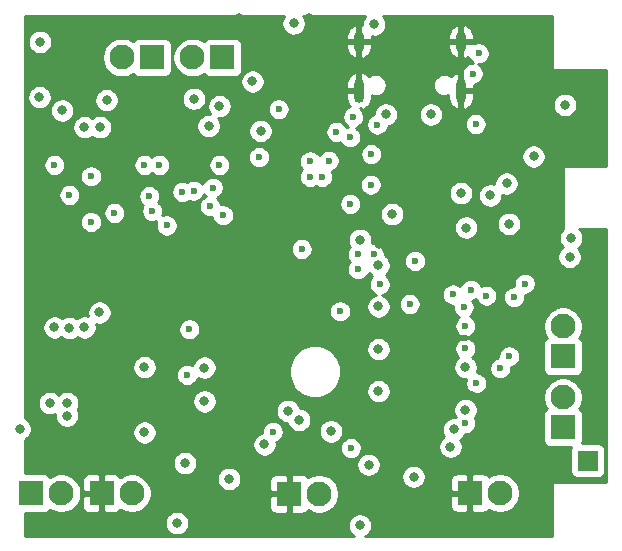
<source format=gbr>
G04 #@! TF.GenerationSoftware,KiCad,Pcbnew,(5.1.5)-2*
G04 #@! TF.CreationDate,2021-05-19T15:06:28+02:00*
G04 #@! TF.ProjectId,Versie2,56657273-6965-4322-9e6b-696361645f70,rev?*
G04 #@! TF.SameCoordinates,Original*
G04 #@! TF.FileFunction,Copper,L2,Inr*
G04 #@! TF.FilePolarity,Positive*
%FSLAX46Y46*%
G04 Gerber Fmt 4.6, Leading zero omitted, Abs format (unit mm)*
G04 Created by KiCad (PCBNEW (5.1.5)-2) date 2021-05-19 15:06:28*
%MOMM*%
%LPD*%
G04 APERTURE LIST*
%ADD10R,2.100000X2.100000*%
%ADD11C,2.100000*%
%ADD12O,0.900000X1.700000*%
%ADD13O,0.900000X2.000000*%
%ADD14R,1.700000X1.700000*%
%ADD15C,0.800000*%
%ADD16C,0.600000*%
%ADD17C,0.254000*%
G04 APERTURE END LIST*
D10*
X83058000Y-53594000D03*
D11*
X80518000Y-53594000D03*
D12*
X94613000Y-52243000D03*
X103253000Y-52243000D03*
D13*
X94613000Y-56413000D03*
X103253000Y-56413000D03*
D11*
X74549000Y-53594000D03*
D10*
X77089000Y-53594000D03*
D11*
X75388700Y-90489100D03*
D10*
X72848700Y-90489100D03*
D11*
X69432400Y-90489100D03*
D10*
X66892400Y-90489100D03*
D11*
X111900000Y-82360000D03*
D10*
X111900000Y-84900000D03*
X88711000Y-90539900D03*
D11*
X91251000Y-90539900D03*
X111900000Y-76360000D03*
D10*
X111900000Y-78900000D03*
D14*
X113995200Y-87731600D03*
D10*
X104014500Y-90476400D03*
D11*
X106554500Y-90476400D03*
D15*
X84455000Y-50292000D03*
X90424000Y-50228500D03*
X95313500Y-58420000D03*
X102743000Y-58420000D03*
X67437000Y-87312500D03*
X70421500Y-87312500D03*
X66865500Y-82867500D03*
X71437500Y-82867500D03*
X67564000Y-76517500D03*
X78232000Y-88519000D03*
X93916500Y-88709500D03*
X109093000Y-93281500D03*
X99250500Y-84772500D03*
X83693000Y-84645500D03*
X104203500Y-85788500D03*
X104203500Y-82232500D03*
X105727500Y-67754500D03*
X104457500Y-69596000D03*
X109093000Y-71691500D03*
X98933000Y-65151000D03*
X89916000Y-57404000D03*
X89027000Y-62293500D03*
X87820500Y-72453500D03*
X83248500Y-75374500D03*
X107505500Y-51117500D03*
X107505500Y-54546500D03*
X107505500Y-57975500D03*
X113220500Y-61976000D03*
X106489500Y-66722503D03*
X96329500Y-69405500D03*
X97790000Y-59563000D03*
X67564000Y-62801500D03*
X75057000Y-67437000D03*
X78422500Y-70548500D03*
X75057000Y-73977500D03*
X71691500Y-70612000D03*
D16*
X103632000Y-77312624D03*
D15*
X108915200Y-60401200D03*
X100279200Y-66344800D03*
X110998000Y-72694800D03*
X73964800Y-56134000D03*
X107391200Y-62788800D03*
X95808800Y-65735200D03*
X89027000Y-54356000D03*
D16*
X104902000Y-78613000D03*
D15*
X68453000Y-82867500D03*
X69913500Y-82867500D03*
X68834000Y-76454000D03*
X96266000Y-74676000D03*
X96266000Y-71183500D03*
X96266000Y-78295500D03*
X96266000Y-81851500D03*
X86614000Y-86360000D03*
X102362000Y-86550500D03*
X107315000Y-67691000D03*
X112458500Y-70485000D03*
X112585500Y-68897500D03*
X97434400Y-66852800D03*
X94691200Y-69037200D03*
X67614800Y-52273200D03*
X70104000Y-76504800D03*
X103251000Y-65087500D03*
X86296500Y-59817000D03*
X109410500Y-61976000D03*
X112064800Y-57607200D03*
X107124500Y-64262000D03*
X105727500Y-65278000D03*
X82804000Y-57721500D03*
D16*
X83108800Y-66954400D03*
X92049600Y-62331600D03*
X91490800Y-63703200D03*
X80060800Y-80467200D03*
X71932800Y-67513200D03*
X71932800Y-63652400D03*
X92710000Y-59893200D03*
D15*
X67564000Y-56946800D03*
X72694800Y-59486800D03*
X73253600Y-57200800D03*
X81900000Y-59400000D03*
D16*
X94132400Y-58623200D03*
X104241600Y-54965600D03*
D15*
X80645000Y-57086500D03*
D16*
X87820500Y-57975500D03*
X96164400Y-59283600D03*
X104495600Y-59232800D03*
X104749600Y-53238400D03*
X93878400Y-60350400D03*
X86156800Y-62026800D03*
X81991200Y-66192400D03*
X90474800Y-63703200D03*
X90474800Y-62382400D03*
X82245200Y-64617600D03*
D15*
X95900000Y-50800000D03*
X96901000Y-58420000D03*
X100711000Y-58420000D03*
D16*
X89763600Y-69799200D03*
X93878400Y-65989200D03*
X95605600Y-64363600D03*
X95656400Y-61772800D03*
D15*
X103700000Y-68000000D03*
X103632000Y-79819500D03*
X103632000Y-83439000D03*
D16*
X103632000Y-76327000D03*
X102565200Y-73660000D03*
X107755538Y-73891686D03*
X104089200Y-73253600D03*
X108661200Y-72745600D03*
X105407349Y-73758264D03*
X82804000Y-62687200D03*
X78333600Y-67818000D03*
X80619600Y-64871600D03*
X94538800Y-70256400D03*
X98907600Y-74472800D03*
X68834000Y-62687200D03*
X79654400Y-64973200D03*
X77114400Y-66598800D03*
X94538800Y-71526400D03*
X99364800Y-70815200D03*
X95859600Y-70256400D03*
X77724000Y-62687200D03*
X96367600Y-72796400D03*
X76454000Y-62687200D03*
D15*
X69494400Y-58071799D03*
X71374000Y-59486800D03*
X71374000Y-76454000D03*
X69900800Y-83921600D03*
X72644000Y-75184000D03*
X65887600Y-85039200D03*
D16*
X103632000Y-84531200D03*
X80264000Y-76606400D03*
X106578400Y-79908400D03*
X103632000Y-78232000D03*
X103479600Y-74726800D03*
X107340400Y-78892400D03*
X93014800Y-75082400D03*
X76860400Y-65328800D03*
X104546400Y-81178400D03*
X70104000Y-65227200D03*
D15*
X81534000Y-79857600D03*
X81534000Y-82702400D03*
X88595200Y-83515200D03*
X76454000Y-79806800D03*
D16*
X87325200Y-85293200D03*
X93929200Y-86664800D03*
X73914000Y-66751200D03*
D15*
X92252800Y-85242400D03*
X94691200Y-93218000D03*
X76454000Y-85344000D03*
X79197200Y-93014800D03*
X102666800Y-85090000D03*
X89560400Y-84277200D03*
X95440500Y-88074500D03*
X99250500Y-89090500D03*
X79883000Y-87947500D03*
X83629500Y-89281000D03*
X89100000Y-50700000D03*
X85598000Y-55626000D03*
D17*
G36*
X88182795Y-50209744D02*
G01*
X88104774Y-50398102D01*
X88065000Y-50598061D01*
X88065000Y-50801939D01*
X88104774Y-51001898D01*
X88182795Y-51190256D01*
X88296063Y-51359774D01*
X88440226Y-51503937D01*
X88609744Y-51617205D01*
X88798102Y-51695226D01*
X88998061Y-51735000D01*
X89201939Y-51735000D01*
X89297459Y-51716000D01*
X93528000Y-51716000D01*
X93528000Y-52116000D01*
X94486000Y-52116000D01*
X94486000Y-50925498D01*
X94318999Y-50798592D01*
X94115803Y-50870298D01*
X93935592Y-50985986D01*
X93781413Y-51134609D01*
X93659191Y-51310455D01*
X93573624Y-51506767D01*
X93528000Y-51716000D01*
X89297459Y-51716000D01*
X89401898Y-51695226D01*
X89590256Y-51617205D01*
X89759774Y-51503937D01*
X89903937Y-51359774D01*
X90017205Y-51190256D01*
X90095226Y-51001898D01*
X90135000Y-50801939D01*
X90135000Y-50598061D01*
X90095226Y-50398102D01*
X90017205Y-50209744D01*
X89917150Y-50060000D01*
X95176289Y-50060000D01*
X95096063Y-50140226D01*
X94982795Y-50309744D01*
X94904774Y-50498102D01*
X94865000Y-50698061D01*
X94865000Y-50830509D01*
X94740000Y-50925498D01*
X94740000Y-52116000D01*
X95698000Y-52116000D01*
X95698000Y-51815097D01*
X95798061Y-51835000D01*
X96001939Y-51835000D01*
X96201898Y-51795226D01*
X96390256Y-51717205D01*
X96392059Y-51716000D01*
X102168000Y-51716000D01*
X102168000Y-52116000D01*
X103126000Y-52116000D01*
X103126000Y-50925498D01*
X103380000Y-50925498D01*
X103380000Y-52116000D01*
X104338000Y-52116000D01*
X104338000Y-51716000D01*
X104292376Y-51506767D01*
X104206809Y-51310455D01*
X104084587Y-51134609D01*
X103930408Y-50985986D01*
X103750197Y-50870298D01*
X103547001Y-50798592D01*
X103380000Y-50925498D01*
X103126000Y-50925498D01*
X102958999Y-50798592D01*
X102755803Y-50870298D01*
X102575592Y-50985986D01*
X102421413Y-51134609D01*
X102299191Y-51310455D01*
X102213624Y-51506767D01*
X102168000Y-51716000D01*
X96392059Y-51716000D01*
X96559774Y-51603937D01*
X96703937Y-51459774D01*
X96817205Y-51290256D01*
X96895226Y-51101898D01*
X96935000Y-50901939D01*
X96935000Y-50698061D01*
X96895226Y-50498102D01*
X96817205Y-50309744D01*
X96703937Y-50140226D01*
X96623711Y-50060000D01*
X110973000Y-50060000D01*
X110973000Y-54500000D01*
X110975440Y-54524776D01*
X110982667Y-54548601D01*
X110994403Y-54570557D01*
X111010197Y-54589803D01*
X111029443Y-54605597D01*
X111051399Y-54617333D01*
X111075224Y-54624560D01*
X111100000Y-54627000D01*
X115540001Y-54627000D01*
X115540000Y-62773000D01*
X112000000Y-62773000D01*
X111975224Y-62775440D01*
X111951399Y-62782667D01*
X111929443Y-62794403D01*
X111910197Y-62810197D01*
X111894403Y-62829443D01*
X111882667Y-62851399D01*
X111875440Y-62875224D01*
X111873000Y-62900000D01*
X111873000Y-68000000D01*
X111875440Y-68024776D01*
X111882667Y-68048601D01*
X111894403Y-68070557D01*
X111910197Y-68089803D01*
X111920792Y-68098497D01*
X111781563Y-68237726D01*
X111668295Y-68407244D01*
X111590274Y-68595602D01*
X111550500Y-68795561D01*
X111550500Y-68999439D01*
X111590274Y-69199398D01*
X111668295Y-69387756D01*
X111781563Y-69557274D01*
X111862644Y-69638355D01*
X111798726Y-69681063D01*
X111654563Y-69825226D01*
X111541295Y-69994744D01*
X111463274Y-70183102D01*
X111423500Y-70383061D01*
X111423500Y-70586939D01*
X111463274Y-70786898D01*
X111541295Y-70975256D01*
X111654563Y-71144774D01*
X111798726Y-71288937D01*
X111968244Y-71402205D01*
X112156602Y-71480226D01*
X112356561Y-71520000D01*
X112560439Y-71520000D01*
X112760398Y-71480226D01*
X112948756Y-71402205D01*
X113118274Y-71288937D01*
X113262437Y-71144774D01*
X113375705Y-70975256D01*
X113453726Y-70786898D01*
X113493500Y-70586939D01*
X113493500Y-70383061D01*
X113453726Y-70183102D01*
X113375705Y-69994744D01*
X113262437Y-69825226D01*
X113181356Y-69744145D01*
X113245274Y-69701437D01*
X113389437Y-69557274D01*
X113502705Y-69387756D01*
X113580726Y-69199398D01*
X113620500Y-68999439D01*
X113620500Y-68795561D01*
X113580726Y-68595602D01*
X113502705Y-68407244D01*
X113389437Y-68237726D01*
X113278711Y-68127000D01*
X115540001Y-68127000D01*
X115540000Y-84767581D01*
X115540000Y-84767582D01*
X115540001Y-89573000D01*
X111100000Y-89573000D01*
X111075224Y-89575440D01*
X111051399Y-89582667D01*
X111029443Y-89594403D01*
X111010197Y-89610197D01*
X110994403Y-89629443D01*
X110982667Y-89651399D01*
X110975440Y-89675224D01*
X110973000Y-89700000D01*
X110973000Y-94140000D01*
X95169880Y-94140000D01*
X95181456Y-94135205D01*
X95350974Y-94021937D01*
X95495137Y-93877774D01*
X95608405Y-93708256D01*
X95686426Y-93519898D01*
X95726200Y-93319939D01*
X95726200Y-93116061D01*
X95686426Y-92916102D01*
X95608405Y-92727744D01*
X95495137Y-92558226D01*
X95350974Y-92414063D01*
X95181456Y-92300795D01*
X94993098Y-92222774D01*
X94793139Y-92183000D01*
X94589261Y-92183000D01*
X94389302Y-92222774D01*
X94200944Y-92300795D01*
X94031426Y-92414063D01*
X93887263Y-92558226D01*
X93773995Y-92727744D01*
X93695974Y-92916102D01*
X93656200Y-93116061D01*
X93656200Y-93319939D01*
X93695974Y-93519898D01*
X93773995Y-93708256D01*
X93887263Y-93877774D01*
X94031426Y-94021937D01*
X94200944Y-94135205D01*
X94212520Y-94140000D01*
X66327000Y-94140000D01*
X66327000Y-92912861D01*
X78162200Y-92912861D01*
X78162200Y-93116739D01*
X78201974Y-93316698D01*
X78279995Y-93505056D01*
X78393263Y-93674574D01*
X78537426Y-93818737D01*
X78706944Y-93932005D01*
X78895302Y-94010026D01*
X79095261Y-94049800D01*
X79299139Y-94049800D01*
X79499098Y-94010026D01*
X79687456Y-93932005D01*
X79856974Y-93818737D01*
X80001137Y-93674574D01*
X80114405Y-93505056D01*
X80192426Y-93316698D01*
X80232200Y-93116739D01*
X80232200Y-92912861D01*
X80192426Y-92712902D01*
X80114405Y-92524544D01*
X80001137Y-92355026D01*
X79856974Y-92210863D01*
X79687456Y-92097595D01*
X79499098Y-92019574D01*
X79299139Y-91979800D01*
X79095261Y-91979800D01*
X78895302Y-92019574D01*
X78706944Y-92097595D01*
X78537426Y-92210863D01*
X78393263Y-92355026D01*
X78279995Y-92524544D01*
X78201974Y-92712902D01*
X78162200Y-92912861D01*
X66327000Y-92912861D01*
X66327000Y-92177172D01*
X67942400Y-92177172D01*
X68066882Y-92164912D01*
X68186580Y-92128602D01*
X68296894Y-92069637D01*
X68393585Y-91990285D01*
X68472937Y-91893594D01*
X68480442Y-91879554D01*
X68634253Y-91982328D01*
X68940904Y-92109346D01*
X69266442Y-92174100D01*
X69598358Y-92174100D01*
X69923896Y-92109346D01*
X70230547Y-91982328D01*
X70506525Y-91797925D01*
X70741225Y-91563225D01*
X70757344Y-91539100D01*
X71160628Y-91539100D01*
X71172888Y-91663582D01*
X71209198Y-91783280D01*
X71268163Y-91893594D01*
X71347515Y-91990285D01*
X71444206Y-92069637D01*
X71554520Y-92128602D01*
X71674218Y-92164912D01*
X71798700Y-92177172D01*
X72562950Y-92174100D01*
X72721700Y-92015350D01*
X72721700Y-90616100D01*
X71322450Y-90616100D01*
X71163700Y-90774850D01*
X71160628Y-91539100D01*
X70757344Y-91539100D01*
X70925628Y-91287247D01*
X71052646Y-90980596D01*
X71117400Y-90655058D01*
X71117400Y-90323142D01*
X71052646Y-89997604D01*
X70925628Y-89690953D01*
X70757345Y-89439100D01*
X71160628Y-89439100D01*
X71163700Y-90203350D01*
X71322450Y-90362100D01*
X72721700Y-90362100D01*
X72721700Y-88962850D01*
X72975700Y-88962850D01*
X72975700Y-90362100D01*
X72995700Y-90362100D01*
X72995700Y-90616100D01*
X72975700Y-90616100D01*
X72975700Y-92015350D01*
X73134450Y-92174100D01*
X73898700Y-92177172D01*
X74023182Y-92164912D01*
X74142880Y-92128602D01*
X74253194Y-92069637D01*
X74349885Y-91990285D01*
X74429237Y-91893594D01*
X74436742Y-91879554D01*
X74590553Y-91982328D01*
X74897204Y-92109346D01*
X75222742Y-92174100D01*
X75554658Y-92174100D01*
X75880196Y-92109346D01*
X76186847Y-91982328D01*
X76462825Y-91797925D01*
X76670850Y-91589900D01*
X87022928Y-91589900D01*
X87035188Y-91714382D01*
X87071498Y-91834080D01*
X87130463Y-91944394D01*
X87209815Y-92041085D01*
X87306506Y-92120437D01*
X87416820Y-92179402D01*
X87536518Y-92215712D01*
X87661000Y-92227972D01*
X88425250Y-92224900D01*
X88584000Y-92066150D01*
X88584000Y-90666900D01*
X87184750Y-90666900D01*
X87026000Y-90825650D01*
X87022928Y-91589900D01*
X76670850Y-91589900D01*
X76697525Y-91563225D01*
X76881928Y-91287247D01*
X77008946Y-90980596D01*
X77073700Y-90655058D01*
X77073700Y-90323142D01*
X77008946Y-89997604D01*
X76881928Y-89690953D01*
X76697525Y-89414975D01*
X76462825Y-89180275D01*
X76461009Y-89179061D01*
X82594500Y-89179061D01*
X82594500Y-89382939D01*
X82634274Y-89582898D01*
X82712295Y-89771256D01*
X82825563Y-89940774D01*
X82969726Y-90084937D01*
X83139244Y-90198205D01*
X83327602Y-90276226D01*
X83527561Y-90316000D01*
X83731439Y-90316000D01*
X83931398Y-90276226D01*
X84119756Y-90198205D01*
X84289274Y-90084937D01*
X84433437Y-89940774D01*
X84546705Y-89771256D01*
X84624726Y-89582898D01*
X84643224Y-89489900D01*
X87022928Y-89489900D01*
X87026000Y-90254150D01*
X87184750Y-90412900D01*
X88584000Y-90412900D01*
X88584000Y-89013650D01*
X88838000Y-89013650D01*
X88838000Y-90412900D01*
X88858000Y-90412900D01*
X88858000Y-90666900D01*
X88838000Y-90666900D01*
X88838000Y-92066150D01*
X88996750Y-92224900D01*
X89761000Y-92227972D01*
X89885482Y-92215712D01*
X90005180Y-92179402D01*
X90115494Y-92120437D01*
X90212185Y-92041085D01*
X90291537Y-91944394D01*
X90299042Y-91930354D01*
X90452853Y-92033128D01*
X90759504Y-92160146D01*
X91085042Y-92224900D01*
X91416958Y-92224900D01*
X91742496Y-92160146D01*
X92049147Y-92033128D01*
X92325125Y-91848725D01*
X92559825Y-91614025D01*
X92618374Y-91526400D01*
X102326428Y-91526400D01*
X102338688Y-91650882D01*
X102374998Y-91770580D01*
X102433963Y-91880894D01*
X102513315Y-91977585D01*
X102610006Y-92056937D01*
X102720320Y-92115902D01*
X102840018Y-92152212D01*
X102964500Y-92164472D01*
X103728750Y-92161400D01*
X103887500Y-92002650D01*
X103887500Y-90603400D01*
X102488250Y-90603400D01*
X102329500Y-90762150D01*
X102326428Y-91526400D01*
X92618374Y-91526400D01*
X92744228Y-91338047D01*
X92871246Y-91031396D01*
X92936000Y-90705858D01*
X92936000Y-90373942D01*
X92871246Y-90048404D01*
X92744228Y-89741753D01*
X92559825Y-89465775D01*
X92325125Y-89231075D01*
X92049147Y-89046672D01*
X91742496Y-88919654D01*
X91416958Y-88854900D01*
X91085042Y-88854900D01*
X90759504Y-88919654D01*
X90452853Y-89046672D01*
X90299042Y-89149446D01*
X90291537Y-89135406D01*
X90212185Y-89038715D01*
X90115494Y-88959363D01*
X90005180Y-88900398D01*
X89885482Y-88864088D01*
X89761000Y-88851828D01*
X88996750Y-88854900D01*
X88838000Y-89013650D01*
X88584000Y-89013650D01*
X88425250Y-88854900D01*
X87661000Y-88851828D01*
X87536518Y-88864088D01*
X87416820Y-88900398D01*
X87306506Y-88959363D01*
X87209815Y-89038715D01*
X87130463Y-89135406D01*
X87071498Y-89245720D01*
X87035188Y-89365418D01*
X87022928Y-89489900D01*
X84643224Y-89489900D01*
X84664500Y-89382939D01*
X84664500Y-89179061D01*
X84624726Y-88979102D01*
X84546705Y-88790744D01*
X84433437Y-88621226D01*
X84289274Y-88477063D01*
X84119756Y-88363795D01*
X83931398Y-88285774D01*
X83731439Y-88246000D01*
X83527561Y-88246000D01*
X83327602Y-88285774D01*
X83139244Y-88363795D01*
X82969726Y-88477063D01*
X82825563Y-88621226D01*
X82712295Y-88790744D01*
X82634274Y-88979102D01*
X82594500Y-89179061D01*
X76461009Y-89179061D01*
X76186847Y-88995872D01*
X75880196Y-88868854D01*
X75554658Y-88804100D01*
X75222742Y-88804100D01*
X74897204Y-88868854D01*
X74590553Y-88995872D01*
X74436742Y-89098646D01*
X74429237Y-89084606D01*
X74349885Y-88987915D01*
X74253194Y-88908563D01*
X74142880Y-88849598D01*
X74023182Y-88813288D01*
X73898700Y-88801028D01*
X73134450Y-88804100D01*
X72975700Y-88962850D01*
X72721700Y-88962850D01*
X72562950Y-88804100D01*
X71798700Y-88801028D01*
X71674218Y-88813288D01*
X71554520Y-88849598D01*
X71444206Y-88908563D01*
X71347515Y-88987915D01*
X71268163Y-89084606D01*
X71209198Y-89194920D01*
X71172888Y-89314618D01*
X71160628Y-89439100D01*
X70757345Y-89439100D01*
X70741225Y-89414975D01*
X70506525Y-89180275D01*
X70230547Y-88995872D01*
X69923896Y-88868854D01*
X69598358Y-88804100D01*
X69266442Y-88804100D01*
X68940904Y-88868854D01*
X68634253Y-88995872D01*
X68480442Y-89098646D01*
X68472937Y-89084606D01*
X68393585Y-88987915D01*
X68296894Y-88908563D01*
X68186580Y-88849598D01*
X68066882Y-88813288D01*
X67942400Y-88801028D01*
X66327000Y-88801028D01*
X66327000Y-87845561D01*
X78848000Y-87845561D01*
X78848000Y-88049439D01*
X78887774Y-88249398D01*
X78965795Y-88437756D01*
X79079063Y-88607274D01*
X79223226Y-88751437D01*
X79392744Y-88864705D01*
X79581102Y-88942726D01*
X79781061Y-88982500D01*
X79984939Y-88982500D01*
X80184898Y-88942726D01*
X80373256Y-88864705D01*
X80542774Y-88751437D01*
X80686937Y-88607274D01*
X80800205Y-88437756D01*
X80878226Y-88249398D01*
X80918000Y-88049439D01*
X80918000Y-87972561D01*
X94405500Y-87972561D01*
X94405500Y-88176439D01*
X94445274Y-88376398D01*
X94523295Y-88564756D01*
X94636563Y-88734274D01*
X94780726Y-88878437D01*
X94950244Y-88991705D01*
X95138602Y-89069726D01*
X95338561Y-89109500D01*
X95542439Y-89109500D01*
X95742398Y-89069726D01*
X95930756Y-88991705D01*
X95935461Y-88988561D01*
X98215500Y-88988561D01*
X98215500Y-89192439D01*
X98255274Y-89392398D01*
X98333295Y-89580756D01*
X98446563Y-89750274D01*
X98590726Y-89894437D01*
X98760244Y-90007705D01*
X98948602Y-90085726D01*
X99148561Y-90125500D01*
X99352439Y-90125500D01*
X99552398Y-90085726D01*
X99740756Y-90007705D01*
X99910274Y-89894437D01*
X100054437Y-89750274D01*
X100167705Y-89580756D01*
X100231641Y-89426400D01*
X102326428Y-89426400D01*
X102329500Y-90190650D01*
X102488250Y-90349400D01*
X103887500Y-90349400D01*
X103887500Y-88950150D01*
X104141500Y-88950150D01*
X104141500Y-90349400D01*
X104161500Y-90349400D01*
X104161500Y-90603400D01*
X104141500Y-90603400D01*
X104141500Y-92002650D01*
X104300250Y-92161400D01*
X105064500Y-92164472D01*
X105188982Y-92152212D01*
X105308680Y-92115902D01*
X105418994Y-92056937D01*
X105515685Y-91977585D01*
X105595037Y-91880894D01*
X105602542Y-91866854D01*
X105756353Y-91969628D01*
X106063004Y-92096646D01*
X106388542Y-92161400D01*
X106720458Y-92161400D01*
X107045996Y-92096646D01*
X107352647Y-91969628D01*
X107628625Y-91785225D01*
X107863325Y-91550525D01*
X108047728Y-91274547D01*
X108174746Y-90967896D01*
X108239500Y-90642358D01*
X108239500Y-90310442D01*
X108174746Y-89984904D01*
X108047728Y-89678253D01*
X107863325Y-89402275D01*
X107628625Y-89167575D01*
X107352647Y-88983172D01*
X107045996Y-88856154D01*
X106720458Y-88791400D01*
X106388542Y-88791400D01*
X106063004Y-88856154D01*
X105756353Y-88983172D01*
X105602542Y-89085946D01*
X105595037Y-89071906D01*
X105515685Y-88975215D01*
X105418994Y-88895863D01*
X105308680Y-88836898D01*
X105188982Y-88800588D01*
X105064500Y-88788328D01*
X104300250Y-88791400D01*
X104141500Y-88950150D01*
X103887500Y-88950150D01*
X103728750Y-88791400D01*
X102964500Y-88788328D01*
X102840018Y-88800588D01*
X102720320Y-88836898D01*
X102610006Y-88895863D01*
X102513315Y-88975215D01*
X102433963Y-89071906D01*
X102374998Y-89182220D01*
X102338688Y-89301918D01*
X102326428Y-89426400D01*
X100231641Y-89426400D01*
X100245726Y-89392398D01*
X100285500Y-89192439D01*
X100285500Y-88988561D01*
X100245726Y-88788602D01*
X100167705Y-88600244D01*
X100054437Y-88430726D01*
X99910274Y-88286563D01*
X99740756Y-88173295D01*
X99552398Y-88095274D01*
X99352439Y-88055500D01*
X99148561Y-88055500D01*
X98948602Y-88095274D01*
X98760244Y-88173295D01*
X98590726Y-88286563D01*
X98446563Y-88430726D01*
X98333295Y-88600244D01*
X98255274Y-88788602D01*
X98215500Y-88988561D01*
X95935461Y-88988561D01*
X96100274Y-88878437D01*
X96244437Y-88734274D01*
X96357705Y-88564756D01*
X96435726Y-88376398D01*
X96475500Y-88176439D01*
X96475500Y-87972561D01*
X96435726Y-87772602D01*
X96357705Y-87584244D01*
X96244437Y-87414726D01*
X96100274Y-87270563D01*
X95930756Y-87157295D01*
X95742398Y-87079274D01*
X95542439Y-87039500D01*
X95338561Y-87039500D01*
X95138602Y-87079274D01*
X94950244Y-87157295D01*
X94780726Y-87270563D01*
X94636563Y-87414726D01*
X94523295Y-87584244D01*
X94445274Y-87772602D01*
X94405500Y-87972561D01*
X80918000Y-87972561D01*
X80918000Y-87845561D01*
X80878226Y-87645602D01*
X80800205Y-87457244D01*
X80686937Y-87287726D01*
X80542774Y-87143563D01*
X80373256Y-87030295D01*
X80184898Y-86952274D01*
X79984939Y-86912500D01*
X79781061Y-86912500D01*
X79581102Y-86952274D01*
X79392744Y-87030295D01*
X79223226Y-87143563D01*
X79079063Y-87287726D01*
X78965795Y-87457244D01*
X78887774Y-87645602D01*
X78848000Y-87845561D01*
X66327000Y-87845561D01*
X66327000Y-85977470D01*
X66377856Y-85956405D01*
X66547374Y-85843137D01*
X66691537Y-85698974D01*
X66804805Y-85529456D01*
X66882826Y-85341098D01*
X66902525Y-85242061D01*
X75419000Y-85242061D01*
X75419000Y-85445939D01*
X75458774Y-85645898D01*
X75536795Y-85834256D01*
X75650063Y-86003774D01*
X75794226Y-86147937D01*
X75963744Y-86261205D01*
X76152102Y-86339226D01*
X76352061Y-86379000D01*
X76555939Y-86379000D01*
X76755898Y-86339226D01*
X76944256Y-86261205D01*
X76948961Y-86258061D01*
X85579000Y-86258061D01*
X85579000Y-86461939D01*
X85618774Y-86661898D01*
X85696795Y-86850256D01*
X85810063Y-87019774D01*
X85954226Y-87163937D01*
X86123744Y-87277205D01*
X86312102Y-87355226D01*
X86512061Y-87395000D01*
X86715939Y-87395000D01*
X86915898Y-87355226D01*
X87104256Y-87277205D01*
X87273774Y-87163937D01*
X87417937Y-87019774D01*
X87531205Y-86850256D01*
X87609226Y-86661898D01*
X87626966Y-86572711D01*
X92994200Y-86572711D01*
X92994200Y-86756889D01*
X93030132Y-86937529D01*
X93100614Y-87107689D01*
X93202938Y-87260828D01*
X93333172Y-87391062D01*
X93486311Y-87493386D01*
X93656471Y-87563868D01*
X93837111Y-87599800D01*
X94021289Y-87599800D01*
X94201929Y-87563868D01*
X94372089Y-87493386D01*
X94525228Y-87391062D01*
X94655462Y-87260828D01*
X94757786Y-87107689D01*
X94828268Y-86937529D01*
X94864200Y-86756889D01*
X94864200Y-86572711D01*
X94839505Y-86448561D01*
X101327000Y-86448561D01*
X101327000Y-86652439D01*
X101366774Y-86852398D01*
X101444795Y-87040756D01*
X101558063Y-87210274D01*
X101702226Y-87354437D01*
X101871744Y-87467705D01*
X102060102Y-87545726D01*
X102260061Y-87585500D01*
X102463939Y-87585500D01*
X102663898Y-87545726D01*
X102852256Y-87467705D01*
X103021774Y-87354437D01*
X103165937Y-87210274D01*
X103279205Y-87040756D01*
X103357226Y-86852398D01*
X103397000Y-86652439D01*
X103397000Y-86448561D01*
X103357226Y-86248602D01*
X103279205Y-86060244D01*
X103217002Y-85967150D01*
X103326574Y-85893937D01*
X103470737Y-85749774D01*
X103584005Y-85580256D01*
X103631249Y-85466200D01*
X103724089Y-85466200D01*
X103904729Y-85430268D01*
X104074889Y-85359786D01*
X104228028Y-85257462D01*
X104358262Y-85127228D01*
X104460586Y-84974089D01*
X104531068Y-84803929D01*
X104567000Y-84623289D01*
X104567000Y-84439111D01*
X104531068Y-84258471D01*
X104460586Y-84088311D01*
X104451757Y-84075098D01*
X104549205Y-83929256D01*
X104582034Y-83850000D01*
X110211928Y-83850000D01*
X110211928Y-85950000D01*
X110224188Y-86074482D01*
X110260498Y-86194180D01*
X110319463Y-86304494D01*
X110398815Y-86401185D01*
X110495506Y-86480537D01*
X110605820Y-86539502D01*
X110725518Y-86575812D01*
X110850000Y-86588072D01*
X112582075Y-86588072D01*
X112555698Y-86637420D01*
X112519388Y-86757118D01*
X112507128Y-86881600D01*
X112507128Y-88581600D01*
X112519388Y-88706082D01*
X112555698Y-88825780D01*
X112614663Y-88936094D01*
X112694015Y-89032785D01*
X112790706Y-89112137D01*
X112901020Y-89171102D01*
X113020718Y-89207412D01*
X113145200Y-89219672D01*
X114845200Y-89219672D01*
X114969682Y-89207412D01*
X115089380Y-89171102D01*
X115199694Y-89112137D01*
X115296385Y-89032785D01*
X115375737Y-88936094D01*
X115434702Y-88825780D01*
X115471012Y-88706082D01*
X115483272Y-88581600D01*
X115483272Y-86881600D01*
X115471012Y-86757118D01*
X115434702Y-86637420D01*
X115375737Y-86527106D01*
X115296385Y-86430415D01*
X115199694Y-86351063D01*
X115089380Y-86292098D01*
X114969682Y-86255788D01*
X114845200Y-86243528D01*
X113513125Y-86243528D01*
X113539502Y-86194180D01*
X113575812Y-86074482D01*
X113588072Y-85950000D01*
X113588072Y-83850000D01*
X113575812Y-83725518D01*
X113539502Y-83605820D01*
X113480537Y-83495506D01*
X113401185Y-83398815D01*
X113304494Y-83319463D01*
X113290454Y-83311958D01*
X113393228Y-83158147D01*
X113520246Y-82851496D01*
X113585000Y-82525958D01*
X113585000Y-82194042D01*
X113520246Y-81868504D01*
X113393228Y-81561853D01*
X113208825Y-81285875D01*
X112974125Y-81051175D01*
X112698147Y-80866772D01*
X112391496Y-80739754D01*
X112065958Y-80675000D01*
X111734042Y-80675000D01*
X111408504Y-80739754D01*
X111101853Y-80866772D01*
X110825875Y-81051175D01*
X110591175Y-81285875D01*
X110406772Y-81561853D01*
X110279754Y-81868504D01*
X110215000Y-82194042D01*
X110215000Y-82525958D01*
X110279754Y-82851496D01*
X110406772Y-83158147D01*
X110509546Y-83311958D01*
X110495506Y-83319463D01*
X110398815Y-83398815D01*
X110319463Y-83495506D01*
X110260498Y-83605820D01*
X110224188Y-83725518D01*
X110211928Y-83850000D01*
X104582034Y-83850000D01*
X104627226Y-83740898D01*
X104667000Y-83540939D01*
X104667000Y-83337061D01*
X104627226Y-83137102D01*
X104549205Y-82948744D01*
X104435937Y-82779226D01*
X104291774Y-82635063D01*
X104122256Y-82521795D01*
X103933898Y-82443774D01*
X103733939Y-82404000D01*
X103530061Y-82404000D01*
X103330102Y-82443774D01*
X103141744Y-82521795D01*
X102972226Y-82635063D01*
X102828063Y-82779226D01*
X102714795Y-82948744D01*
X102636774Y-83137102D01*
X102597000Y-83337061D01*
X102597000Y-83540939D01*
X102636774Y-83740898D01*
X102714795Y-83929256D01*
X102803424Y-84061899D01*
X102768739Y-84055000D01*
X102564861Y-84055000D01*
X102364902Y-84094774D01*
X102176544Y-84172795D01*
X102007026Y-84286063D01*
X101862863Y-84430226D01*
X101749595Y-84599744D01*
X101671574Y-84788102D01*
X101631800Y-84988061D01*
X101631800Y-85191939D01*
X101671574Y-85391898D01*
X101749595Y-85580256D01*
X101811798Y-85673350D01*
X101702226Y-85746563D01*
X101558063Y-85890726D01*
X101444795Y-86060244D01*
X101366774Y-86248602D01*
X101327000Y-86448561D01*
X94839505Y-86448561D01*
X94828268Y-86392071D01*
X94757786Y-86221911D01*
X94655462Y-86068772D01*
X94525228Y-85938538D01*
X94372089Y-85836214D01*
X94201929Y-85765732D01*
X94021289Y-85729800D01*
X93837111Y-85729800D01*
X93656471Y-85765732D01*
X93486311Y-85836214D01*
X93333172Y-85938538D01*
X93202938Y-86068772D01*
X93100614Y-86221911D01*
X93030132Y-86392071D01*
X92994200Y-86572711D01*
X87626966Y-86572711D01*
X87649000Y-86461939D01*
X87649000Y-86258061D01*
X87633022Y-86177732D01*
X87768089Y-86121786D01*
X87921228Y-86019462D01*
X88051462Y-85889228D01*
X88153786Y-85736089D01*
X88224268Y-85565929D01*
X88260200Y-85385289D01*
X88260200Y-85201111D01*
X88224268Y-85020471D01*
X88153786Y-84850311D01*
X88051462Y-84697172D01*
X87921228Y-84566938D01*
X87768089Y-84464614D01*
X87597929Y-84394132D01*
X87417289Y-84358200D01*
X87233111Y-84358200D01*
X87052471Y-84394132D01*
X86882311Y-84464614D01*
X86729172Y-84566938D01*
X86598938Y-84697172D01*
X86496614Y-84850311D01*
X86426132Y-85020471D01*
X86390200Y-85201111D01*
X86390200Y-85349239D01*
X86312102Y-85364774D01*
X86123744Y-85442795D01*
X85954226Y-85556063D01*
X85810063Y-85700226D01*
X85696795Y-85869744D01*
X85618774Y-86058102D01*
X85579000Y-86258061D01*
X76948961Y-86258061D01*
X77113774Y-86147937D01*
X77257937Y-86003774D01*
X77371205Y-85834256D01*
X77449226Y-85645898D01*
X77489000Y-85445939D01*
X77489000Y-85242061D01*
X77449226Y-85042102D01*
X77371205Y-84853744D01*
X77257937Y-84684226D01*
X77113774Y-84540063D01*
X76944256Y-84426795D01*
X76755898Y-84348774D01*
X76555939Y-84309000D01*
X76352061Y-84309000D01*
X76152102Y-84348774D01*
X75963744Y-84426795D01*
X75794226Y-84540063D01*
X75650063Y-84684226D01*
X75536795Y-84853744D01*
X75458774Y-85042102D01*
X75419000Y-85242061D01*
X66902525Y-85242061D01*
X66922600Y-85141139D01*
X66922600Y-84937261D01*
X66882826Y-84737302D01*
X66804805Y-84548944D01*
X66691537Y-84379426D01*
X66547374Y-84235263D01*
X66377856Y-84121995D01*
X66327000Y-84100930D01*
X66327000Y-82765561D01*
X67418000Y-82765561D01*
X67418000Y-82969439D01*
X67457774Y-83169398D01*
X67535795Y-83357756D01*
X67649063Y-83527274D01*
X67793226Y-83671437D01*
X67962744Y-83784705D01*
X68151102Y-83862726D01*
X68351061Y-83902500D01*
X68554939Y-83902500D01*
X68754898Y-83862726D01*
X68866423Y-83816531D01*
X68865800Y-83819661D01*
X68865800Y-84023539D01*
X68905574Y-84223498D01*
X68983595Y-84411856D01*
X69096863Y-84581374D01*
X69241026Y-84725537D01*
X69410544Y-84838805D01*
X69598902Y-84916826D01*
X69798861Y-84956600D01*
X70002739Y-84956600D01*
X70202698Y-84916826D01*
X70391056Y-84838805D01*
X70560574Y-84725537D01*
X70704737Y-84581374D01*
X70818005Y-84411856D01*
X70896026Y-84223498D01*
X70935800Y-84023539D01*
X70935800Y-83819661D01*
X70896026Y-83619702D01*
X70818005Y-83431344D01*
X70799770Y-83404053D01*
X70830705Y-83357756D01*
X70908726Y-83169398D01*
X70948500Y-82969439D01*
X70948500Y-82765561D01*
X70915660Y-82600461D01*
X80499000Y-82600461D01*
X80499000Y-82804339D01*
X80538774Y-83004298D01*
X80616795Y-83192656D01*
X80730063Y-83362174D01*
X80874226Y-83506337D01*
X81043744Y-83619605D01*
X81232102Y-83697626D01*
X81432061Y-83737400D01*
X81635939Y-83737400D01*
X81835898Y-83697626D01*
X82024256Y-83619605D01*
X82193774Y-83506337D01*
X82286850Y-83413261D01*
X87560200Y-83413261D01*
X87560200Y-83617139D01*
X87599974Y-83817098D01*
X87677995Y-84005456D01*
X87791263Y-84174974D01*
X87935426Y-84319137D01*
X88104944Y-84432405D01*
X88293302Y-84510426D01*
X88493261Y-84550200D01*
X88559426Y-84550200D01*
X88565174Y-84579098D01*
X88643195Y-84767456D01*
X88756463Y-84936974D01*
X88900626Y-85081137D01*
X89070144Y-85194405D01*
X89258502Y-85272426D01*
X89458461Y-85312200D01*
X89662339Y-85312200D01*
X89862298Y-85272426D01*
X90050656Y-85194405D01*
X90131389Y-85140461D01*
X91217800Y-85140461D01*
X91217800Y-85344339D01*
X91257574Y-85544298D01*
X91335595Y-85732656D01*
X91448863Y-85902174D01*
X91593026Y-86046337D01*
X91762544Y-86159605D01*
X91950902Y-86237626D01*
X92150861Y-86277400D01*
X92354739Y-86277400D01*
X92554698Y-86237626D01*
X92743056Y-86159605D01*
X92912574Y-86046337D01*
X93056737Y-85902174D01*
X93170005Y-85732656D01*
X93248026Y-85544298D01*
X93287800Y-85344339D01*
X93287800Y-85140461D01*
X93248026Y-84940502D01*
X93170005Y-84752144D01*
X93056737Y-84582626D01*
X92912574Y-84438463D01*
X92743056Y-84325195D01*
X92554698Y-84247174D01*
X92354739Y-84207400D01*
X92150861Y-84207400D01*
X91950902Y-84247174D01*
X91762544Y-84325195D01*
X91593026Y-84438463D01*
X91448863Y-84582626D01*
X91335595Y-84752144D01*
X91257574Y-84940502D01*
X91217800Y-85140461D01*
X90131389Y-85140461D01*
X90220174Y-85081137D01*
X90364337Y-84936974D01*
X90477605Y-84767456D01*
X90555626Y-84579098D01*
X90595400Y-84379139D01*
X90595400Y-84175261D01*
X90555626Y-83975302D01*
X90477605Y-83786944D01*
X90364337Y-83617426D01*
X90220174Y-83473263D01*
X90050656Y-83359995D01*
X89862298Y-83281974D01*
X89662339Y-83242200D01*
X89596174Y-83242200D01*
X89590426Y-83213302D01*
X89512405Y-83024944D01*
X89399137Y-82855426D01*
X89254974Y-82711263D01*
X89085456Y-82597995D01*
X88897098Y-82519974D01*
X88697139Y-82480200D01*
X88493261Y-82480200D01*
X88293302Y-82519974D01*
X88104944Y-82597995D01*
X87935426Y-82711263D01*
X87791263Y-82855426D01*
X87677995Y-83024944D01*
X87599974Y-83213302D01*
X87560200Y-83413261D01*
X82286850Y-83413261D01*
X82337937Y-83362174D01*
X82451205Y-83192656D01*
X82529226Y-83004298D01*
X82569000Y-82804339D01*
X82569000Y-82600461D01*
X82529226Y-82400502D01*
X82451205Y-82212144D01*
X82337937Y-82042626D01*
X82193774Y-81898463D01*
X82024256Y-81785195D01*
X81835898Y-81707174D01*
X81635939Y-81667400D01*
X81432061Y-81667400D01*
X81232102Y-81707174D01*
X81043744Y-81785195D01*
X80874226Y-81898463D01*
X80730063Y-82042626D01*
X80616795Y-82212144D01*
X80538774Y-82400502D01*
X80499000Y-82600461D01*
X70915660Y-82600461D01*
X70908726Y-82565602D01*
X70830705Y-82377244D01*
X70717437Y-82207726D01*
X70573274Y-82063563D01*
X70403756Y-81950295D01*
X70215398Y-81872274D01*
X70015439Y-81832500D01*
X69811561Y-81832500D01*
X69611602Y-81872274D01*
X69423244Y-81950295D01*
X69253726Y-82063563D01*
X69183250Y-82134039D01*
X69112774Y-82063563D01*
X68943256Y-81950295D01*
X68754898Y-81872274D01*
X68554939Y-81832500D01*
X68351061Y-81832500D01*
X68151102Y-81872274D01*
X67962744Y-81950295D01*
X67793226Y-82063563D01*
X67649063Y-82207726D01*
X67535795Y-82377244D01*
X67457774Y-82565602D01*
X67418000Y-82765561D01*
X66327000Y-82765561D01*
X66327000Y-79704861D01*
X75419000Y-79704861D01*
X75419000Y-79908739D01*
X75458774Y-80108698D01*
X75536795Y-80297056D01*
X75650063Y-80466574D01*
X75794226Y-80610737D01*
X75963744Y-80724005D01*
X76152102Y-80802026D01*
X76352061Y-80841800D01*
X76555939Y-80841800D01*
X76755898Y-80802026D01*
X76944256Y-80724005D01*
X77113774Y-80610737D01*
X77257937Y-80466574D01*
X77319050Y-80375111D01*
X79125800Y-80375111D01*
X79125800Y-80559289D01*
X79161732Y-80739929D01*
X79232214Y-80910089D01*
X79334538Y-81063228D01*
X79464772Y-81193462D01*
X79617911Y-81295786D01*
X79788071Y-81366268D01*
X79968711Y-81402200D01*
X80152889Y-81402200D01*
X80333529Y-81366268D01*
X80503689Y-81295786D01*
X80656828Y-81193462D01*
X80787062Y-81063228D01*
X80889386Y-80910089D01*
X80959868Y-80739929D01*
X80963585Y-80721244D01*
X81043744Y-80774805D01*
X81232102Y-80852826D01*
X81432061Y-80892600D01*
X81635939Y-80892600D01*
X81835898Y-80852826D01*
X82024256Y-80774805D01*
X82193774Y-80661537D01*
X82337937Y-80517374D01*
X82451205Y-80347856D01*
X82529226Y-80159498D01*
X82564955Y-79979872D01*
X88665000Y-79979872D01*
X88665000Y-80420128D01*
X88750890Y-80851925D01*
X88919369Y-81258669D01*
X89163962Y-81624729D01*
X89475271Y-81936038D01*
X89841331Y-82180631D01*
X90248075Y-82349110D01*
X90679872Y-82435000D01*
X91120128Y-82435000D01*
X91551925Y-82349110D01*
X91958669Y-82180631D01*
X92324729Y-81936038D01*
X92511206Y-81749561D01*
X95231000Y-81749561D01*
X95231000Y-81953439D01*
X95270774Y-82153398D01*
X95348795Y-82341756D01*
X95462063Y-82511274D01*
X95606226Y-82655437D01*
X95775744Y-82768705D01*
X95964102Y-82846726D01*
X96164061Y-82886500D01*
X96367939Y-82886500D01*
X96567898Y-82846726D01*
X96756256Y-82768705D01*
X96925774Y-82655437D01*
X97069937Y-82511274D01*
X97183205Y-82341756D01*
X97261226Y-82153398D01*
X97301000Y-81953439D01*
X97301000Y-81749561D01*
X97261226Y-81549602D01*
X97183205Y-81361244D01*
X97069937Y-81191726D01*
X96925774Y-81047563D01*
X96756256Y-80934295D01*
X96567898Y-80856274D01*
X96367939Y-80816500D01*
X96164061Y-80816500D01*
X95964102Y-80856274D01*
X95775744Y-80934295D01*
X95606226Y-81047563D01*
X95462063Y-81191726D01*
X95348795Y-81361244D01*
X95270774Y-81549602D01*
X95231000Y-81749561D01*
X92511206Y-81749561D01*
X92636038Y-81624729D01*
X92880631Y-81258669D01*
X93049110Y-80851925D01*
X93135000Y-80420128D01*
X93135000Y-79979872D01*
X93082823Y-79717561D01*
X102597000Y-79717561D01*
X102597000Y-79921439D01*
X102636774Y-80121398D01*
X102714795Y-80309756D01*
X102828063Y-80479274D01*
X102972226Y-80623437D01*
X103141744Y-80736705D01*
X103330102Y-80814726D01*
X103530061Y-80854500D01*
X103668528Y-80854500D01*
X103647332Y-80905671D01*
X103611400Y-81086311D01*
X103611400Y-81270489D01*
X103647332Y-81451129D01*
X103717814Y-81621289D01*
X103820138Y-81774428D01*
X103950372Y-81904662D01*
X104103511Y-82006986D01*
X104273671Y-82077468D01*
X104454311Y-82113400D01*
X104638489Y-82113400D01*
X104819129Y-82077468D01*
X104989289Y-82006986D01*
X105142428Y-81904662D01*
X105272662Y-81774428D01*
X105374986Y-81621289D01*
X105445468Y-81451129D01*
X105481400Y-81270489D01*
X105481400Y-81086311D01*
X105445468Y-80905671D01*
X105374986Y-80735511D01*
X105272662Y-80582372D01*
X105142428Y-80452138D01*
X104989289Y-80349814D01*
X104819129Y-80279332D01*
X104638489Y-80243400D01*
X104576691Y-80243400D01*
X104627226Y-80121398D01*
X104667000Y-79921439D01*
X104667000Y-79816311D01*
X105643400Y-79816311D01*
X105643400Y-80000489D01*
X105679332Y-80181129D01*
X105749814Y-80351289D01*
X105852138Y-80504428D01*
X105982372Y-80634662D01*
X106135511Y-80736986D01*
X106305671Y-80807468D01*
X106486311Y-80843400D01*
X106670489Y-80843400D01*
X106851129Y-80807468D01*
X107021289Y-80736986D01*
X107174428Y-80634662D01*
X107304662Y-80504428D01*
X107406986Y-80351289D01*
X107477468Y-80181129D01*
X107513400Y-80000489D01*
X107513400Y-79816311D01*
X107512442Y-79811496D01*
X107613129Y-79791468D01*
X107783289Y-79720986D01*
X107936428Y-79618662D01*
X108066662Y-79488428D01*
X108168986Y-79335289D01*
X108239468Y-79165129D01*
X108275400Y-78984489D01*
X108275400Y-78800311D01*
X108239468Y-78619671D01*
X108168986Y-78449511D01*
X108066662Y-78296372D01*
X107936428Y-78166138D01*
X107783289Y-78063814D01*
X107613129Y-77993332D01*
X107432489Y-77957400D01*
X107248311Y-77957400D01*
X107067671Y-77993332D01*
X106897511Y-78063814D01*
X106744372Y-78166138D01*
X106614138Y-78296372D01*
X106511814Y-78449511D01*
X106441332Y-78619671D01*
X106405400Y-78800311D01*
X106405400Y-78984489D01*
X106406358Y-78989304D01*
X106305671Y-79009332D01*
X106135511Y-79079814D01*
X105982372Y-79182138D01*
X105852138Y-79312372D01*
X105749814Y-79465511D01*
X105679332Y-79635671D01*
X105643400Y-79816311D01*
X104667000Y-79816311D01*
X104667000Y-79717561D01*
X104627226Y-79517602D01*
X104549205Y-79329244D01*
X104435937Y-79159726D01*
X104291774Y-79015563D01*
X104217022Y-78965616D01*
X104228028Y-78958262D01*
X104358262Y-78828028D01*
X104460586Y-78674889D01*
X104531068Y-78504729D01*
X104567000Y-78324089D01*
X104567000Y-78139911D01*
X104531068Y-77959271D01*
X104485807Y-77850000D01*
X110211928Y-77850000D01*
X110211928Y-79950000D01*
X110224188Y-80074482D01*
X110260498Y-80194180D01*
X110319463Y-80304494D01*
X110398815Y-80401185D01*
X110495506Y-80480537D01*
X110605820Y-80539502D01*
X110725518Y-80575812D01*
X110850000Y-80588072D01*
X112950000Y-80588072D01*
X113074482Y-80575812D01*
X113194180Y-80539502D01*
X113304494Y-80480537D01*
X113401185Y-80401185D01*
X113480537Y-80304494D01*
X113539502Y-80194180D01*
X113575812Y-80074482D01*
X113588072Y-79950000D01*
X113588072Y-77850000D01*
X113575812Y-77725518D01*
X113539502Y-77605820D01*
X113480537Y-77495506D01*
X113401185Y-77398815D01*
X113304494Y-77319463D01*
X113290454Y-77311958D01*
X113393228Y-77158147D01*
X113520246Y-76851496D01*
X113585000Y-76525958D01*
X113585000Y-76194042D01*
X113520246Y-75868504D01*
X113393228Y-75561853D01*
X113208825Y-75285875D01*
X112974125Y-75051175D01*
X112698147Y-74866772D01*
X112391496Y-74739754D01*
X112065958Y-74675000D01*
X111734042Y-74675000D01*
X111408504Y-74739754D01*
X111101853Y-74866772D01*
X110825875Y-75051175D01*
X110591175Y-75285875D01*
X110406772Y-75561853D01*
X110279754Y-75868504D01*
X110215000Y-76194042D01*
X110215000Y-76525958D01*
X110279754Y-76851496D01*
X110406772Y-77158147D01*
X110509546Y-77311958D01*
X110495506Y-77319463D01*
X110398815Y-77398815D01*
X110319463Y-77495506D01*
X110260498Y-77605820D01*
X110224188Y-77725518D01*
X110211928Y-77850000D01*
X104485807Y-77850000D01*
X104460586Y-77789111D01*
X104358262Y-77635972D01*
X104228028Y-77505738D01*
X104074889Y-77403414D01*
X103904729Y-77332932D01*
X103724089Y-77297000D01*
X103539911Y-77297000D01*
X103359271Y-77332932D01*
X103189111Y-77403414D01*
X103035972Y-77505738D01*
X102905738Y-77635972D01*
X102803414Y-77789111D01*
X102732932Y-77959271D01*
X102697000Y-78139911D01*
X102697000Y-78324089D01*
X102732932Y-78504729D01*
X102803414Y-78674889D01*
X102905738Y-78828028D01*
X103035972Y-78958262D01*
X103046978Y-78965616D01*
X102972226Y-79015563D01*
X102828063Y-79159726D01*
X102714795Y-79329244D01*
X102636774Y-79517602D01*
X102597000Y-79717561D01*
X93082823Y-79717561D01*
X93049110Y-79548075D01*
X92880631Y-79141331D01*
X92636038Y-78775271D01*
X92324729Y-78463962D01*
X91958669Y-78219369D01*
X91896364Y-78193561D01*
X95231000Y-78193561D01*
X95231000Y-78397439D01*
X95270774Y-78597398D01*
X95348795Y-78785756D01*
X95462063Y-78955274D01*
X95606226Y-79099437D01*
X95775744Y-79212705D01*
X95964102Y-79290726D01*
X96164061Y-79330500D01*
X96367939Y-79330500D01*
X96567898Y-79290726D01*
X96756256Y-79212705D01*
X96925774Y-79099437D01*
X97069937Y-78955274D01*
X97183205Y-78785756D01*
X97261226Y-78597398D01*
X97301000Y-78397439D01*
X97301000Y-78193561D01*
X97261226Y-77993602D01*
X97183205Y-77805244D01*
X97069937Y-77635726D01*
X96925774Y-77491563D01*
X96756256Y-77378295D01*
X96567898Y-77300274D01*
X96367939Y-77260500D01*
X96164061Y-77260500D01*
X95964102Y-77300274D01*
X95775744Y-77378295D01*
X95606226Y-77491563D01*
X95462063Y-77635726D01*
X95348795Y-77805244D01*
X95270774Y-77993602D01*
X95231000Y-78193561D01*
X91896364Y-78193561D01*
X91551925Y-78050890D01*
X91120128Y-77965000D01*
X90679872Y-77965000D01*
X90248075Y-78050890D01*
X89841331Y-78219369D01*
X89475271Y-78463962D01*
X89163962Y-78775271D01*
X88919369Y-79141331D01*
X88750890Y-79548075D01*
X88665000Y-79979872D01*
X82564955Y-79979872D01*
X82569000Y-79959539D01*
X82569000Y-79755661D01*
X82529226Y-79555702D01*
X82451205Y-79367344D01*
X82337937Y-79197826D01*
X82193774Y-79053663D01*
X82024256Y-78940395D01*
X81835898Y-78862374D01*
X81635939Y-78822600D01*
X81432061Y-78822600D01*
X81232102Y-78862374D01*
X81043744Y-78940395D01*
X80874226Y-79053663D01*
X80730063Y-79197826D01*
X80616795Y-79367344D01*
X80538774Y-79555702D01*
X80520101Y-79649580D01*
X80503689Y-79638614D01*
X80333529Y-79568132D01*
X80152889Y-79532200D01*
X79968711Y-79532200D01*
X79788071Y-79568132D01*
X79617911Y-79638614D01*
X79464772Y-79740938D01*
X79334538Y-79871172D01*
X79232214Y-80024311D01*
X79161732Y-80194471D01*
X79125800Y-80375111D01*
X77319050Y-80375111D01*
X77371205Y-80297056D01*
X77449226Y-80108698D01*
X77489000Y-79908739D01*
X77489000Y-79704861D01*
X77449226Y-79504902D01*
X77371205Y-79316544D01*
X77257937Y-79147026D01*
X77113774Y-79002863D01*
X76944256Y-78889595D01*
X76755898Y-78811574D01*
X76555939Y-78771800D01*
X76352061Y-78771800D01*
X76152102Y-78811574D01*
X75963744Y-78889595D01*
X75794226Y-79002863D01*
X75650063Y-79147026D01*
X75536795Y-79316544D01*
X75458774Y-79504902D01*
X75419000Y-79704861D01*
X66327000Y-79704861D01*
X66327000Y-76352061D01*
X67799000Y-76352061D01*
X67799000Y-76555939D01*
X67838774Y-76755898D01*
X67916795Y-76944256D01*
X68030063Y-77113774D01*
X68174226Y-77257937D01*
X68343744Y-77371205D01*
X68532102Y-77449226D01*
X68732061Y-77489000D01*
X68935939Y-77489000D01*
X69135898Y-77449226D01*
X69324256Y-77371205D01*
X69433620Y-77298131D01*
X69444226Y-77308737D01*
X69613744Y-77422005D01*
X69802102Y-77500026D01*
X70002061Y-77539800D01*
X70205939Y-77539800D01*
X70405898Y-77500026D01*
X70594256Y-77422005D01*
X70763774Y-77308737D01*
X70774380Y-77298131D01*
X70883744Y-77371205D01*
X71072102Y-77449226D01*
X71272061Y-77489000D01*
X71475939Y-77489000D01*
X71675898Y-77449226D01*
X71864256Y-77371205D01*
X72033774Y-77257937D01*
X72177937Y-77113774D01*
X72291205Y-76944256D01*
X72369226Y-76755898D01*
X72409000Y-76555939D01*
X72409000Y-76514311D01*
X79329000Y-76514311D01*
X79329000Y-76698489D01*
X79364932Y-76879129D01*
X79435414Y-77049289D01*
X79537738Y-77202428D01*
X79667972Y-77332662D01*
X79821111Y-77434986D01*
X79991271Y-77505468D01*
X80171911Y-77541400D01*
X80356089Y-77541400D01*
X80536729Y-77505468D01*
X80706889Y-77434986D01*
X80860028Y-77332662D01*
X80990262Y-77202428D01*
X81092586Y-77049289D01*
X81163068Y-76879129D01*
X81199000Y-76698489D01*
X81199000Y-76514311D01*
X81163068Y-76333671D01*
X81092586Y-76163511D01*
X80990262Y-76010372D01*
X80860028Y-75880138D01*
X80706889Y-75777814D01*
X80536729Y-75707332D01*
X80356089Y-75671400D01*
X80171911Y-75671400D01*
X79991271Y-75707332D01*
X79821111Y-75777814D01*
X79667972Y-75880138D01*
X79537738Y-76010372D01*
X79435414Y-76163511D01*
X79364932Y-76333671D01*
X79329000Y-76514311D01*
X72409000Y-76514311D01*
X72409000Y-76352061D01*
X72375961Y-76185961D01*
X72542061Y-76219000D01*
X72745939Y-76219000D01*
X72945898Y-76179226D01*
X73134256Y-76101205D01*
X73303774Y-75987937D01*
X73447937Y-75843774D01*
X73561205Y-75674256D01*
X73639226Y-75485898D01*
X73679000Y-75285939D01*
X73679000Y-75082061D01*
X73660750Y-74990311D01*
X92079800Y-74990311D01*
X92079800Y-75174489D01*
X92115732Y-75355129D01*
X92186214Y-75525289D01*
X92288538Y-75678428D01*
X92418772Y-75808662D01*
X92571911Y-75910986D01*
X92742071Y-75981468D01*
X92922711Y-76017400D01*
X93106889Y-76017400D01*
X93287529Y-75981468D01*
X93457689Y-75910986D01*
X93610828Y-75808662D01*
X93741062Y-75678428D01*
X93843386Y-75525289D01*
X93913868Y-75355129D01*
X93949800Y-75174489D01*
X93949800Y-74990311D01*
X93913868Y-74809671D01*
X93843386Y-74639511D01*
X93741062Y-74486372D01*
X93610828Y-74356138D01*
X93457689Y-74253814D01*
X93287529Y-74183332D01*
X93106889Y-74147400D01*
X92922711Y-74147400D01*
X92742071Y-74183332D01*
X92571911Y-74253814D01*
X92418772Y-74356138D01*
X92288538Y-74486372D01*
X92186214Y-74639511D01*
X92115732Y-74809671D01*
X92079800Y-74990311D01*
X73660750Y-74990311D01*
X73639226Y-74882102D01*
X73561205Y-74693744D01*
X73447937Y-74524226D01*
X73303774Y-74380063D01*
X73134256Y-74266795D01*
X72945898Y-74188774D01*
X72745939Y-74149000D01*
X72542061Y-74149000D01*
X72342102Y-74188774D01*
X72153744Y-74266795D01*
X71984226Y-74380063D01*
X71840063Y-74524226D01*
X71726795Y-74693744D01*
X71648774Y-74882102D01*
X71609000Y-75082061D01*
X71609000Y-75285939D01*
X71642039Y-75452039D01*
X71475939Y-75419000D01*
X71272061Y-75419000D01*
X71072102Y-75458774D01*
X70883744Y-75536795D01*
X70714226Y-75650063D01*
X70703620Y-75660669D01*
X70594256Y-75587595D01*
X70405898Y-75509574D01*
X70205939Y-75469800D01*
X70002061Y-75469800D01*
X69802102Y-75509574D01*
X69613744Y-75587595D01*
X69504380Y-75660669D01*
X69493774Y-75650063D01*
X69324256Y-75536795D01*
X69135898Y-75458774D01*
X68935939Y-75419000D01*
X68732061Y-75419000D01*
X68532102Y-75458774D01*
X68343744Y-75536795D01*
X68174226Y-75650063D01*
X68030063Y-75794226D01*
X67916795Y-75963744D01*
X67838774Y-76152102D01*
X67799000Y-76352061D01*
X66327000Y-76352061D01*
X66327000Y-69707111D01*
X88828600Y-69707111D01*
X88828600Y-69891289D01*
X88864532Y-70071929D01*
X88935014Y-70242089D01*
X89037338Y-70395228D01*
X89167572Y-70525462D01*
X89320711Y-70627786D01*
X89490871Y-70698268D01*
X89671511Y-70734200D01*
X89855689Y-70734200D01*
X90036329Y-70698268D01*
X90206489Y-70627786D01*
X90359628Y-70525462D01*
X90489862Y-70395228D01*
X90592186Y-70242089D01*
X90624402Y-70164311D01*
X93603800Y-70164311D01*
X93603800Y-70348489D01*
X93639732Y-70529129D01*
X93710214Y-70699289D01*
X93812538Y-70852428D01*
X93851510Y-70891400D01*
X93812538Y-70930372D01*
X93710214Y-71083511D01*
X93639732Y-71253671D01*
X93603800Y-71434311D01*
X93603800Y-71618489D01*
X93639732Y-71799129D01*
X93710214Y-71969289D01*
X93812538Y-72122428D01*
X93942772Y-72252662D01*
X94095911Y-72354986D01*
X94266071Y-72425468D01*
X94446711Y-72461400D01*
X94630889Y-72461400D01*
X94811529Y-72425468D01*
X94981689Y-72354986D01*
X95134828Y-72252662D01*
X95265062Y-72122428D01*
X95367386Y-71969289D01*
X95435839Y-71804027D01*
X95462063Y-71843274D01*
X95606226Y-71987437D01*
X95754919Y-72086791D01*
X95641338Y-72200372D01*
X95539014Y-72353511D01*
X95468532Y-72523671D01*
X95432600Y-72704311D01*
X95432600Y-72888489D01*
X95468532Y-73069129D01*
X95539014Y-73239289D01*
X95641338Y-73392428D01*
X95771572Y-73522662D01*
X95924711Y-73624986D01*
X96028481Y-73667968D01*
X95964102Y-73680774D01*
X95775744Y-73758795D01*
X95606226Y-73872063D01*
X95462063Y-74016226D01*
X95348795Y-74185744D01*
X95270774Y-74374102D01*
X95231000Y-74574061D01*
X95231000Y-74777939D01*
X95270774Y-74977898D01*
X95348795Y-75166256D01*
X95462063Y-75335774D01*
X95606226Y-75479937D01*
X95775744Y-75593205D01*
X95964102Y-75671226D01*
X96164061Y-75711000D01*
X96367939Y-75711000D01*
X96567898Y-75671226D01*
X96756256Y-75593205D01*
X96925774Y-75479937D01*
X97069937Y-75335774D01*
X97183205Y-75166256D01*
X97261226Y-74977898D01*
X97301000Y-74777939D01*
X97301000Y-74574061D01*
X97262541Y-74380711D01*
X97972600Y-74380711D01*
X97972600Y-74564889D01*
X98008532Y-74745529D01*
X98079014Y-74915689D01*
X98181338Y-75068828D01*
X98311572Y-75199062D01*
X98464711Y-75301386D01*
X98634871Y-75371868D01*
X98815511Y-75407800D01*
X98999689Y-75407800D01*
X99180329Y-75371868D01*
X99350489Y-75301386D01*
X99503628Y-75199062D01*
X99633862Y-75068828D01*
X99736186Y-74915689D01*
X99806668Y-74745529D01*
X99842600Y-74564889D01*
X99842600Y-74380711D01*
X99806668Y-74200071D01*
X99736186Y-74029911D01*
X99633862Y-73876772D01*
X99503628Y-73746538D01*
X99350489Y-73644214D01*
X99180329Y-73573732D01*
X99151066Y-73567911D01*
X101630200Y-73567911D01*
X101630200Y-73752089D01*
X101666132Y-73932729D01*
X101736614Y-74102889D01*
X101838938Y-74256028D01*
X101969172Y-74386262D01*
X102122311Y-74488586D01*
X102292471Y-74559068D01*
X102473111Y-74595000D01*
X102552499Y-74595000D01*
X102544600Y-74634711D01*
X102544600Y-74818889D01*
X102580532Y-74999529D01*
X102651014Y-75169689D01*
X102753338Y-75322828D01*
X102883572Y-75453062D01*
X103036711Y-75555386D01*
X103078155Y-75572552D01*
X103035972Y-75600738D01*
X102905738Y-75730972D01*
X102803414Y-75884111D01*
X102732932Y-76054271D01*
X102697000Y-76234911D01*
X102697000Y-76419089D01*
X102732932Y-76599729D01*
X102803414Y-76769889D01*
X102905738Y-76923028D01*
X103035972Y-77053262D01*
X103189111Y-77155586D01*
X103359271Y-77226068D01*
X103539911Y-77262000D01*
X103724089Y-77262000D01*
X103904729Y-77226068D01*
X104074889Y-77155586D01*
X104228028Y-77053262D01*
X104358262Y-76923028D01*
X104460586Y-76769889D01*
X104531068Y-76599729D01*
X104567000Y-76419089D01*
X104567000Y-76234911D01*
X104531068Y-76054271D01*
X104460586Y-75884111D01*
X104358262Y-75730972D01*
X104228028Y-75600738D01*
X104074889Y-75498414D01*
X104033445Y-75481248D01*
X104075628Y-75453062D01*
X104205862Y-75322828D01*
X104308186Y-75169689D01*
X104378668Y-74999529D01*
X104414600Y-74818889D01*
X104414600Y-74634711D01*
X104378668Y-74454071D01*
X104308186Y-74283911D01*
X104237085Y-74177501D01*
X104361929Y-74152668D01*
X104529867Y-74083106D01*
X104578763Y-74201153D01*
X104681087Y-74354292D01*
X104811321Y-74484526D01*
X104964460Y-74586850D01*
X105134620Y-74657332D01*
X105315260Y-74693264D01*
X105499438Y-74693264D01*
X105680078Y-74657332D01*
X105850238Y-74586850D01*
X106003377Y-74484526D01*
X106133611Y-74354292D01*
X106235935Y-74201153D01*
X106306417Y-74030993D01*
X106342349Y-73850353D01*
X106342349Y-73799597D01*
X106820538Y-73799597D01*
X106820538Y-73983775D01*
X106856470Y-74164415D01*
X106926952Y-74334575D01*
X107029276Y-74487714D01*
X107159510Y-74617948D01*
X107312649Y-74720272D01*
X107482809Y-74790754D01*
X107663449Y-74826686D01*
X107847627Y-74826686D01*
X108028267Y-74790754D01*
X108198427Y-74720272D01*
X108351566Y-74617948D01*
X108481800Y-74487714D01*
X108584124Y-74334575D01*
X108654606Y-74164415D01*
X108690538Y-73983775D01*
X108690538Y-73799597D01*
X108666868Y-73680600D01*
X108753289Y-73680600D01*
X108933929Y-73644668D01*
X109104089Y-73574186D01*
X109257228Y-73471862D01*
X109387462Y-73341628D01*
X109489786Y-73188489D01*
X109560268Y-73018329D01*
X109596200Y-72837689D01*
X109596200Y-72653511D01*
X109560268Y-72472871D01*
X109489786Y-72302711D01*
X109387462Y-72149572D01*
X109257228Y-72019338D01*
X109104089Y-71917014D01*
X108933929Y-71846532D01*
X108753289Y-71810600D01*
X108569111Y-71810600D01*
X108388471Y-71846532D01*
X108218311Y-71917014D01*
X108065172Y-72019338D01*
X107934938Y-72149572D01*
X107832614Y-72302711D01*
X107762132Y-72472871D01*
X107726200Y-72653511D01*
X107726200Y-72837689D01*
X107749870Y-72956686D01*
X107663449Y-72956686D01*
X107482809Y-72992618D01*
X107312649Y-73063100D01*
X107159510Y-73165424D01*
X107029276Y-73295658D01*
X106926952Y-73448797D01*
X106856470Y-73618957D01*
X106820538Y-73799597D01*
X106342349Y-73799597D01*
X106342349Y-73666175D01*
X106306417Y-73485535D01*
X106235935Y-73315375D01*
X106133611Y-73162236D01*
X106003377Y-73032002D01*
X105850238Y-72929678D01*
X105680078Y-72859196D01*
X105499438Y-72823264D01*
X105315260Y-72823264D01*
X105134620Y-72859196D01*
X104966682Y-72928758D01*
X104917786Y-72810711D01*
X104815462Y-72657572D01*
X104685228Y-72527338D01*
X104532089Y-72425014D01*
X104361929Y-72354532D01*
X104181289Y-72318600D01*
X103997111Y-72318600D01*
X103816471Y-72354532D01*
X103646311Y-72425014D01*
X103493172Y-72527338D01*
X103362938Y-72657572D01*
X103260614Y-72810711D01*
X103195471Y-72967981D01*
X103161228Y-72933738D01*
X103008089Y-72831414D01*
X102837929Y-72760932D01*
X102657289Y-72725000D01*
X102473111Y-72725000D01*
X102292471Y-72760932D01*
X102122311Y-72831414D01*
X101969172Y-72933738D01*
X101838938Y-73063972D01*
X101736614Y-73217111D01*
X101666132Y-73387271D01*
X101630200Y-73567911D01*
X99151066Y-73567911D01*
X98999689Y-73537800D01*
X98815511Y-73537800D01*
X98634871Y-73573732D01*
X98464711Y-73644214D01*
X98311572Y-73746538D01*
X98181338Y-73876772D01*
X98079014Y-74029911D01*
X98008532Y-74200071D01*
X97972600Y-74380711D01*
X97262541Y-74380711D01*
X97261226Y-74374102D01*
X97183205Y-74185744D01*
X97069937Y-74016226D01*
X96925774Y-73872063D01*
X96756256Y-73758795D01*
X96615362Y-73700434D01*
X96640329Y-73695468D01*
X96810489Y-73624986D01*
X96963628Y-73522662D01*
X97093862Y-73392428D01*
X97196186Y-73239289D01*
X97266668Y-73069129D01*
X97302600Y-72888489D01*
X97302600Y-72704311D01*
X97266668Y-72523671D01*
X97196186Y-72353511D01*
X97093862Y-72200372D01*
X96963628Y-72070138D01*
X96882815Y-72016141D01*
X96925774Y-71987437D01*
X97069937Y-71843274D01*
X97183205Y-71673756D01*
X97261226Y-71485398D01*
X97301000Y-71285439D01*
X97301000Y-71081561D01*
X97261226Y-70881602D01*
X97195577Y-70723111D01*
X98429800Y-70723111D01*
X98429800Y-70907289D01*
X98465732Y-71087929D01*
X98536214Y-71258089D01*
X98638538Y-71411228D01*
X98768772Y-71541462D01*
X98921911Y-71643786D01*
X99092071Y-71714268D01*
X99272711Y-71750200D01*
X99456889Y-71750200D01*
X99637529Y-71714268D01*
X99807689Y-71643786D01*
X99960828Y-71541462D01*
X100091062Y-71411228D01*
X100193386Y-71258089D01*
X100263868Y-71087929D01*
X100299800Y-70907289D01*
X100299800Y-70723111D01*
X100263868Y-70542471D01*
X100193386Y-70372311D01*
X100091062Y-70219172D01*
X99960828Y-70088938D01*
X99807689Y-69986614D01*
X99637529Y-69916132D01*
X99456889Y-69880200D01*
X99272711Y-69880200D01*
X99092071Y-69916132D01*
X98921911Y-69986614D01*
X98768772Y-70088938D01*
X98638538Y-70219172D01*
X98536214Y-70372311D01*
X98465732Y-70542471D01*
X98429800Y-70723111D01*
X97195577Y-70723111D01*
X97183205Y-70693244D01*
X97069937Y-70523726D01*
X96925774Y-70379563D01*
X96794600Y-70291916D01*
X96794600Y-70164311D01*
X96758668Y-69983671D01*
X96688186Y-69813511D01*
X96585862Y-69660372D01*
X96455628Y-69530138D01*
X96302489Y-69427814D01*
X96132329Y-69357332D01*
X95951689Y-69321400D01*
X95767511Y-69321400D01*
X95686751Y-69337464D01*
X95726200Y-69139139D01*
X95726200Y-68935261D01*
X95686426Y-68735302D01*
X95608405Y-68546944D01*
X95495137Y-68377426D01*
X95350974Y-68233263D01*
X95181456Y-68119995D01*
X94993098Y-68041974D01*
X94793139Y-68002200D01*
X94589261Y-68002200D01*
X94389302Y-68041974D01*
X94200944Y-68119995D01*
X94031426Y-68233263D01*
X93887263Y-68377426D01*
X93773995Y-68546944D01*
X93695974Y-68735302D01*
X93656200Y-68935261D01*
X93656200Y-69139139D01*
X93695974Y-69339098D01*
X93773995Y-69527456D01*
X93842672Y-69630238D01*
X93812538Y-69660372D01*
X93710214Y-69813511D01*
X93639732Y-69983671D01*
X93603800Y-70164311D01*
X90624402Y-70164311D01*
X90662668Y-70071929D01*
X90698600Y-69891289D01*
X90698600Y-69707111D01*
X90662668Y-69526471D01*
X90592186Y-69356311D01*
X90489862Y-69203172D01*
X90359628Y-69072938D01*
X90206489Y-68970614D01*
X90036329Y-68900132D01*
X89855689Y-68864200D01*
X89671511Y-68864200D01*
X89490871Y-68900132D01*
X89320711Y-68970614D01*
X89167572Y-69072938D01*
X89037338Y-69203172D01*
X88935014Y-69356311D01*
X88864532Y-69526471D01*
X88828600Y-69707111D01*
X66327000Y-69707111D01*
X66327000Y-67421111D01*
X70997800Y-67421111D01*
X70997800Y-67605289D01*
X71033732Y-67785929D01*
X71104214Y-67956089D01*
X71206538Y-68109228D01*
X71336772Y-68239462D01*
X71489911Y-68341786D01*
X71660071Y-68412268D01*
X71840711Y-68448200D01*
X72024889Y-68448200D01*
X72205529Y-68412268D01*
X72375689Y-68341786D01*
X72528828Y-68239462D01*
X72659062Y-68109228D01*
X72761386Y-67956089D01*
X72831868Y-67785929D01*
X72867800Y-67605289D01*
X72867800Y-67421111D01*
X72831868Y-67240471D01*
X72761386Y-67070311D01*
X72659062Y-66917172D01*
X72528828Y-66786938D01*
X72375689Y-66684614D01*
X72314119Y-66659111D01*
X72979000Y-66659111D01*
X72979000Y-66843289D01*
X73014932Y-67023929D01*
X73085414Y-67194089D01*
X73187738Y-67347228D01*
X73317972Y-67477462D01*
X73471111Y-67579786D01*
X73641271Y-67650268D01*
X73821911Y-67686200D01*
X74006089Y-67686200D01*
X74186729Y-67650268D01*
X74356889Y-67579786D01*
X74510028Y-67477462D01*
X74640262Y-67347228D01*
X74742586Y-67194089D01*
X74813068Y-67023929D01*
X74849000Y-66843289D01*
X74849000Y-66659111D01*
X74813068Y-66478471D01*
X74742586Y-66308311D01*
X74640262Y-66155172D01*
X74510028Y-66024938D01*
X74356889Y-65922614D01*
X74186729Y-65852132D01*
X74006089Y-65816200D01*
X73821911Y-65816200D01*
X73641271Y-65852132D01*
X73471111Y-65922614D01*
X73317972Y-66024938D01*
X73187738Y-66155172D01*
X73085414Y-66308311D01*
X73014932Y-66478471D01*
X72979000Y-66659111D01*
X72314119Y-66659111D01*
X72205529Y-66614132D01*
X72024889Y-66578200D01*
X71840711Y-66578200D01*
X71660071Y-66614132D01*
X71489911Y-66684614D01*
X71336772Y-66786938D01*
X71206538Y-66917172D01*
X71104214Y-67070311D01*
X71033732Y-67240471D01*
X70997800Y-67421111D01*
X66327000Y-67421111D01*
X66327000Y-65135111D01*
X69169000Y-65135111D01*
X69169000Y-65319289D01*
X69204932Y-65499929D01*
X69275414Y-65670089D01*
X69377738Y-65823228D01*
X69507972Y-65953462D01*
X69661111Y-66055786D01*
X69831271Y-66126268D01*
X70011911Y-66162200D01*
X70196089Y-66162200D01*
X70376729Y-66126268D01*
X70546889Y-66055786D01*
X70700028Y-65953462D01*
X70830262Y-65823228D01*
X70932586Y-65670089D01*
X71003068Y-65499929D01*
X71039000Y-65319289D01*
X71039000Y-65236711D01*
X75925400Y-65236711D01*
X75925400Y-65420889D01*
X75961332Y-65601529D01*
X76031814Y-65771689D01*
X76134138Y-65924828D01*
X76264372Y-66055062D01*
X76325782Y-66096095D01*
X76285814Y-66155911D01*
X76215332Y-66326071D01*
X76179400Y-66506711D01*
X76179400Y-66690889D01*
X76215332Y-66871529D01*
X76285814Y-67041689D01*
X76388138Y-67194828D01*
X76518372Y-67325062D01*
X76671511Y-67427386D01*
X76841671Y-67497868D01*
X77022311Y-67533800D01*
X77206489Y-67533800D01*
X77387129Y-67497868D01*
X77468051Y-67464349D01*
X77434532Y-67545271D01*
X77398600Y-67725911D01*
X77398600Y-67910089D01*
X77434532Y-68090729D01*
X77505014Y-68260889D01*
X77607338Y-68414028D01*
X77737572Y-68544262D01*
X77890711Y-68646586D01*
X78060871Y-68717068D01*
X78241511Y-68753000D01*
X78425689Y-68753000D01*
X78606329Y-68717068D01*
X78776489Y-68646586D01*
X78929628Y-68544262D01*
X79059862Y-68414028D01*
X79162186Y-68260889D01*
X79232668Y-68090729D01*
X79268600Y-67910089D01*
X79268600Y-67898061D01*
X102665000Y-67898061D01*
X102665000Y-68101939D01*
X102704774Y-68301898D01*
X102782795Y-68490256D01*
X102896063Y-68659774D01*
X103040226Y-68803937D01*
X103209744Y-68917205D01*
X103398102Y-68995226D01*
X103598061Y-69035000D01*
X103801939Y-69035000D01*
X104001898Y-68995226D01*
X104190256Y-68917205D01*
X104359774Y-68803937D01*
X104503937Y-68659774D01*
X104617205Y-68490256D01*
X104695226Y-68301898D01*
X104735000Y-68101939D01*
X104735000Y-67898061D01*
X104695226Y-67698102D01*
X104650060Y-67589061D01*
X106280000Y-67589061D01*
X106280000Y-67792939D01*
X106319774Y-67992898D01*
X106397795Y-68181256D01*
X106511063Y-68350774D01*
X106655226Y-68494937D01*
X106824744Y-68608205D01*
X107013102Y-68686226D01*
X107213061Y-68726000D01*
X107416939Y-68726000D01*
X107616898Y-68686226D01*
X107805256Y-68608205D01*
X107974774Y-68494937D01*
X108118937Y-68350774D01*
X108232205Y-68181256D01*
X108310226Y-67992898D01*
X108350000Y-67792939D01*
X108350000Y-67589061D01*
X108310226Y-67389102D01*
X108232205Y-67200744D01*
X108118937Y-67031226D01*
X107974774Y-66887063D01*
X107805256Y-66773795D01*
X107616898Y-66695774D01*
X107416939Y-66656000D01*
X107213061Y-66656000D01*
X107013102Y-66695774D01*
X106824744Y-66773795D01*
X106655226Y-66887063D01*
X106511063Y-67031226D01*
X106397795Y-67200744D01*
X106319774Y-67389102D01*
X106280000Y-67589061D01*
X104650060Y-67589061D01*
X104617205Y-67509744D01*
X104503937Y-67340226D01*
X104359774Y-67196063D01*
X104190256Y-67082795D01*
X104001898Y-67004774D01*
X103801939Y-66965000D01*
X103598061Y-66965000D01*
X103398102Y-67004774D01*
X103209744Y-67082795D01*
X103040226Y-67196063D01*
X102896063Y-67340226D01*
X102782795Y-67509744D01*
X102704774Y-67698102D01*
X102665000Y-67898061D01*
X79268600Y-67898061D01*
X79268600Y-67725911D01*
X79232668Y-67545271D01*
X79162186Y-67375111D01*
X79059862Y-67221972D01*
X78929628Y-67091738D01*
X78776489Y-66989414D01*
X78606329Y-66918932D01*
X78425689Y-66883000D01*
X78241511Y-66883000D01*
X78060871Y-66918932D01*
X77979949Y-66952451D01*
X78013468Y-66871529D01*
X78049400Y-66690889D01*
X78049400Y-66506711D01*
X78013468Y-66326071D01*
X77942986Y-66155911D01*
X77840662Y-66002772D01*
X77710428Y-65872538D01*
X77649018Y-65831505D01*
X77688986Y-65771689D01*
X77759468Y-65601529D01*
X77795400Y-65420889D01*
X77795400Y-65236711D01*
X77759468Y-65056071D01*
X77688986Y-64885911D01*
X77685779Y-64881111D01*
X78719400Y-64881111D01*
X78719400Y-65065289D01*
X78755332Y-65245929D01*
X78825814Y-65416089D01*
X78928138Y-65569228D01*
X79058372Y-65699462D01*
X79211511Y-65801786D01*
X79381671Y-65872268D01*
X79562311Y-65908200D01*
X79746489Y-65908200D01*
X79927129Y-65872268D01*
X80097289Y-65801786D01*
X80221549Y-65718758D01*
X80346871Y-65770668D01*
X80527511Y-65806600D01*
X80711689Y-65806600D01*
X80892329Y-65770668D01*
X81062489Y-65700186D01*
X81215628Y-65597862D01*
X81345862Y-65467628D01*
X81448186Y-65314489D01*
X81501052Y-65186859D01*
X81518938Y-65213628D01*
X81633739Y-65328429D01*
X81548311Y-65363814D01*
X81395172Y-65466138D01*
X81264938Y-65596372D01*
X81162614Y-65749511D01*
X81092132Y-65919671D01*
X81056200Y-66100311D01*
X81056200Y-66284489D01*
X81092132Y-66465129D01*
X81162614Y-66635289D01*
X81264938Y-66788428D01*
X81395172Y-66918662D01*
X81548311Y-67020986D01*
X81718471Y-67091468D01*
X81899111Y-67127400D01*
X82083289Y-67127400D01*
X82185837Y-67107002D01*
X82209732Y-67227129D01*
X82280214Y-67397289D01*
X82382538Y-67550428D01*
X82512772Y-67680662D01*
X82665911Y-67782986D01*
X82836071Y-67853468D01*
X83016711Y-67889400D01*
X83200889Y-67889400D01*
X83381529Y-67853468D01*
X83551689Y-67782986D01*
X83704828Y-67680662D01*
X83835062Y-67550428D01*
X83937386Y-67397289D01*
X84007868Y-67227129D01*
X84043800Y-67046489D01*
X84043800Y-66862311D01*
X84007868Y-66681671D01*
X83937386Y-66511511D01*
X83835062Y-66358372D01*
X83704828Y-66228138D01*
X83551689Y-66125814D01*
X83381529Y-66055332D01*
X83200889Y-66019400D01*
X83016711Y-66019400D01*
X82914163Y-66039798D01*
X82890268Y-65919671D01*
X82880924Y-65897111D01*
X92943400Y-65897111D01*
X92943400Y-66081289D01*
X92979332Y-66261929D01*
X93049814Y-66432089D01*
X93152138Y-66585228D01*
X93282372Y-66715462D01*
X93435511Y-66817786D01*
X93605671Y-66888268D01*
X93786311Y-66924200D01*
X93970489Y-66924200D01*
X94151129Y-66888268D01*
X94321289Y-66817786D01*
X94421449Y-66750861D01*
X96399400Y-66750861D01*
X96399400Y-66954739D01*
X96439174Y-67154698D01*
X96517195Y-67343056D01*
X96630463Y-67512574D01*
X96774626Y-67656737D01*
X96944144Y-67770005D01*
X97132502Y-67848026D01*
X97332461Y-67887800D01*
X97536339Y-67887800D01*
X97736298Y-67848026D01*
X97924656Y-67770005D01*
X98094174Y-67656737D01*
X98238337Y-67512574D01*
X98351605Y-67343056D01*
X98429626Y-67154698D01*
X98469400Y-66954739D01*
X98469400Y-66750861D01*
X98429626Y-66550902D01*
X98351605Y-66362544D01*
X98238337Y-66193026D01*
X98094174Y-66048863D01*
X97924656Y-65935595D01*
X97736298Y-65857574D01*
X97536339Y-65817800D01*
X97332461Y-65817800D01*
X97132502Y-65857574D01*
X96944144Y-65935595D01*
X96774626Y-66048863D01*
X96630463Y-66193026D01*
X96517195Y-66362544D01*
X96439174Y-66550902D01*
X96399400Y-66750861D01*
X94421449Y-66750861D01*
X94474428Y-66715462D01*
X94604662Y-66585228D01*
X94706986Y-66432089D01*
X94777468Y-66261929D01*
X94813400Y-66081289D01*
X94813400Y-65897111D01*
X94777468Y-65716471D01*
X94706986Y-65546311D01*
X94604662Y-65393172D01*
X94474428Y-65262938D01*
X94321289Y-65160614D01*
X94151129Y-65090132D01*
X93970489Y-65054200D01*
X93786311Y-65054200D01*
X93605671Y-65090132D01*
X93435511Y-65160614D01*
X93282372Y-65262938D01*
X93152138Y-65393172D01*
X93049814Y-65546311D01*
X92979332Y-65716471D01*
X92943400Y-65897111D01*
X82880924Y-65897111D01*
X82819786Y-65749511D01*
X82717462Y-65596372D01*
X82602661Y-65481571D01*
X82688089Y-65446186D01*
X82841228Y-65343862D01*
X82971462Y-65213628D01*
X83073786Y-65060489D01*
X83144268Y-64890329D01*
X83180200Y-64709689D01*
X83180200Y-64525511D01*
X83144268Y-64344871D01*
X83073786Y-64174711D01*
X82971462Y-64021572D01*
X82841228Y-63891338D01*
X82688089Y-63789014D01*
X82517929Y-63718532D01*
X82337289Y-63682600D01*
X82153111Y-63682600D01*
X81972471Y-63718532D01*
X81802311Y-63789014D01*
X81649172Y-63891338D01*
X81518938Y-64021572D01*
X81416614Y-64174711D01*
X81363748Y-64302341D01*
X81345862Y-64275572D01*
X81215628Y-64145338D01*
X81062489Y-64043014D01*
X80892329Y-63972532D01*
X80711689Y-63936600D01*
X80527511Y-63936600D01*
X80346871Y-63972532D01*
X80176711Y-64043014D01*
X80052451Y-64126042D01*
X79927129Y-64074132D01*
X79746489Y-64038200D01*
X79562311Y-64038200D01*
X79381671Y-64074132D01*
X79211511Y-64144614D01*
X79058372Y-64246938D01*
X78928138Y-64377172D01*
X78825814Y-64530311D01*
X78755332Y-64700471D01*
X78719400Y-64881111D01*
X77685779Y-64881111D01*
X77586662Y-64732772D01*
X77456428Y-64602538D01*
X77303289Y-64500214D01*
X77133129Y-64429732D01*
X76952489Y-64393800D01*
X76768311Y-64393800D01*
X76587671Y-64429732D01*
X76417511Y-64500214D01*
X76264372Y-64602538D01*
X76134138Y-64732772D01*
X76031814Y-64885911D01*
X75961332Y-65056071D01*
X75925400Y-65236711D01*
X71039000Y-65236711D01*
X71039000Y-65135111D01*
X71003068Y-64954471D01*
X70932586Y-64784311D01*
X70830262Y-64631172D01*
X70700028Y-64500938D01*
X70546889Y-64398614D01*
X70376729Y-64328132D01*
X70196089Y-64292200D01*
X70011911Y-64292200D01*
X69831271Y-64328132D01*
X69661111Y-64398614D01*
X69507972Y-64500938D01*
X69377738Y-64631172D01*
X69275414Y-64784311D01*
X69204932Y-64954471D01*
X69169000Y-65135111D01*
X66327000Y-65135111D01*
X66327000Y-62595111D01*
X67899000Y-62595111D01*
X67899000Y-62779289D01*
X67934932Y-62959929D01*
X68005414Y-63130089D01*
X68107738Y-63283228D01*
X68237972Y-63413462D01*
X68391111Y-63515786D01*
X68561271Y-63586268D01*
X68741911Y-63622200D01*
X68926089Y-63622200D01*
X69106729Y-63586268D01*
X69169395Y-63560311D01*
X70997800Y-63560311D01*
X70997800Y-63744489D01*
X71033732Y-63925129D01*
X71104214Y-64095289D01*
X71206538Y-64248428D01*
X71336772Y-64378662D01*
X71489911Y-64480986D01*
X71660071Y-64551468D01*
X71840711Y-64587400D01*
X72024889Y-64587400D01*
X72205529Y-64551468D01*
X72375689Y-64480986D01*
X72528828Y-64378662D01*
X72659062Y-64248428D01*
X72761386Y-64095289D01*
X72831868Y-63925129D01*
X72867800Y-63744489D01*
X72867800Y-63560311D01*
X72831868Y-63379671D01*
X72761386Y-63209511D01*
X72659062Y-63056372D01*
X72528828Y-62926138D01*
X72375689Y-62823814D01*
X72205529Y-62753332D01*
X72024889Y-62717400D01*
X71840711Y-62717400D01*
X71660071Y-62753332D01*
X71489911Y-62823814D01*
X71336772Y-62926138D01*
X71206538Y-63056372D01*
X71104214Y-63209511D01*
X71033732Y-63379671D01*
X70997800Y-63560311D01*
X69169395Y-63560311D01*
X69276889Y-63515786D01*
X69430028Y-63413462D01*
X69560262Y-63283228D01*
X69662586Y-63130089D01*
X69733068Y-62959929D01*
X69769000Y-62779289D01*
X69769000Y-62595111D01*
X75519000Y-62595111D01*
X75519000Y-62779289D01*
X75554932Y-62959929D01*
X75625414Y-63130089D01*
X75727738Y-63283228D01*
X75857972Y-63413462D01*
X76011111Y-63515786D01*
X76181271Y-63586268D01*
X76361911Y-63622200D01*
X76546089Y-63622200D01*
X76726729Y-63586268D01*
X76896889Y-63515786D01*
X77050028Y-63413462D01*
X77089000Y-63374490D01*
X77127972Y-63413462D01*
X77281111Y-63515786D01*
X77451271Y-63586268D01*
X77631911Y-63622200D01*
X77816089Y-63622200D01*
X77996729Y-63586268D01*
X78166889Y-63515786D01*
X78320028Y-63413462D01*
X78450262Y-63283228D01*
X78552586Y-63130089D01*
X78623068Y-62959929D01*
X78659000Y-62779289D01*
X78659000Y-62595111D01*
X81869000Y-62595111D01*
X81869000Y-62779289D01*
X81904932Y-62959929D01*
X81975414Y-63130089D01*
X82077738Y-63283228D01*
X82207972Y-63413462D01*
X82361111Y-63515786D01*
X82531271Y-63586268D01*
X82711911Y-63622200D01*
X82896089Y-63622200D01*
X83076729Y-63586268D01*
X83246889Y-63515786D01*
X83400028Y-63413462D01*
X83530262Y-63283228D01*
X83632586Y-63130089D01*
X83703068Y-62959929D01*
X83739000Y-62779289D01*
X83739000Y-62595111D01*
X83703068Y-62414471D01*
X83632586Y-62244311D01*
X83530262Y-62091172D01*
X83400028Y-61960938D01*
X83360777Y-61934711D01*
X85221800Y-61934711D01*
X85221800Y-62118889D01*
X85257732Y-62299529D01*
X85328214Y-62469689D01*
X85430538Y-62622828D01*
X85560772Y-62753062D01*
X85713911Y-62855386D01*
X85884071Y-62925868D01*
X86064711Y-62961800D01*
X86248889Y-62961800D01*
X86429529Y-62925868D01*
X86599689Y-62855386D01*
X86752828Y-62753062D01*
X86883062Y-62622828D01*
X86985386Y-62469689D01*
X87055868Y-62299529D01*
X87057701Y-62290311D01*
X89539800Y-62290311D01*
X89539800Y-62474489D01*
X89575732Y-62655129D01*
X89646214Y-62825289D01*
X89748538Y-62978428D01*
X89812910Y-63042800D01*
X89748538Y-63107172D01*
X89646214Y-63260311D01*
X89575732Y-63430471D01*
X89539800Y-63611111D01*
X89539800Y-63795289D01*
X89575732Y-63975929D01*
X89646214Y-64146089D01*
X89748538Y-64299228D01*
X89878772Y-64429462D01*
X90031911Y-64531786D01*
X90202071Y-64602268D01*
X90382711Y-64638200D01*
X90566889Y-64638200D01*
X90747529Y-64602268D01*
X90917689Y-64531786D01*
X90982800Y-64488280D01*
X91047911Y-64531786D01*
X91218071Y-64602268D01*
X91398711Y-64638200D01*
X91582889Y-64638200D01*
X91763529Y-64602268D01*
X91933689Y-64531786D01*
X92086828Y-64429462D01*
X92217062Y-64299228D01*
X92235581Y-64271511D01*
X94670600Y-64271511D01*
X94670600Y-64455689D01*
X94706532Y-64636329D01*
X94777014Y-64806489D01*
X94879338Y-64959628D01*
X95009572Y-65089862D01*
X95162711Y-65192186D01*
X95332871Y-65262668D01*
X95513511Y-65298600D01*
X95697689Y-65298600D01*
X95878329Y-65262668D01*
X96048489Y-65192186D01*
X96201628Y-65089862D01*
X96305929Y-64985561D01*
X102216000Y-64985561D01*
X102216000Y-65189439D01*
X102255774Y-65389398D01*
X102333795Y-65577756D01*
X102447063Y-65747274D01*
X102591226Y-65891437D01*
X102760744Y-66004705D01*
X102949102Y-66082726D01*
X103149061Y-66122500D01*
X103352939Y-66122500D01*
X103552898Y-66082726D01*
X103741256Y-66004705D01*
X103910774Y-65891437D01*
X104054937Y-65747274D01*
X104168205Y-65577756D01*
X104246226Y-65389398D01*
X104286000Y-65189439D01*
X104286000Y-65176061D01*
X104692500Y-65176061D01*
X104692500Y-65379939D01*
X104732274Y-65579898D01*
X104810295Y-65768256D01*
X104923563Y-65937774D01*
X105067726Y-66081937D01*
X105237244Y-66195205D01*
X105425602Y-66273226D01*
X105625561Y-66313000D01*
X105829439Y-66313000D01*
X106029398Y-66273226D01*
X106217756Y-66195205D01*
X106387274Y-66081937D01*
X106531437Y-65937774D01*
X106644705Y-65768256D01*
X106722726Y-65579898D01*
X106762500Y-65379939D01*
X106762500Y-65232331D01*
X106822602Y-65257226D01*
X107022561Y-65297000D01*
X107226439Y-65297000D01*
X107426398Y-65257226D01*
X107614756Y-65179205D01*
X107784274Y-65065937D01*
X107928437Y-64921774D01*
X108041705Y-64752256D01*
X108119726Y-64563898D01*
X108159500Y-64363939D01*
X108159500Y-64160061D01*
X108119726Y-63960102D01*
X108041705Y-63771744D01*
X107928437Y-63602226D01*
X107784274Y-63458063D01*
X107614756Y-63344795D01*
X107426398Y-63266774D01*
X107226439Y-63227000D01*
X107022561Y-63227000D01*
X106822602Y-63266774D01*
X106634244Y-63344795D01*
X106464726Y-63458063D01*
X106320563Y-63602226D01*
X106207295Y-63771744D01*
X106129274Y-63960102D01*
X106089500Y-64160061D01*
X106089500Y-64307669D01*
X106029398Y-64282774D01*
X105829439Y-64243000D01*
X105625561Y-64243000D01*
X105425602Y-64282774D01*
X105237244Y-64360795D01*
X105067726Y-64474063D01*
X104923563Y-64618226D01*
X104810295Y-64787744D01*
X104732274Y-64976102D01*
X104692500Y-65176061D01*
X104286000Y-65176061D01*
X104286000Y-64985561D01*
X104246226Y-64785602D01*
X104168205Y-64597244D01*
X104054937Y-64427726D01*
X103910774Y-64283563D01*
X103741256Y-64170295D01*
X103552898Y-64092274D01*
X103352939Y-64052500D01*
X103149061Y-64052500D01*
X102949102Y-64092274D01*
X102760744Y-64170295D01*
X102591226Y-64283563D01*
X102447063Y-64427726D01*
X102333795Y-64597244D01*
X102255774Y-64785602D01*
X102216000Y-64985561D01*
X96305929Y-64985561D01*
X96331862Y-64959628D01*
X96434186Y-64806489D01*
X96504668Y-64636329D01*
X96540600Y-64455689D01*
X96540600Y-64271511D01*
X96504668Y-64090871D01*
X96434186Y-63920711D01*
X96331862Y-63767572D01*
X96201628Y-63637338D01*
X96048489Y-63535014D01*
X95878329Y-63464532D01*
X95697689Y-63428600D01*
X95513511Y-63428600D01*
X95332871Y-63464532D01*
X95162711Y-63535014D01*
X95009572Y-63637338D01*
X94879338Y-63767572D01*
X94777014Y-63920711D01*
X94706532Y-64090871D01*
X94670600Y-64271511D01*
X92235581Y-64271511D01*
X92319386Y-64146089D01*
X92389868Y-63975929D01*
X92425800Y-63795289D01*
X92425800Y-63611111D01*
X92389868Y-63430471D01*
X92319386Y-63260311D01*
X92302248Y-63234662D01*
X92322329Y-63230668D01*
X92492489Y-63160186D01*
X92645628Y-63057862D01*
X92775862Y-62927628D01*
X92878186Y-62774489D01*
X92948668Y-62604329D01*
X92984600Y-62423689D01*
X92984600Y-62239511D01*
X92948668Y-62058871D01*
X92878186Y-61888711D01*
X92775862Y-61735572D01*
X92721001Y-61680711D01*
X94721400Y-61680711D01*
X94721400Y-61864889D01*
X94757332Y-62045529D01*
X94827814Y-62215689D01*
X94930138Y-62368828D01*
X95060372Y-62499062D01*
X95213511Y-62601386D01*
X95383671Y-62671868D01*
X95564311Y-62707800D01*
X95748489Y-62707800D01*
X95929129Y-62671868D01*
X96099289Y-62601386D01*
X96252428Y-62499062D01*
X96382662Y-62368828D01*
X96484986Y-62215689D01*
X96555468Y-62045529D01*
X96589575Y-61874061D01*
X108375500Y-61874061D01*
X108375500Y-62077939D01*
X108415274Y-62277898D01*
X108493295Y-62466256D01*
X108606563Y-62635774D01*
X108750726Y-62779937D01*
X108920244Y-62893205D01*
X109108602Y-62971226D01*
X109308561Y-63011000D01*
X109512439Y-63011000D01*
X109712398Y-62971226D01*
X109900756Y-62893205D01*
X110070274Y-62779937D01*
X110214437Y-62635774D01*
X110327705Y-62466256D01*
X110405726Y-62277898D01*
X110445500Y-62077939D01*
X110445500Y-61874061D01*
X110405726Y-61674102D01*
X110327705Y-61485744D01*
X110214437Y-61316226D01*
X110070274Y-61172063D01*
X109900756Y-61058795D01*
X109712398Y-60980774D01*
X109512439Y-60941000D01*
X109308561Y-60941000D01*
X109108602Y-60980774D01*
X108920244Y-61058795D01*
X108750726Y-61172063D01*
X108606563Y-61316226D01*
X108493295Y-61485744D01*
X108415274Y-61674102D01*
X108375500Y-61874061D01*
X96589575Y-61874061D01*
X96591400Y-61864889D01*
X96591400Y-61680711D01*
X96555468Y-61500071D01*
X96484986Y-61329911D01*
X96382662Y-61176772D01*
X96252428Y-61046538D01*
X96099289Y-60944214D01*
X95929129Y-60873732D01*
X95748489Y-60837800D01*
X95564311Y-60837800D01*
X95383671Y-60873732D01*
X95213511Y-60944214D01*
X95060372Y-61046538D01*
X94930138Y-61176772D01*
X94827814Y-61329911D01*
X94757332Y-61500071D01*
X94721400Y-61680711D01*
X92721001Y-61680711D01*
X92645628Y-61605338D01*
X92492489Y-61503014D01*
X92322329Y-61432532D01*
X92141689Y-61396600D01*
X91957511Y-61396600D01*
X91776871Y-61432532D01*
X91606711Y-61503014D01*
X91453572Y-61605338D01*
X91323338Y-61735572D01*
X91245228Y-61852472D01*
X91201062Y-61786372D01*
X91070828Y-61656138D01*
X90917689Y-61553814D01*
X90747529Y-61483332D01*
X90566889Y-61447400D01*
X90382711Y-61447400D01*
X90202071Y-61483332D01*
X90031911Y-61553814D01*
X89878772Y-61656138D01*
X89748538Y-61786372D01*
X89646214Y-61939511D01*
X89575732Y-62109671D01*
X89539800Y-62290311D01*
X87057701Y-62290311D01*
X87091800Y-62118889D01*
X87091800Y-61934711D01*
X87055868Y-61754071D01*
X86985386Y-61583911D01*
X86883062Y-61430772D01*
X86752828Y-61300538D01*
X86599689Y-61198214D01*
X86429529Y-61127732D01*
X86248889Y-61091800D01*
X86064711Y-61091800D01*
X85884071Y-61127732D01*
X85713911Y-61198214D01*
X85560772Y-61300538D01*
X85430538Y-61430772D01*
X85328214Y-61583911D01*
X85257732Y-61754071D01*
X85221800Y-61934711D01*
X83360777Y-61934711D01*
X83246889Y-61858614D01*
X83076729Y-61788132D01*
X82896089Y-61752200D01*
X82711911Y-61752200D01*
X82531271Y-61788132D01*
X82361111Y-61858614D01*
X82207972Y-61960938D01*
X82077738Y-62091172D01*
X81975414Y-62244311D01*
X81904932Y-62414471D01*
X81869000Y-62595111D01*
X78659000Y-62595111D01*
X78623068Y-62414471D01*
X78552586Y-62244311D01*
X78450262Y-62091172D01*
X78320028Y-61960938D01*
X78166889Y-61858614D01*
X77996729Y-61788132D01*
X77816089Y-61752200D01*
X77631911Y-61752200D01*
X77451271Y-61788132D01*
X77281111Y-61858614D01*
X77127972Y-61960938D01*
X77089000Y-61999910D01*
X77050028Y-61960938D01*
X76896889Y-61858614D01*
X76726729Y-61788132D01*
X76546089Y-61752200D01*
X76361911Y-61752200D01*
X76181271Y-61788132D01*
X76011111Y-61858614D01*
X75857972Y-61960938D01*
X75727738Y-62091172D01*
X75625414Y-62244311D01*
X75554932Y-62414471D01*
X75519000Y-62595111D01*
X69769000Y-62595111D01*
X69733068Y-62414471D01*
X69662586Y-62244311D01*
X69560262Y-62091172D01*
X69430028Y-61960938D01*
X69276889Y-61858614D01*
X69106729Y-61788132D01*
X68926089Y-61752200D01*
X68741911Y-61752200D01*
X68561271Y-61788132D01*
X68391111Y-61858614D01*
X68237972Y-61960938D01*
X68107738Y-62091172D01*
X68005414Y-62244311D01*
X67934932Y-62414471D01*
X67899000Y-62595111D01*
X66327000Y-62595111D01*
X66327000Y-59384861D01*
X70339000Y-59384861D01*
X70339000Y-59588739D01*
X70378774Y-59788698D01*
X70456795Y-59977056D01*
X70570063Y-60146574D01*
X70714226Y-60290737D01*
X70883744Y-60404005D01*
X71072102Y-60482026D01*
X71272061Y-60521800D01*
X71475939Y-60521800D01*
X71675898Y-60482026D01*
X71864256Y-60404005D01*
X72033774Y-60290737D01*
X72034400Y-60290111D01*
X72035026Y-60290737D01*
X72204544Y-60404005D01*
X72392902Y-60482026D01*
X72592861Y-60521800D01*
X72796739Y-60521800D01*
X72996698Y-60482026D01*
X73185056Y-60404005D01*
X73354574Y-60290737D01*
X73498737Y-60146574D01*
X73612005Y-59977056D01*
X73690026Y-59788698D01*
X73729800Y-59588739D01*
X73729800Y-59384861D01*
X73712535Y-59298061D01*
X80865000Y-59298061D01*
X80865000Y-59501939D01*
X80904774Y-59701898D01*
X80982795Y-59890256D01*
X81096063Y-60059774D01*
X81240226Y-60203937D01*
X81409744Y-60317205D01*
X81598102Y-60395226D01*
X81798061Y-60435000D01*
X82001939Y-60435000D01*
X82201898Y-60395226D01*
X82390256Y-60317205D01*
X82559774Y-60203937D01*
X82703937Y-60059774D01*
X82817205Y-59890256D01*
X82889773Y-59715061D01*
X85261500Y-59715061D01*
X85261500Y-59918939D01*
X85301274Y-60118898D01*
X85379295Y-60307256D01*
X85492563Y-60476774D01*
X85636726Y-60620937D01*
X85806244Y-60734205D01*
X85994602Y-60812226D01*
X86194561Y-60852000D01*
X86398439Y-60852000D01*
X86598398Y-60812226D01*
X86786756Y-60734205D01*
X86956274Y-60620937D01*
X87100437Y-60476774D01*
X87213705Y-60307256D01*
X87291726Y-60118898D01*
X87331500Y-59918939D01*
X87331500Y-59801111D01*
X91775000Y-59801111D01*
X91775000Y-59985289D01*
X91810932Y-60165929D01*
X91881414Y-60336089D01*
X91983738Y-60489228D01*
X92113972Y-60619462D01*
X92267111Y-60721786D01*
X92437271Y-60792268D01*
X92617911Y-60828200D01*
X92802089Y-60828200D01*
X92982729Y-60792268D01*
X93039629Y-60768700D01*
X93049814Y-60793289D01*
X93152138Y-60946428D01*
X93282372Y-61076662D01*
X93435511Y-61178986D01*
X93605671Y-61249468D01*
X93786311Y-61285400D01*
X93970489Y-61285400D01*
X94151129Y-61249468D01*
X94321289Y-61178986D01*
X94474428Y-61076662D01*
X94604662Y-60946428D01*
X94706986Y-60793289D01*
X94777468Y-60623129D01*
X94813400Y-60442489D01*
X94813400Y-60258311D01*
X94777468Y-60077671D01*
X94706986Y-59907511D01*
X94604662Y-59754372D01*
X94474428Y-59624138D01*
X94341046Y-59535015D01*
X94405129Y-59522268D01*
X94575289Y-59451786D01*
X94728428Y-59349462D01*
X94858662Y-59219228D01*
X94877181Y-59191511D01*
X95229400Y-59191511D01*
X95229400Y-59375689D01*
X95265332Y-59556329D01*
X95335814Y-59726489D01*
X95438138Y-59879628D01*
X95568372Y-60009862D01*
X95721511Y-60112186D01*
X95891671Y-60182668D01*
X96072311Y-60218600D01*
X96256489Y-60218600D01*
X96437129Y-60182668D01*
X96607289Y-60112186D01*
X96760428Y-60009862D01*
X96890662Y-59879628D01*
X96992986Y-59726489D01*
X97063468Y-59556329D01*
X97086948Y-59438290D01*
X97202898Y-59415226D01*
X97391256Y-59337205D01*
X97560774Y-59223937D01*
X97704937Y-59079774D01*
X97818205Y-58910256D01*
X97896226Y-58721898D01*
X97936000Y-58521939D01*
X97936000Y-58318061D01*
X99676000Y-58318061D01*
X99676000Y-58521939D01*
X99715774Y-58721898D01*
X99793795Y-58910256D01*
X99907063Y-59079774D01*
X100051226Y-59223937D01*
X100220744Y-59337205D01*
X100409102Y-59415226D01*
X100609061Y-59455000D01*
X100812939Y-59455000D01*
X101012898Y-59415226D01*
X101201256Y-59337205D01*
X101370774Y-59223937D01*
X101454000Y-59140711D01*
X103560600Y-59140711D01*
X103560600Y-59324889D01*
X103596532Y-59505529D01*
X103667014Y-59675689D01*
X103769338Y-59828828D01*
X103899572Y-59959062D01*
X104052711Y-60061386D01*
X104222871Y-60131868D01*
X104403511Y-60167800D01*
X104587689Y-60167800D01*
X104768329Y-60131868D01*
X104938489Y-60061386D01*
X105091628Y-59959062D01*
X105221862Y-59828828D01*
X105324186Y-59675689D01*
X105394668Y-59505529D01*
X105430600Y-59324889D01*
X105430600Y-59140711D01*
X105394668Y-58960071D01*
X105324186Y-58789911D01*
X105221862Y-58636772D01*
X105091628Y-58506538D01*
X104938489Y-58404214D01*
X104768329Y-58333732D01*
X104587689Y-58297800D01*
X104403511Y-58297800D01*
X104222871Y-58333732D01*
X104052711Y-58404214D01*
X103899572Y-58506538D01*
X103769338Y-58636772D01*
X103667014Y-58789911D01*
X103596532Y-58960071D01*
X103560600Y-59140711D01*
X101454000Y-59140711D01*
X101514937Y-59079774D01*
X101628205Y-58910256D01*
X101706226Y-58721898D01*
X101746000Y-58521939D01*
X101746000Y-58318061D01*
X101706226Y-58118102D01*
X101628205Y-57929744D01*
X101514937Y-57760226D01*
X101370774Y-57616063D01*
X101201256Y-57502795D01*
X101012898Y-57424774D01*
X100812939Y-57385000D01*
X100609061Y-57385000D01*
X100409102Y-57424774D01*
X100220744Y-57502795D01*
X100051226Y-57616063D01*
X99907063Y-57760226D01*
X99793795Y-57929744D01*
X99715774Y-58118102D01*
X99676000Y-58318061D01*
X97936000Y-58318061D01*
X97896226Y-58118102D01*
X97818205Y-57929744D01*
X97704937Y-57760226D01*
X97560774Y-57616063D01*
X97391256Y-57502795D01*
X97202898Y-57424774D01*
X97002939Y-57385000D01*
X96799061Y-57385000D01*
X96599102Y-57424774D01*
X96410744Y-57502795D01*
X96241226Y-57616063D01*
X96097063Y-57760226D01*
X95983795Y-57929744D01*
X95905774Y-58118102D01*
X95866000Y-58318061D01*
X95866000Y-58395165D01*
X95721511Y-58455014D01*
X95568372Y-58557338D01*
X95438138Y-58687572D01*
X95335814Y-58840711D01*
X95265332Y-59010871D01*
X95229400Y-59191511D01*
X94877181Y-59191511D01*
X94960986Y-59066089D01*
X95031468Y-58895929D01*
X95067400Y-58715289D01*
X95067400Y-58531111D01*
X95031468Y-58350471D01*
X94960986Y-58180311D01*
X94858662Y-58027172D01*
X94740002Y-57908512D01*
X94740002Y-57880504D01*
X94907001Y-58007408D01*
X95110197Y-57935702D01*
X95290408Y-57820014D01*
X95444587Y-57671391D01*
X95566809Y-57495545D01*
X95652376Y-57299233D01*
X95698000Y-57090000D01*
X95698000Y-56802133D01*
X95770271Y-56832068D01*
X95950911Y-56868000D01*
X96135089Y-56868000D01*
X96315729Y-56832068D01*
X96485889Y-56761586D01*
X96639028Y-56659262D01*
X96769262Y-56529028D01*
X96871586Y-56375889D01*
X96942068Y-56205729D01*
X96978000Y-56025089D01*
X96978000Y-55840911D01*
X100888000Y-55840911D01*
X100888000Y-56025089D01*
X100923932Y-56205729D01*
X100994414Y-56375889D01*
X101096738Y-56529028D01*
X101226972Y-56659262D01*
X101380111Y-56761586D01*
X101550271Y-56832068D01*
X101730911Y-56868000D01*
X101915089Y-56868000D01*
X102095729Y-56832068D01*
X102168000Y-56802133D01*
X102168000Y-57090000D01*
X102213624Y-57299233D01*
X102299191Y-57495545D01*
X102421413Y-57671391D01*
X102575592Y-57820014D01*
X102755803Y-57935702D01*
X102958999Y-58007408D01*
X103126000Y-57880502D01*
X103126000Y-56540000D01*
X103380000Y-56540000D01*
X103380000Y-57880502D01*
X103547001Y-58007408D01*
X103750197Y-57935702D01*
X103930408Y-57820014D01*
X104084587Y-57671391D01*
X104200055Y-57505261D01*
X111029800Y-57505261D01*
X111029800Y-57709139D01*
X111069574Y-57909098D01*
X111147595Y-58097456D01*
X111260863Y-58266974D01*
X111405026Y-58411137D01*
X111574544Y-58524405D01*
X111762902Y-58602426D01*
X111962861Y-58642200D01*
X112166739Y-58642200D01*
X112366698Y-58602426D01*
X112555056Y-58524405D01*
X112724574Y-58411137D01*
X112868737Y-58266974D01*
X112982005Y-58097456D01*
X113060026Y-57909098D01*
X113099800Y-57709139D01*
X113099800Y-57505261D01*
X113060026Y-57305302D01*
X112982005Y-57116944D01*
X112868737Y-56947426D01*
X112724574Y-56803263D01*
X112555056Y-56689995D01*
X112366698Y-56611974D01*
X112166739Y-56572200D01*
X111962861Y-56572200D01*
X111762902Y-56611974D01*
X111574544Y-56689995D01*
X111405026Y-56803263D01*
X111260863Y-56947426D01*
X111147595Y-57116944D01*
X111069574Y-57305302D01*
X111029800Y-57505261D01*
X104200055Y-57505261D01*
X104206809Y-57495545D01*
X104292376Y-57299233D01*
X104338000Y-57090000D01*
X104338000Y-56540000D01*
X103380000Y-56540000D01*
X103126000Y-56540000D01*
X103106000Y-56540000D01*
X103106000Y-56286000D01*
X103126000Y-56286000D01*
X103126000Y-54945498D01*
X103031270Y-54873511D01*
X103306600Y-54873511D01*
X103306600Y-55057689D01*
X103342532Y-55238329D01*
X103380000Y-55328785D01*
X103380000Y-56286000D01*
X104338000Y-56286000D01*
X104338000Y-55899742D01*
X104514329Y-55864668D01*
X104684489Y-55794186D01*
X104837628Y-55691862D01*
X104967862Y-55561628D01*
X105070186Y-55408489D01*
X105140668Y-55238329D01*
X105176600Y-55057689D01*
X105176600Y-54873511D01*
X105140668Y-54692871D01*
X105070186Y-54522711D01*
X104967862Y-54369572D01*
X104837628Y-54239338D01*
X104738945Y-54173400D01*
X104841689Y-54173400D01*
X105022329Y-54137468D01*
X105192489Y-54066986D01*
X105345628Y-53964662D01*
X105475862Y-53834428D01*
X105578186Y-53681289D01*
X105648668Y-53511129D01*
X105684600Y-53330489D01*
X105684600Y-53146311D01*
X105648668Y-52965671D01*
X105578186Y-52795511D01*
X105475862Y-52642372D01*
X105345628Y-52512138D01*
X105192489Y-52409814D01*
X105022329Y-52339332D01*
X104841689Y-52303400D01*
X104657511Y-52303400D01*
X104476871Y-52339332D01*
X104338000Y-52396854D01*
X104338000Y-52370000D01*
X103380000Y-52370000D01*
X103380000Y-53560502D01*
X103547001Y-53687408D01*
X103750197Y-53615702D01*
X103863673Y-53542855D01*
X103921014Y-53681289D01*
X104023338Y-53834428D01*
X104153572Y-53964662D01*
X104252255Y-54030600D01*
X104149511Y-54030600D01*
X103968871Y-54066532D01*
X103798711Y-54137014D01*
X103645572Y-54239338D01*
X103515338Y-54369572D01*
X103413014Y-54522711D01*
X103342532Y-54692871D01*
X103306600Y-54873511D01*
X103031270Y-54873511D01*
X102958999Y-54818592D01*
X102755803Y-54890298D01*
X102575592Y-55005986D01*
X102421413Y-55154609D01*
X102395915Y-55191294D01*
X102265889Y-55104414D01*
X102095729Y-55033932D01*
X101915089Y-54998000D01*
X101730911Y-54998000D01*
X101550271Y-55033932D01*
X101380111Y-55104414D01*
X101226972Y-55206738D01*
X101096738Y-55336972D01*
X100994414Y-55490111D01*
X100923932Y-55660271D01*
X100888000Y-55840911D01*
X96978000Y-55840911D01*
X96942068Y-55660271D01*
X96871586Y-55490111D01*
X96769262Y-55336972D01*
X96639028Y-55206738D01*
X96485889Y-55104414D01*
X96315729Y-55033932D01*
X96135089Y-54998000D01*
X95950911Y-54998000D01*
X95770271Y-55033932D01*
X95600111Y-55104414D01*
X95470085Y-55191294D01*
X95444587Y-55154609D01*
X95290408Y-55005986D01*
X95110197Y-54890298D01*
X94907001Y-54818592D01*
X94740000Y-54945498D01*
X94740000Y-56286000D01*
X94760000Y-56286000D01*
X94760000Y-56540000D01*
X94740000Y-56540000D01*
X94740000Y-56560000D01*
X94486000Y-56560000D01*
X94486000Y-56540000D01*
X93528000Y-56540000D01*
X93528000Y-57090000D01*
X93573624Y-57299233D01*
X93659191Y-57495545D01*
X93781413Y-57671391D01*
X93843202Y-57730954D01*
X93689511Y-57794614D01*
X93536372Y-57896938D01*
X93406138Y-58027172D01*
X93303814Y-58180311D01*
X93233332Y-58350471D01*
X93197400Y-58531111D01*
X93197400Y-58715289D01*
X93233332Y-58895929D01*
X93303814Y-59066089D01*
X93406138Y-59219228D01*
X93536372Y-59349462D01*
X93669754Y-59438585D01*
X93605671Y-59451332D01*
X93548771Y-59474900D01*
X93538586Y-59450311D01*
X93436262Y-59297172D01*
X93306028Y-59166938D01*
X93152889Y-59064614D01*
X92982729Y-58994132D01*
X92802089Y-58958200D01*
X92617911Y-58958200D01*
X92437271Y-58994132D01*
X92267111Y-59064614D01*
X92113972Y-59166938D01*
X91983738Y-59297172D01*
X91881414Y-59450311D01*
X91810932Y-59620471D01*
X91775000Y-59801111D01*
X87331500Y-59801111D01*
X87331500Y-59715061D01*
X87291726Y-59515102D01*
X87213705Y-59326744D01*
X87100437Y-59157226D01*
X86956274Y-59013063D01*
X86786756Y-58899795D01*
X86598398Y-58821774D01*
X86398439Y-58782000D01*
X86194561Y-58782000D01*
X85994602Y-58821774D01*
X85806244Y-58899795D01*
X85636726Y-59013063D01*
X85492563Y-59157226D01*
X85379295Y-59326744D01*
X85301274Y-59515102D01*
X85261500Y-59715061D01*
X82889773Y-59715061D01*
X82895226Y-59701898D01*
X82935000Y-59501939D01*
X82935000Y-59298061D01*
X82895226Y-59098102D01*
X82817205Y-58909744D01*
X82714811Y-58756500D01*
X82905939Y-58756500D01*
X83105898Y-58716726D01*
X83294256Y-58638705D01*
X83463774Y-58525437D01*
X83607937Y-58381274D01*
X83721205Y-58211756D01*
X83799226Y-58023398D01*
X83827070Y-57883411D01*
X86885500Y-57883411D01*
X86885500Y-58067589D01*
X86921432Y-58248229D01*
X86991914Y-58418389D01*
X87094238Y-58571528D01*
X87224472Y-58701762D01*
X87377611Y-58804086D01*
X87547771Y-58874568D01*
X87728411Y-58910500D01*
X87912589Y-58910500D01*
X88093229Y-58874568D01*
X88263389Y-58804086D01*
X88416528Y-58701762D01*
X88546762Y-58571528D01*
X88649086Y-58418389D01*
X88719568Y-58248229D01*
X88755500Y-58067589D01*
X88755500Y-57883411D01*
X88719568Y-57702771D01*
X88649086Y-57532611D01*
X88546762Y-57379472D01*
X88416528Y-57249238D01*
X88263389Y-57146914D01*
X88093229Y-57076432D01*
X87912589Y-57040500D01*
X87728411Y-57040500D01*
X87547771Y-57076432D01*
X87377611Y-57146914D01*
X87224472Y-57249238D01*
X87094238Y-57379472D01*
X86991914Y-57532611D01*
X86921432Y-57702771D01*
X86885500Y-57883411D01*
X83827070Y-57883411D01*
X83839000Y-57823439D01*
X83839000Y-57619561D01*
X83799226Y-57419602D01*
X83721205Y-57231244D01*
X83607937Y-57061726D01*
X83463774Y-56917563D01*
X83294256Y-56804295D01*
X83105898Y-56726274D01*
X82905939Y-56686500D01*
X82702061Y-56686500D01*
X82502102Y-56726274D01*
X82313744Y-56804295D01*
X82144226Y-56917563D01*
X82000063Y-57061726D01*
X81886795Y-57231244D01*
X81808774Y-57419602D01*
X81769000Y-57619561D01*
X81769000Y-57823439D01*
X81808774Y-58023398D01*
X81886795Y-58211756D01*
X81989189Y-58365000D01*
X81798061Y-58365000D01*
X81598102Y-58404774D01*
X81409744Y-58482795D01*
X81240226Y-58596063D01*
X81096063Y-58740226D01*
X80982795Y-58909744D01*
X80904774Y-59098102D01*
X80865000Y-59298061D01*
X73712535Y-59298061D01*
X73690026Y-59184902D01*
X73612005Y-58996544D01*
X73498737Y-58827026D01*
X73354574Y-58682863D01*
X73185056Y-58569595D01*
X72996698Y-58491574D01*
X72796739Y-58451800D01*
X72592861Y-58451800D01*
X72392902Y-58491574D01*
X72204544Y-58569595D01*
X72035026Y-58682863D01*
X72034400Y-58683489D01*
X72033774Y-58682863D01*
X71864256Y-58569595D01*
X71675898Y-58491574D01*
X71475939Y-58451800D01*
X71272061Y-58451800D01*
X71072102Y-58491574D01*
X70883744Y-58569595D01*
X70714226Y-58682863D01*
X70570063Y-58827026D01*
X70456795Y-58996544D01*
X70378774Y-59184902D01*
X70339000Y-59384861D01*
X66327000Y-59384861D01*
X66327000Y-56844861D01*
X66529000Y-56844861D01*
X66529000Y-57048739D01*
X66568774Y-57248698D01*
X66646795Y-57437056D01*
X66760063Y-57606574D01*
X66904226Y-57750737D01*
X67073744Y-57864005D01*
X67262102Y-57942026D01*
X67462061Y-57981800D01*
X67665939Y-57981800D01*
X67725965Y-57969860D01*
X68459400Y-57969860D01*
X68459400Y-58173738D01*
X68499174Y-58373697D01*
X68577195Y-58562055D01*
X68690463Y-58731573D01*
X68834626Y-58875736D01*
X69004144Y-58989004D01*
X69192502Y-59067025D01*
X69392461Y-59106799D01*
X69596339Y-59106799D01*
X69796298Y-59067025D01*
X69984656Y-58989004D01*
X70154174Y-58875736D01*
X70298337Y-58731573D01*
X70411605Y-58562055D01*
X70489626Y-58373697D01*
X70529400Y-58173738D01*
X70529400Y-57969860D01*
X70489626Y-57769901D01*
X70411605Y-57581543D01*
X70298337Y-57412025D01*
X70154174Y-57267862D01*
X69984656Y-57154594D01*
X69850106Y-57098861D01*
X72218600Y-57098861D01*
X72218600Y-57302739D01*
X72258374Y-57502698D01*
X72336395Y-57691056D01*
X72449663Y-57860574D01*
X72593826Y-58004737D01*
X72763344Y-58118005D01*
X72951702Y-58196026D01*
X73151661Y-58235800D01*
X73355539Y-58235800D01*
X73555498Y-58196026D01*
X73743856Y-58118005D01*
X73913374Y-58004737D01*
X74057537Y-57860574D01*
X74170805Y-57691056D01*
X74248826Y-57502698D01*
X74288600Y-57302739D01*
X74288600Y-57098861D01*
X74265865Y-56984561D01*
X79610000Y-56984561D01*
X79610000Y-57188439D01*
X79649774Y-57388398D01*
X79727795Y-57576756D01*
X79841063Y-57746274D01*
X79985226Y-57890437D01*
X80154744Y-58003705D01*
X80343102Y-58081726D01*
X80543061Y-58121500D01*
X80746939Y-58121500D01*
X80946898Y-58081726D01*
X81135256Y-58003705D01*
X81304774Y-57890437D01*
X81448937Y-57746274D01*
X81562205Y-57576756D01*
X81640226Y-57388398D01*
X81680000Y-57188439D01*
X81680000Y-56984561D01*
X81640226Y-56784602D01*
X81562205Y-56596244D01*
X81448937Y-56426726D01*
X81304774Y-56282563D01*
X81135256Y-56169295D01*
X80946898Y-56091274D01*
X80746939Y-56051500D01*
X80543061Y-56051500D01*
X80343102Y-56091274D01*
X80154744Y-56169295D01*
X79985226Y-56282563D01*
X79841063Y-56426726D01*
X79727795Y-56596244D01*
X79649774Y-56784602D01*
X79610000Y-56984561D01*
X74265865Y-56984561D01*
X74248826Y-56898902D01*
X74170805Y-56710544D01*
X74057537Y-56541026D01*
X73913374Y-56396863D01*
X73743856Y-56283595D01*
X73555498Y-56205574D01*
X73355539Y-56165800D01*
X73151661Y-56165800D01*
X72951702Y-56205574D01*
X72763344Y-56283595D01*
X72593826Y-56396863D01*
X72449663Y-56541026D01*
X72336395Y-56710544D01*
X72258374Y-56898902D01*
X72218600Y-57098861D01*
X69850106Y-57098861D01*
X69796298Y-57076573D01*
X69596339Y-57036799D01*
X69392461Y-57036799D01*
X69192502Y-57076573D01*
X69004144Y-57154594D01*
X68834626Y-57267862D01*
X68690463Y-57412025D01*
X68577195Y-57581543D01*
X68499174Y-57769901D01*
X68459400Y-57969860D01*
X67725965Y-57969860D01*
X67865898Y-57942026D01*
X68054256Y-57864005D01*
X68223774Y-57750737D01*
X68367937Y-57606574D01*
X68481205Y-57437056D01*
X68559226Y-57248698D01*
X68599000Y-57048739D01*
X68599000Y-56844861D01*
X68559226Y-56644902D01*
X68481205Y-56456544D01*
X68367937Y-56287026D01*
X68223774Y-56142863D01*
X68054256Y-56029595D01*
X67865898Y-55951574D01*
X67665939Y-55911800D01*
X67462061Y-55911800D01*
X67262102Y-55951574D01*
X67073744Y-56029595D01*
X66904226Y-56142863D01*
X66760063Y-56287026D01*
X66646795Y-56456544D01*
X66568774Y-56644902D01*
X66529000Y-56844861D01*
X66327000Y-56844861D01*
X66327000Y-55524061D01*
X84563000Y-55524061D01*
X84563000Y-55727939D01*
X84602774Y-55927898D01*
X84680795Y-56116256D01*
X84794063Y-56285774D01*
X84938226Y-56429937D01*
X85107744Y-56543205D01*
X85296102Y-56621226D01*
X85496061Y-56661000D01*
X85699939Y-56661000D01*
X85899898Y-56621226D01*
X86088256Y-56543205D01*
X86257774Y-56429937D01*
X86401937Y-56285774D01*
X86515205Y-56116256D01*
X86593226Y-55927898D01*
X86631396Y-55736000D01*
X93528000Y-55736000D01*
X93528000Y-56286000D01*
X94486000Y-56286000D01*
X94486000Y-54945498D01*
X94318999Y-54818592D01*
X94115803Y-54890298D01*
X93935592Y-55005986D01*
X93781413Y-55154609D01*
X93659191Y-55330455D01*
X93573624Y-55526767D01*
X93528000Y-55736000D01*
X86631396Y-55736000D01*
X86633000Y-55727939D01*
X86633000Y-55524061D01*
X86593226Y-55324102D01*
X86515205Y-55135744D01*
X86401937Y-54966226D01*
X86257774Y-54822063D01*
X86088256Y-54708795D01*
X85899898Y-54630774D01*
X85699939Y-54591000D01*
X85496061Y-54591000D01*
X85296102Y-54630774D01*
X85107744Y-54708795D01*
X84938226Y-54822063D01*
X84794063Y-54966226D01*
X84680795Y-55135744D01*
X84602774Y-55324102D01*
X84563000Y-55524061D01*
X66327000Y-55524061D01*
X66327000Y-53428042D01*
X72864000Y-53428042D01*
X72864000Y-53759958D01*
X72928754Y-54085496D01*
X73055772Y-54392147D01*
X73240175Y-54668125D01*
X73474875Y-54902825D01*
X73750853Y-55087228D01*
X74057504Y-55214246D01*
X74383042Y-55279000D01*
X74714958Y-55279000D01*
X75040496Y-55214246D01*
X75347147Y-55087228D01*
X75500958Y-54984454D01*
X75508463Y-54998494D01*
X75587815Y-55095185D01*
X75684506Y-55174537D01*
X75794820Y-55233502D01*
X75914518Y-55269812D01*
X76039000Y-55282072D01*
X78139000Y-55282072D01*
X78263482Y-55269812D01*
X78383180Y-55233502D01*
X78493494Y-55174537D01*
X78590185Y-55095185D01*
X78669537Y-54998494D01*
X78728502Y-54888180D01*
X78764812Y-54768482D01*
X78777072Y-54644000D01*
X78777072Y-53428042D01*
X78833000Y-53428042D01*
X78833000Y-53759958D01*
X78897754Y-54085496D01*
X79024772Y-54392147D01*
X79209175Y-54668125D01*
X79443875Y-54902825D01*
X79719853Y-55087228D01*
X80026504Y-55214246D01*
X80352042Y-55279000D01*
X80683958Y-55279000D01*
X81009496Y-55214246D01*
X81316147Y-55087228D01*
X81469958Y-54984454D01*
X81477463Y-54998494D01*
X81556815Y-55095185D01*
X81653506Y-55174537D01*
X81763820Y-55233502D01*
X81883518Y-55269812D01*
X82008000Y-55282072D01*
X84108000Y-55282072D01*
X84232482Y-55269812D01*
X84352180Y-55233502D01*
X84462494Y-55174537D01*
X84559185Y-55095185D01*
X84638537Y-54998494D01*
X84697502Y-54888180D01*
X84733812Y-54768482D01*
X84746072Y-54644000D01*
X84746072Y-52544000D01*
X84733812Y-52419518D01*
X84718791Y-52370000D01*
X93528000Y-52370000D01*
X93528000Y-52770000D01*
X93573624Y-52979233D01*
X93659191Y-53175545D01*
X93781413Y-53351391D01*
X93935592Y-53500014D01*
X94115803Y-53615702D01*
X94318999Y-53687408D01*
X94486000Y-53560502D01*
X94486000Y-52370000D01*
X94740000Y-52370000D01*
X94740000Y-53560502D01*
X94907001Y-53687408D01*
X95110197Y-53615702D01*
X95290408Y-53500014D01*
X95444587Y-53351391D01*
X95566809Y-53175545D01*
X95652376Y-52979233D01*
X95698000Y-52770000D01*
X95698000Y-52370000D01*
X102168000Y-52370000D01*
X102168000Y-52770000D01*
X102213624Y-52979233D01*
X102299191Y-53175545D01*
X102421413Y-53351391D01*
X102575592Y-53500014D01*
X102755803Y-53615702D01*
X102958999Y-53687408D01*
X103126000Y-53560502D01*
X103126000Y-52370000D01*
X102168000Y-52370000D01*
X95698000Y-52370000D01*
X94740000Y-52370000D01*
X94486000Y-52370000D01*
X93528000Y-52370000D01*
X84718791Y-52370000D01*
X84697502Y-52299820D01*
X84638537Y-52189506D01*
X84559185Y-52092815D01*
X84462494Y-52013463D01*
X84352180Y-51954498D01*
X84232482Y-51918188D01*
X84108000Y-51905928D01*
X82008000Y-51905928D01*
X81883518Y-51918188D01*
X81763820Y-51954498D01*
X81653506Y-52013463D01*
X81556815Y-52092815D01*
X81477463Y-52189506D01*
X81469958Y-52203546D01*
X81316147Y-52100772D01*
X81009496Y-51973754D01*
X80683958Y-51909000D01*
X80352042Y-51909000D01*
X80026504Y-51973754D01*
X79719853Y-52100772D01*
X79443875Y-52285175D01*
X79209175Y-52519875D01*
X79024772Y-52795853D01*
X78897754Y-53102504D01*
X78833000Y-53428042D01*
X78777072Y-53428042D01*
X78777072Y-52544000D01*
X78764812Y-52419518D01*
X78728502Y-52299820D01*
X78669537Y-52189506D01*
X78590185Y-52092815D01*
X78493494Y-52013463D01*
X78383180Y-51954498D01*
X78263482Y-51918188D01*
X78139000Y-51905928D01*
X76039000Y-51905928D01*
X75914518Y-51918188D01*
X75794820Y-51954498D01*
X75684506Y-52013463D01*
X75587815Y-52092815D01*
X75508463Y-52189506D01*
X75500958Y-52203546D01*
X75347147Y-52100772D01*
X75040496Y-51973754D01*
X74714958Y-51909000D01*
X74383042Y-51909000D01*
X74057504Y-51973754D01*
X73750853Y-52100772D01*
X73474875Y-52285175D01*
X73240175Y-52519875D01*
X73055772Y-52795853D01*
X72928754Y-53102504D01*
X72864000Y-53428042D01*
X66327000Y-53428042D01*
X66327000Y-52171261D01*
X66579800Y-52171261D01*
X66579800Y-52375139D01*
X66619574Y-52575098D01*
X66697595Y-52763456D01*
X66810863Y-52932974D01*
X66955026Y-53077137D01*
X67124544Y-53190405D01*
X67312902Y-53268426D01*
X67512861Y-53308200D01*
X67716739Y-53308200D01*
X67916698Y-53268426D01*
X68105056Y-53190405D01*
X68274574Y-53077137D01*
X68418737Y-52932974D01*
X68532005Y-52763456D01*
X68610026Y-52575098D01*
X68649800Y-52375139D01*
X68649800Y-52171261D01*
X68610026Y-51971302D01*
X68532005Y-51782944D01*
X68418737Y-51613426D01*
X68274574Y-51469263D01*
X68105056Y-51355995D01*
X67916698Y-51277974D01*
X67716739Y-51238200D01*
X67512861Y-51238200D01*
X67312902Y-51277974D01*
X67124544Y-51355995D01*
X66955026Y-51469263D01*
X66810863Y-51613426D01*
X66697595Y-51782944D01*
X66619574Y-51971302D01*
X66579800Y-52171261D01*
X66327000Y-52171261D01*
X66327000Y-50060000D01*
X88282850Y-50060000D01*
X88182795Y-50209744D01*
G37*
X88182795Y-50209744D02*
X88104774Y-50398102D01*
X88065000Y-50598061D01*
X88065000Y-50801939D01*
X88104774Y-51001898D01*
X88182795Y-51190256D01*
X88296063Y-51359774D01*
X88440226Y-51503937D01*
X88609744Y-51617205D01*
X88798102Y-51695226D01*
X88998061Y-51735000D01*
X89201939Y-51735000D01*
X89297459Y-51716000D01*
X93528000Y-51716000D01*
X93528000Y-52116000D01*
X94486000Y-52116000D01*
X94486000Y-50925498D01*
X94318999Y-50798592D01*
X94115803Y-50870298D01*
X93935592Y-50985986D01*
X93781413Y-51134609D01*
X93659191Y-51310455D01*
X93573624Y-51506767D01*
X93528000Y-51716000D01*
X89297459Y-51716000D01*
X89401898Y-51695226D01*
X89590256Y-51617205D01*
X89759774Y-51503937D01*
X89903937Y-51359774D01*
X90017205Y-51190256D01*
X90095226Y-51001898D01*
X90135000Y-50801939D01*
X90135000Y-50598061D01*
X90095226Y-50398102D01*
X90017205Y-50209744D01*
X89917150Y-50060000D01*
X95176289Y-50060000D01*
X95096063Y-50140226D01*
X94982795Y-50309744D01*
X94904774Y-50498102D01*
X94865000Y-50698061D01*
X94865000Y-50830509D01*
X94740000Y-50925498D01*
X94740000Y-52116000D01*
X95698000Y-52116000D01*
X95698000Y-51815097D01*
X95798061Y-51835000D01*
X96001939Y-51835000D01*
X96201898Y-51795226D01*
X96390256Y-51717205D01*
X96392059Y-51716000D01*
X102168000Y-51716000D01*
X102168000Y-52116000D01*
X103126000Y-52116000D01*
X103126000Y-50925498D01*
X103380000Y-50925498D01*
X103380000Y-52116000D01*
X104338000Y-52116000D01*
X104338000Y-51716000D01*
X104292376Y-51506767D01*
X104206809Y-51310455D01*
X104084587Y-51134609D01*
X103930408Y-50985986D01*
X103750197Y-50870298D01*
X103547001Y-50798592D01*
X103380000Y-50925498D01*
X103126000Y-50925498D01*
X102958999Y-50798592D01*
X102755803Y-50870298D01*
X102575592Y-50985986D01*
X102421413Y-51134609D01*
X102299191Y-51310455D01*
X102213624Y-51506767D01*
X102168000Y-51716000D01*
X96392059Y-51716000D01*
X96559774Y-51603937D01*
X96703937Y-51459774D01*
X96817205Y-51290256D01*
X96895226Y-51101898D01*
X96935000Y-50901939D01*
X96935000Y-50698061D01*
X96895226Y-50498102D01*
X96817205Y-50309744D01*
X96703937Y-50140226D01*
X96623711Y-50060000D01*
X110973000Y-50060000D01*
X110973000Y-54500000D01*
X110975440Y-54524776D01*
X110982667Y-54548601D01*
X110994403Y-54570557D01*
X111010197Y-54589803D01*
X111029443Y-54605597D01*
X111051399Y-54617333D01*
X111075224Y-54624560D01*
X111100000Y-54627000D01*
X115540001Y-54627000D01*
X115540000Y-62773000D01*
X112000000Y-62773000D01*
X111975224Y-62775440D01*
X111951399Y-62782667D01*
X111929443Y-62794403D01*
X111910197Y-62810197D01*
X111894403Y-62829443D01*
X111882667Y-62851399D01*
X111875440Y-62875224D01*
X111873000Y-62900000D01*
X111873000Y-68000000D01*
X111875440Y-68024776D01*
X111882667Y-68048601D01*
X111894403Y-68070557D01*
X111910197Y-68089803D01*
X111920792Y-68098497D01*
X111781563Y-68237726D01*
X111668295Y-68407244D01*
X111590274Y-68595602D01*
X111550500Y-68795561D01*
X111550500Y-68999439D01*
X111590274Y-69199398D01*
X111668295Y-69387756D01*
X111781563Y-69557274D01*
X111862644Y-69638355D01*
X111798726Y-69681063D01*
X111654563Y-69825226D01*
X111541295Y-69994744D01*
X111463274Y-70183102D01*
X111423500Y-70383061D01*
X111423500Y-70586939D01*
X111463274Y-70786898D01*
X111541295Y-70975256D01*
X111654563Y-71144774D01*
X111798726Y-71288937D01*
X111968244Y-71402205D01*
X112156602Y-71480226D01*
X112356561Y-71520000D01*
X112560439Y-71520000D01*
X112760398Y-71480226D01*
X112948756Y-71402205D01*
X113118274Y-71288937D01*
X113262437Y-71144774D01*
X113375705Y-70975256D01*
X113453726Y-70786898D01*
X113493500Y-70586939D01*
X113493500Y-70383061D01*
X113453726Y-70183102D01*
X113375705Y-69994744D01*
X113262437Y-69825226D01*
X113181356Y-69744145D01*
X113245274Y-69701437D01*
X113389437Y-69557274D01*
X113502705Y-69387756D01*
X113580726Y-69199398D01*
X113620500Y-68999439D01*
X113620500Y-68795561D01*
X113580726Y-68595602D01*
X113502705Y-68407244D01*
X113389437Y-68237726D01*
X113278711Y-68127000D01*
X115540001Y-68127000D01*
X115540000Y-84767581D01*
X115540000Y-84767582D01*
X115540001Y-89573000D01*
X111100000Y-89573000D01*
X111075224Y-89575440D01*
X111051399Y-89582667D01*
X111029443Y-89594403D01*
X111010197Y-89610197D01*
X110994403Y-89629443D01*
X110982667Y-89651399D01*
X110975440Y-89675224D01*
X110973000Y-89700000D01*
X110973000Y-94140000D01*
X95169880Y-94140000D01*
X95181456Y-94135205D01*
X95350974Y-94021937D01*
X95495137Y-93877774D01*
X95608405Y-93708256D01*
X95686426Y-93519898D01*
X95726200Y-93319939D01*
X95726200Y-93116061D01*
X95686426Y-92916102D01*
X95608405Y-92727744D01*
X95495137Y-92558226D01*
X95350974Y-92414063D01*
X95181456Y-92300795D01*
X94993098Y-92222774D01*
X94793139Y-92183000D01*
X94589261Y-92183000D01*
X94389302Y-92222774D01*
X94200944Y-92300795D01*
X94031426Y-92414063D01*
X93887263Y-92558226D01*
X93773995Y-92727744D01*
X93695974Y-92916102D01*
X93656200Y-93116061D01*
X93656200Y-93319939D01*
X93695974Y-93519898D01*
X93773995Y-93708256D01*
X93887263Y-93877774D01*
X94031426Y-94021937D01*
X94200944Y-94135205D01*
X94212520Y-94140000D01*
X66327000Y-94140000D01*
X66327000Y-92912861D01*
X78162200Y-92912861D01*
X78162200Y-93116739D01*
X78201974Y-93316698D01*
X78279995Y-93505056D01*
X78393263Y-93674574D01*
X78537426Y-93818737D01*
X78706944Y-93932005D01*
X78895302Y-94010026D01*
X79095261Y-94049800D01*
X79299139Y-94049800D01*
X79499098Y-94010026D01*
X79687456Y-93932005D01*
X79856974Y-93818737D01*
X80001137Y-93674574D01*
X80114405Y-93505056D01*
X80192426Y-93316698D01*
X80232200Y-93116739D01*
X80232200Y-92912861D01*
X80192426Y-92712902D01*
X80114405Y-92524544D01*
X80001137Y-92355026D01*
X79856974Y-92210863D01*
X79687456Y-92097595D01*
X79499098Y-92019574D01*
X79299139Y-91979800D01*
X79095261Y-91979800D01*
X78895302Y-92019574D01*
X78706944Y-92097595D01*
X78537426Y-92210863D01*
X78393263Y-92355026D01*
X78279995Y-92524544D01*
X78201974Y-92712902D01*
X78162200Y-92912861D01*
X66327000Y-92912861D01*
X66327000Y-92177172D01*
X67942400Y-92177172D01*
X68066882Y-92164912D01*
X68186580Y-92128602D01*
X68296894Y-92069637D01*
X68393585Y-91990285D01*
X68472937Y-91893594D01*
X68480442Y-91879554D01*
X68634253Y-91982328D01*
X68940904Y-92109346D01*
X69266442Y-92174100D01*
X69598358Y-92174100D01*
X69923896Y-92109346D01*
X70230547Y-91982328D01*
X70506525Y-91797925D01*
X70741225Y-91563225D01*
X70757344Y-91539100D01*
X71160628Y-91539100D01*
X71172888Y-91663582D01*
X71209198Y-91783280D01*
X71268163Y-91893594D01*
X71347515Y-91990285D01*
X71444206Y-92069637D01*
X71554520Y-92128602D01*
X71674218Y-92164912D01*
X71798700Y-92177172D01*
X72562950Y-92174100D01*
X72721700Y-92015350D01*
X72721700Y-90616100D01*
X71322450Y-90616100D01*
X71163700Y-90774850D01*
X71160628Y-91539100D01*
X70757344Y-91539100D01*
X70925628Y-91287247D01*
X71052646Y-90980596D01*
X71117400Y-90655058D01*
X71117400Y-90323142D01*
X71052646Y-89997604D01*
X70925628Y-89690953D01*
X70757345Y-89439100D01*
X71160628Y-89439100D01*
X71163700Y-90203350D01*
X71322450Y-90362100D01*
X72721700Y-90362100D01*
X72721700Y-88962850D01*
X72975700Y-88962850D01*
X72975700Y-90362100D01*
X72995700Y-90362100D01*
X72995700Y-90616100D01*
X72975700Y-90616100D01*
X72975700Y-92015350D01*
X73134450Y-92174100D01*
X73898700Y-92177172D01*
X74023182Y-92164912D01*
X74142880Y-92128602D01*
X74253194Y-92069637D01*
X74349885Y-91990285D01*
X74429237Y-91893594D01*
X74436742Y-91879554D01*
X74590553Y-91982328D01*
X74897204Y-92109346D01*
X75222742Y-92174100D01*
X75554658Y-92174100D01*
X75880196Y-92109346D01*
X76186847Y-91982328D01*
X76462825Y-91797925D01*
X76670850Y-91589900D01*
X87022928Y-91589900D01*
X87035188Y-91714382D01*
X87071498Y-91834080D01*
X87130463Y-91944394D01*
X87209815Y-92041085D01*
X87306506Y-92120437D01*
X87416820Y-92179402D01*
X87536518Y-92215712D01*
X87661000Y-92227972D01*
X88425250Y-92224900D01*
X88584000Y-92066150D01*
X88584000Y-90666900D01*
X87184750Y-90666900D01*
X87026000Y-90825650D01*
X87022928Y-91589900D01*
X76670850Y-91589900D01*
X76697525Y-91563225D01*
X76881928Y-91287247D01*
X77008946Y-90980596D01*
X77073700Y-90655058D01*
X77073700Y-90323142D01*
X77008946Y-89997604D01*
X76881928Y-89690953D01*
X76697525Y-89414975D01*
X76462825Y-89180275D01*
X76461009Y-89179061D01*
X82594500Y-89179061D01*
X82594500Y-89382939D01*
X82634274Y-89582898D01*
X82712295Y-89771256D01*
X82825563Y-89940774D01*
X82969726Y-90084937D01*
X83139244Y-90198205D01*
X83327602Y-90276226D01*
X83527561Y-90316000D01*
X83731439Y-90316000D01*
X83931398Y-90276226D01*
X84119756Y-90198205D01*
X84289274Y-90084937D01*
X84433437Y-89940774D01*
X84546705Y-89771256D01*
X84624726Y-89582898D01*
X84643224Y-89489900D01*
X87022928Y-89489900D01*
X87026000Y-90254150D01*
X87184750Y-90412900D01*
X88584000Y-90412900D01*
X88584000Y-89013650D01*
X88838000Y-89013650D01*
X88838000Y-90412900D01*
X88858000Y-90412900D01*
X88858000Y-90666900D01*
X88838000Y-90666900D01*
X88838000Y-92066150D01*
X88996750Y-92224900D01*
X89761000Y-92227972D01*
X89885482Y-92215712D01*
X90005180Y-92179402D01*
X90115494Y-92120437D01*
X90212185Y-92041085D01*
X90291537Y-91944394D01*
X90299042Y-91930354D01*
X90452853Y-92033128D01*
X90759504Y-92160146D01*
X91085042Y-92224900D01*
X91416958Y-92224900D01*
X91742496Y-92160146D01*
X92049147Y-92033128D01*
X92325125Y-91848725D01*
X92559825Y-91614025D01*
X92618374Y-91526400D01*
X102326428Y-91526400D01*
X102338688Y-91650882D01*
X102374998Y-91770580D01*
X102433963Y-91880894D01*
X102513315Y-91977585D01*
X102610006Y-92056937D01*
X102720320Y-92115902D01*
X102840018Y-92152212D01*
X102964500Y-92164472D01*
X103728750Y-92161400D01*
X103887500Y-92002650D01*
X103887500Y-90603400D01*
X102488250Y-90603400D01*
X102329500Y-90762150D01*
X102326428Y-91526400D01*
X92618374Y-91526400D01*
X92744228Y-91338047D01*
X92871246Y-91031396D01*
X92936000Y-90705858D01*
X92936000Y-90373942D01*
X92871246Y-90048404D01*
X92744228Y-89741753D01*
X92559825Y-89465775D01*
X92325125Y-89231075D01*
X92049147Y-89046672D01*
X91742496Y-88919654D01*
X91416958Y-88854900D01*
X91085042Y-88854900D01*
X90759504Y-88919654D01*
X90452853Y-89046672D01*
X90299042Y-89149446D01*
X90291537Y-89135406D01*
X90212185Y-89038715D01*
X90115494Y-88959363D01*
X90005180Y-88900398D01*
X89885482Y-88864088D01*
X89761000Y-88851828D01*
X88996750Y-88854900D01*
X88838000Y-89013650D01*
X88584000Y-89013650D01*
X88425250Y-88854900D01*
X87661000Y-88851828D01*
X87536518Y-88864088D01*
X87416820Y-88900398D01*
X87306506Y-88959363D01*
X87209815Y-89038715D01*
X87130463Y-89135406D01*
X87071498Y-89245720D01*
X87035188Y-89365418D01*
X87022928Y-89489900D01*
X84643224Y-89489900D01*
X84664500Y-89382939D01*
X84664500Y-89179061D01*
X84624726Y-88979102D01*
X84546705Y-88790744D01*
X84433437Y-88621226D01*
X84289274Y-88477063D01*
X84119756Y-88363795D01*
X83931398Y-88285774D01*
X83731439Y-88246000D01*
X83527561Y-88246000D01*
X83327602Y-88285774D01*
X83139244Y-88363795D01*
X82969726Y-88477063D01*
X82825563Y-88621226D01*
X82712295Y-88790744D01*
X82634274Y-88979102D01*
X82594500Y-89179061D01*
X76461009Y-89179061D01*
X76186847Y-88995872D01*
X75880196Y-88868854D01*
X75554658Y-88804100D01*
X75222742Y-88804100D01*
X74897204Y-88868854D01*
X74590553Y-88995872D01*
X74436742Y-89098646D01*
X74429237Y-89084606D01*
X74349885Y-88987915D01*
X74253194Y-88908563D01*
X74142880Y-88849598D01*
X74023182Y-88813288D01*
X73898700Y-88801028D01*
X73134450Y-88804100D01*
X72975700Y-88962850D01*
X72721700Y-88962850D01*
X72562950Y-88804100D01*
X71798700Y-88801028D01*
X71674218Y-88813288D01*
X71554520Y-88849598D01*
X71444206Y-88908563D01*
X71347515Y-88987915D01*
X71268163Y-89084606D01*
X71209198Y-89194920D01*
X71172888Y-89314618D01*
X71160628Y-89439100D01*
X70757345Y-89439100D01*
X70741225Y-89414975D01*
X70506525Y-89180275D01*
X70230547Y-88995872D01*
X69923896Y-88868854D01*
X69598358Y-88804100D01*
X69266442Y-88804100D01*
X68940904Y-88868854D01*
X68634253Y-88995872D01*
X68480442Y-89098646D01*
X68472937Y-89084606D01*
X68393585Y-88987915D01*
X68296894Y-88908563D01*
X68186580Y-88849598D01*
X68066882Y-88813288D01*
X67942400Y-88801028D01*
X66327000Y-88801028D01*
X66327000Y-87845561D01*
X78848000Y-87845561D01*
X78848000Y-88049439D01*
X78887774Y-88249398D01*
X78965795Y-88437756D01*
X79079063Y-88607274D01*
X79223226Y-88751437D01*
X79392744Y-88864705D01*
X79581102Y-88942726D01*
X79781061Y-88982500D01*
X79984939Y-88982500D01*
X80184898Y-88942726D01*
X80373256Y-88864705D01*
X80542774Y-88751437D01*
X80686937Y-88607274D01*
X80800205Y-88437756D01*
X80878226Y-88249398D01*
X80918000Y-88049439D01*
X80918000Y-87972561D01*
X94405500Y-87972561D01*
X94405500Y-88176439D01*
X94445274Y-88376398D01*
X94523295Y-88564756D01*
X94636563Y-88734274D01*
X94780726Y-88878437D01*
X94950244Y-88991705D01*
X95138602Y-89069726D01*
X95338561Y-89109500D01*
X95542439Y-89109500D01*
X95742398Y-89069726D01*
X95930756Y-88991705D01*
X95935461Y-88988561D01*
X98215500Y-88988561D01*
X98215500Y-89192439D01*
X98255274Y-89392398D01*
X98333295Y-89580756D01*
X98446563Y-89750274D01*
X98590726Y-89894437D01*
X98760244Y-90007705D01*
X98948602Y-90085726D01*
X99148561Y-90125500D01*
X99352439Y-90125500D01*
X99552398Y-90085726D01*
X99740756Y-90007705D01*
X99910274Y-89894437D01*
X100054437Y-89750274D01*
X100167705Y-89580756D01*
X100231641Y-89426400D01*
X102326428Y-89426400D01*
X102329500Y-90190650D01*
X102488250Y-90349400D01*
X103887500Y-90349400D01*
X103887500Y-88950150D01*
X104141500Y-88950150D01*
X104141500Y-90349400D01*
X104161500Y-90349400D01*
X104161500Y-90603400D01*
X104141500Y-90603400D01*
X104141500Y-92002650D01*
X104300250Y-92161400D01*
X105064500Y-92164472D01*
X105188982Y-92152212D01*
X105308680Y-92115902D01*
X105418994Y-92056937D01*
X105515685Y-91977585D01*
X105595037Y-91880894D01*
X105602542Y-91866854D01*
X105756353Y-91969628D01*
X106063004Y-92096646D01*
X106388542Y-92161400D01*
X106720458Y-92161400D01*
X107045996Y-92096646D01*
X107352647Y-91969628D01*
X107628625Y-91785225D01*
X107863325Y-91550525D01*
X108047728Y-91274547D01*
X108174746Y-90967896D01*
X108239500Y-90642358D01*
X108239500Y-90310442D01*
X108174746Y-89984904D01*
X108047728Y-89678253D01*
X107863325Y-89402275D01*
X107628625Y-89167575D01*
X107352647Y-88983172D01*
X107045996Y-88856154D01*
X106720458Y-88791400D01*
X106388542Y-88791400D01*
X106063004Y-88856154D01*
X105756353Y-88983172D01*
X105602542Y-89085946D01*
X105595037Y-89071906D01*
X105515685Y-88975215D01*
X105418994Y-88895863D01*
X105308680Y-88836898D01*
X105188982Y-88800588D01*
X105064500Y-88788328D01*
X104300250Y-88791400D01*
X104141500Y-88950150D01*
X103887500Y-88950150D01*
X103728750Y-88791400D01*
X102964500Y-88788328D01*
X102840018Y-88800588D01*
X102720320Y-88836898D01*
X102610006Y-88895863D01*
X102513315Y-88975215D01*
X102433963Y-89071906D01*
X102374998Y-89182220D01*
X102338688Y-89301918D01*
X102326428Y-89426400D01*
X100231641Y-89426400D01*
X100245726Y-89392398D01*
X100285500Y-89192439D01*
X100285500Y-88988561D01*
X100245726Y-88788602D01*
X100167705Y-88600244D01*
X100054437Y-88430726D01*
X99910274Y-88286563D01*
X99740756Y-88173295D01*
X99552398Y-88095274D01*
X99352439Y-88055500D01*
X99148561Y-88055500D01*
X98948602Y-88095274D01*
X98760244Y-88173295D01*
X98590726Y-88286563D01*
X98446563Y-88430726D01*
X98333295Y-88600244D01*
X98255274Y-88788602D01*
X98215500Y-88988561D01*
X95935461Y-88988561D01*
X96100274Y-88878437D01*
X96244437Y-88734274D01*
X96357705Y-88564756D01*
X96435726Y-88376398D01*
X96475500Y-88176439D01*
X96475500Y-87972561D01*
X96435726Y-87772602D01*
X96357705Y-87584244D01*
X96244437Y-87414726D01*
X96100274Y-87270563D01*
X95930756Y-87157295D01*
X95742398Y-87079274D01*
X95542439Y-87039500D01*
X95338561Y-87039500D01*
X95138602Y-87079274D01*
X94950244Y-87157295D01*
X94780726Y-87270563D01*
X94636563Y-87414726D01*
X94523295Y-87584244D01*
X94445274Y-87772602D01*
X94405500Y-87972561D01*
X80918000Y-87972561D01*
X80918000Y-87845561D01*
X80878226Y-87645602D01*
X80800205Y-87457244D01*
X80686937Y-87287726D01*
X80542774Y-87143563D01*
X80373256Y-87030295D01*
X80184898Y-86952274D01*
X79984939Y-86912500D01*
X79781061Y-86912500D01*
X79581102Y-86952274D01*
X79392744Y-87030295D01*
X79223226Y-87143563D01*
X79079063Y-87287726D01*
X78965795Y-87457244D01*
X78887774Y-87645602D01*
X78848000Y-87845561D01*
X66327000Y-87845561D01*
X66327000Y-85977470D01*
X66377856Y-85956405D01*
X66547374Y-85843137D01*
X66691537Y-85698974D01*
X66804805Y-85529456D01*
X66882826Y-85341098D01*
X66902525Y-85242061D01*
X75419000Y-85242061D01*
X75419000Y-85445939D01*
X75458774Y-85645898D01*
X75536795Y-85834256D01*
X75650063Y-86003774D01*
X75794226Y-86147937D01*
X75963744Y-86261205D01*
X76152102Y-86339226D01*
X76352061Y-86379000D01*
X76555939Y-86379000D01*
X76755898Y-86339226D01*
X76944256Y-86261205D01*
X76948961Y-86258061D01*
X85579000Y-86258061D01*
X85579000Y-86461939D01*
X85618774Y-86661898D01*
X85696795Y-86850256D01*
X85810063Y-87019774D01*
X85954226Y-87163937D01*
X86123744Y-87277205D01*
X86312102Y-87355226D01*
X86512061Y-87395000D01*
X86715939Y-87395000D01*
X86915898Y-87355226D01*
X87104256Y-87277205D01*
X87273774Y-87163937D01*
X87417937Y-87019774D01*
X87531205Y-86850256D01*
X87609226Y-86661898D01*
X87626966Y-86572711D01*
X92994200Y-86572711D01*
X92994200Y-86756889D01*
X93030132Y-86937529D01*
X93100614Y-87107689D01*
X93202938Y-87260828D01*
X93333172Y-87391062D01*
X93486311Y-87493386D01*
X93656471Y-87563868D01*
X93837111Y-87599800D01*
X94021289Y-87599800D01*
X94201929Y-87563868D01*
X94372089Y-87493386D01*
X94525228Y-87391062D01*
X94655462Y-87260828D01*
X94757786Y-87107689D01*
X94828268Y-86937529D01*
X94864200Y-86756889D01*
X94864200Y-86572711D01*
X94839505Y-86448561D01*
X101327000Y-86448561D01*
X101327000Y-86652439D01*
X101366774Y-86852398D01*
X101444795Y-87040756D01*
X101558063Y-87210274D01*
X101702226Y-87354437D01*
X101871744Y-87467705D01*
X102060102Y-87545726D01*
X102260061Y-87585500D01*
X102463939Y-87585500D01*
X102663898Y-87545726D01*
X102852256Y-87467705D01*
X103021774Y-87354437D01*
X103165937Y-87210274D01*
X103279205Y-87040756D01*
X103357226Y-86852398D01*
X103397000Y-86652439D01*
X103397000Y-86448561D01*
X103357226Y-86248602D01*
X103279205Y-86060244D01*
X103217002Y-85967150D01*
X103326574Y-85893937D01*
X103470737Y-85749774D01*
X103584005Y-85580256D01*
X103631249Y-85466200D01*
X103724089Y-85466200D01*
X103904729Y-85430268D01*
X104074889Y-85359786D01*
X104228028Y-85257462D01*
X104358262Y-85127228D01*
X104460586Y-84974089D01*
X104531068Y-84803929D01*
X104567000Y-84623289D01*
X104567000Y-84439111D01*
X104531068Y-84258471D01*
X104460586Y-84088311D01*
X104451757Y-84075098D01*
X104549205Y-83929256D01*
X104582034Y-83850000D01*
X110211928Y-83850000D01*
X110211928Y-85950000D01*
X110224188Y-86074482D01*
X110260498Y-86194180D01*
X110319463Y-86304494D01*
X110398815Y-86401185D01*
X110495506Y-86480537D01*
X110605820Y-86539502D01*
X110725518Y-86575812D01*
X110850000Y-86588072D01*
X112582075Y-86588072D01*
X112555698Y-86637420D01*
X112519388Y-86757118D01*
X112507128Y-86881600D01*
X112507128Y-88581600D01*
X112519388Y-88706082D01*
X112555698Y-88825780D01*
X112614663Y-88936094D01*
X112694015Y-89032785D01*
X112790706Y-89112137D01*
X112901020Y-89171102D01*
X113020718Y-89207412D01*
X113145200Y-89219672D01*
X114845200Y-89219672D01*
X114969682Y-89207412D01*
X115089380Y-89171102D01*
X115199694Y-89112137D01*
X115296385Y-89032785D01*
X115375737Y-88936094D01*
X115434702Y-88825780D01*
X115471012Y-88706082D01*
X115483272Y-88581600D01*
X115483272Y-86881600D01*
X115471012Y-86757118D01*
X115434702Y-86637420D01*
X115375737Y-86527106D01*
X115296385Y-86430415D01*
X115199694Y-86351063D01*
X115089380Y-86292098D01*
X114969682Y-86255788D01*
X114845200Y-86243528D01*
X113513125Y-86243528D01*
X113539502Y-86194180D01*
X113575812Y-86074482D01*
X113588072Y-85950000D01*
X113588072Y-83850000D01*
X113575812Y-83725518D01*
X113539502Y-83605820D01*
X113480537Y-83495506D01*
X113401185Y-83398815D01*
X113304494Y-83319463D01*
X113290454Y-83311958D01*
X113393228Y-83158147D01*
X113520246Y-82851496D01*
X113585000Y-82525958D01*
X113585000Y-82194042D01*
X113520246Y-81868504D01*
X113393228Y-81561853D01*
X113208825Y-81285875D01*
X112974125Y-81051175D01*
X112698147Y-80866772D01*
X112391496Y-80739754D01*
X112065958Y-80675000D01*
X111734042Y-80675000D01*
X111408504Y-80739754D01*
X111101853Y-80866772D01*
X110825875Y-81051175D01*
X110591175Y-81285875D01*
X110406772Y-81561853D01*
X110279754Y-81868504D01*
X110215000Y-82194042D01*
X110215000Y-82525958D01*
X110279754Y-82851496D01*
X110406772Y-83158147D01*
X110509546Y-83311958D01*
X110495506Y-83319463D01*
X110398815Y-83398815D01*
X110319463Y-83495506D01*
X110260498Y-83605820D01*
X110224188Y-83725518D01*
X110211928Y-83850000D01*
X104582034Y-83850000D01*
X104627226Y-83740898D01*
X104667000Y-83540939D01*
X104667000Y-83337061D01*
X104627226Y-83137102D01*
X104549205Y-82948744D01*
X104435937Y-82779226D01*
X104291774Y-82635063D01*
X104122256Y-82521795D01*
X103933898Y-82443774D01*
X103733939Y-82404000D01*
X103530061Y-82404000D01*
X103330102Y-82443774D01*
X103141744Y-82521795D01*
X102972226Y-82635063D01*
X102828063Y-82779226D01*
X102714795Y-82948744D01*
X102636774Y-83137102D01*
X102597000Y-83337061D01*
X102597000Y-83540939D01*
X102636774Y-83740898D01*
X102714795Y-83929256D01*
X102803424Y-84061899D01*
X102768739Y-84055000D01*
X102564861Y-84055000D01*
X102364902Y-84094774D01*
X102176544Y-84172795D01*
X102007026Y-84286063D01*
X101862863Y-84430226D01*
X101749595Y-84599744D01*
X101671574Y-84788102D01*
X101631800Y-84988061D01*
X101631800Y-85191939D01*
X101671574Y-85391898D01*
X101749595Y-85580256D01*
X101811798Y-85673350D01*
X101702226Y-85746563D01*
X101558063Y-85890726D01*
X101444795Y-86060244D01*
X101366774Y-86248602D01*
X101327000Y-86448561D01*
X94839505Y-86448561D01*
X94828268Y-86392071D01*
X94757786Y-86221911D01*
X94655462Y-86068772D01*
X94525228Y-85938538D01*
X94372089Y-85836214D01*
X94201929Y-85765732D01*
X94021289Y-85729800D01*
X93837111Y-85729800D01*
X93656471Y-85765732D01*
X93486311Y-85836214D01*
X93333172Y-85938538D01*
X93202938Y-86068772D01*
X93100614Y-86221911D01*
X93030132Y-86392071D01*
X92994200Y-86572711D01*
X87626966Y-86572711D01*
X87649000Y-86461939D01*
X87649000Y-86258061D01*
X87633022Y-86177732D01*
X87768089Y-86121786D01*
X87921228Y-86019462D01*
X88051462Y-85889228D01*
X88153786Y-85736089D01*
X88224268Y-85565929D01*
X88260200Y-85385289D01*
X88260200Y-85201111D01*
X88224268Y-85020471D01*
X88153786Y-84850311D01*
X88051462Y-84697172D01*
X87921228Y-84566938D01*
X87768089Y-84464614D01*
X87597929Y-84394132D01*
X87417289Y-84358200D01*
X87233111Y-84358200D01*
X87052471Y-84394132D01*
X86882311Y-84464614D01*
X86729172Y-84566938D01*
X86598938Y-84697172D01*
X86496614Y-84850311D01*
X86426132Y-85020471D01*
X86390200Y-85201111D01*
X86390200Y-85349239D01*
X86312102Y-85364774D01*
X86123744Y-85442795D01*
X85954226Y-85556063D01*
X85810063Y-85700226D01*
X85696795Y-85869744D01*
X85618774Y-86058102D01*
X85579000Y-86258061D01*
X76948961Y-86258061D01*
X77113774Y-86147937D01*
X77257937Y-86003774D01*
X77371205Y-85834256D01*
X77449226Y-85645898D01*
X77489000Y-85445939D01*
X77489000Y-85242061D01*
X77449226Y-85042102D01*
X77371205Y-84853744D01*
X77257937Y-84684226D01*
X77113774Y-84540063D01*
X76944256Y-84426795D01*
X76755898Y-84348774D01*
X76555939Y-84309000D01*
X76352061Y-84309000D01*
X76152102Y-84348774D01*
X75963744Y-84426795D01*
X75794226Y-84540063D01*
X75650063Y-84684226D01*
X75536795Y-84853744D01*
X75458774Y-85042102D01*
X75419000Y-85242061D01*
X66902525Y-85242061D01*
X66922600Y-85141139D01*
X66922600Y-84937261D01*
X66882826Y-84737302D01*
X66804805Y-84548944D01*
X66691537Y-84379426D01*
X66547374Y-84235263D01*
X66377856Y-84121995D01*
X66327000Y-84100930D01*
X66327000Y-82765561D01*
X67418000Y-82765561D01*
X67418000Y-82969439D01*
X67457774Y-83169398D01*
X67535795Y-83357756D01*
X67649063Y-83527274D01*
X67793226Y-83671437D01*
X67962744Y-83784705D01*
X68151102Y-83862726D01*
X68351061Y-83902500D01*
X68554939Y-83902500D01*
X68754898Y-83862726D01*
X68866423Y-83816531D01*
X68865800Y-83819661D01*
X68865800Y-84023539D01*
X68905574Y-84223498D01*
X68983595Y-84411856D01*
X69096863Y-84581374D01*
X69241026Y-84725537D01*
X69410544Y-84838805D01*
X69598902Y-84916826D01*
X69798861Y-84956600D01*
X70002739Y-84956600D01*
X70202698Y-84916826D01*
X70391056Y-84838805D01*
X70560574Y-84725537D01*
X70704737Y-84581374D01*
X70818005Y-84411856D01*
X70896026Y-84223498D01*
X70935800Y-84023539D01*
X70935800Y-83819661D01*
X70896026Y-83619702D01*
X70818005Y-83431344D01*
X70799770Y-83404053D01*
X70830705Y-83357756D01*
X70908726Y-83169398D01*
X70948500Y-82969439D01*
X70948500Y-82765561D01*
X70915660Y-82600461D01*
X80499000Y-82600461D01*
X80499000Y-82804339D01*
X80538774Y-83004298D01*
X80616795Y-83192656D01*
X80730063Y-83362174D01*
X80874226Y-83506337D01*
X81043744Y-83619605D01*
X81232102Y-83697626D01*
X81432061Y-83737400D01*
X81635939Y-83737400D01*
X81835898Y-83697626D01*
X82024256Y-83619605D01*
X82193774Y-83506337D01*
X82286850Y-83413261D01*
X87560200Y-83413261D01*
X87560200Y-83617139D01*
X87599974Y-83817098D01*
X87677995Y-84005456D01*
X87791263Y-84174974D01*
X87935426Y-84319137D01*
X88104944Y-84432405D01*
X88293302Y-84510426D01*
X88493261Y-84550200D01*
X88559426Y-84550200D01*
X88565174Y-84579098D01*
X88643195Y-84767456D01*
X88756463Y-84936974D01*
X88900626Y-85081137D01*
X89070144Y-85194405D01*
X89258502Y-85272426D01*
X89458461Y-85312200D01*
X89662339Y-85312200D01*
X89862298Y-85272426D01*
X90050656Y-85194405D01*
X90131389Y-85140461D01*
X91217800Y-85140461D01*
X91217800Y-85344339D01*
X91257574Y-85544298D01*
X91335595Y-85732656D01*
X91448863Y-85902174D01*
X91593026Y-86046337D01*
X91762544Y-86159605D01*
X91950902Y-86237626D01*
X92150861Y-86277400D01*
X92354739Y-86277400D01*
X92554698Y-86237626D01*
X92743056Y-86159605D01*
X92912574Y-86046337D01*
X93056737Y-85902174D01*
X93170005Y-85732656D01*
X93248026Y-85544298D01*
X93287800Y-85344339D01*
X93287800Y-85140461D01*
X93248026Y-84940502D01*
X93170005Y-84752144D01*
X93056737Y-84582626D01*
X92912574Y-84438463D01*
X92743056Y-84325195D01*
X92554698Y-84247174D01*
X92354739Y-84207400D01*
X92150861Y-84207400D01*
X91950902Y-84247174D01*
X91762544Y-84325195D01*
X91593026Y-84438463D01*
X91448863Y-84582626D01*
X91335595Y-84752144D01*
X91257574Y-84940502D01*
X91217800Y-85140461D01*
X90131389Y-85140461D01*
X90220174Y-85081137D01*
X90364337Y-84936974D01*
X90477605Y-84767456D01*
X90555626Y-84579098D01*
X90595400Y-84379139D01*
X90595400Y-84175261D01*
X90555626Y-83975302D01*
X90477605Y-83786944D01*
X90364337Y-83617426D01*
X90220174Y-83473263D01*
X90050656Y-83359995D01*
X89862298Y-83281974D01*
X89662339Y-83242200D01*
X89596174Y-83242200D01*
X89590426Y-83213302D01*
X89512405Y-83024944D01*
X89399137Y-82855426D01*
X89254974Y-82711263D01*
X89085456Y-82597995D01*
X88897098Y-82519974D01*
X88697139Y-82480200D01*
X88493261Y-82480200D01*
X88293302Y-82519974D01*
X88104944Y-82597995D01*
X87935426Y-82711263D01*
X87791263Y-82855426D01*
X87677995Y-83024944D01*
X87599974Y-83213302D01*
X87560200Y-83413261D01*
X82286850Y-83413261D01*
X82337937Y-83362174D01*
X82451205Y-83192656D01*
X82529226Y-83004298D01*
X82569000Y-82804339D01*
X82569000Y-82600461D01*
X82529226Y-82400502D01*
X82451205Y-82212144D01*
X82337937Y-82042626D01*
X82193774Y-81898463D01*
X82024256Y-81785195D01*
X81835898Y-81707174D01*
X81635939Y-81667400D01*
X81432061Y-81667400D01*
X81232102Y-81707174D01*
X81043744Y-81785195D01*
X80874226Y-81898463D01*
X80730063Y-82042626D01*
X80616795Y-82212144D01*
X80538774Y-82400502D01*
X80499000Y-82600461D01*
X70915660Y-82600461D01*
X70908726Y-82565602D01*
X70830705Y-82377244D01*
X70717437Y-82207726D01*
X70573274Y-82063563D01*
X70403756Y-81950295D01*
X70215398Y-81872274D01*
X70015439Y-81832500D01*
X69811561Y-81832500D01*
X69611602Y-81872274D01*
X69423244Y-81950295D01*
X69253726Y-82063563D01*
X69183250Y-82134039D01*
X69112774Y-82063563D01*
X68943256Y-81950295D01*
X68754898Y-81872274D01*
X68554939Y-81832500D01*
X68351061Y-81832500D01*
X68151102Y-81872274D01*
X67962744Y-81950295D01*
X67793226Y-82063563D01*
X67649063Y-82207726D01*
X67535795Y-82377244D01*
X67457774Y-82565602D01*
X67418000Y-82765561D01*
X66327000Y-82765561D01*
X66327000Y-79704861D01*
X75419000Y-79704861D01*
X75419000Y-79908739D01*
X75458774Y-80108698D01*
X75536795Y-80297056D01*
X75650063Y-80466574D01*
X75794226Y-80610737D01*
X75963744Y-80724005D01*
X76152102Y-80802026D01*
X76352061Y-80841800D01*
X76555939Y-80841800D01*
X76755898Y-80802026D01*
X76944256Y-80724005D01*
X77113774Y-80610737D01*
X77257937Y-80466574D01*
X77319050Y-80375111D01*
X79125800Y-80375111D01*
X79125800Y-80559289D01*
X79161732Y-80739929D01*
X79232214Y-80910089D01*
X79334538Y-81063228D01*
X79464772Y-81193462D01*
X79617911Y-81295786D01*
X79788071Y-81366268D01*
X79968711Y-81402200D01*
X80152889Y-81402200D01*
X80333529Y-81366268D01*
X80503689Y-81295786D01*
X80656828Y-81193462D01*
X80787062Y-81063228D01*
X80889386Y-80910089D01*
X80959868Y-80739929D01*
X80963585Y-80721244D01*
X81043744Y-80774805D01*
X81232102Y-80852826D01*
X81432061Y-80892600D01*
X81635939Y-80892600D01*
X81835898Y-80852826D01*
X82024256Y-80774805D01*
X82193774Y-80661537D01*
X82337937Y-80517374D01*
X82451205Y-80347856D01*
X82529226Y-80159498D01*
X82564955Y-79979872D01*
X88665000Y-79979872D01*
X88665000Y-80420128D01*
X88750890Y-80851925D01*
X88919369Y-81258669D01*
X89163962Y-81624729D01*
X89475271Y-81936038D01*
X89841331Y-82180631D01*
X90248075Y-82349110D01*
X90679872Y-82435000D01*
X91120128Y-82435000D01*
X91551925Y-82349110D01*
X91958669Y-82180631D01*
X92324729Y-81936038D01*
X92511206Y-81749561D01*
X95231000Y-81749561D01*
X95231000Y-81953439D01*
X95270774Y-82153398D01*
X95348795Y-82341756D01*
X95462063Y-82511274D01*
X95606226Y-82655437D01*
X95775744Y-82768705D01*
X95964102Y-82846726D01*
X96164061Y-82886500D01*
X96367939Y-82886500D01*
X96567898Y-82846726D01*
X96756256Y-82768705D01*
X96925774Y-82655437D01*
X97069937Y-82511274D01*
X97183205Y-82341756D01*
X97261226Y-82153398D01*
X97301000Y-81953439D01*
X97301000Y-81749561D01*
X97261226Y-81549602D01*
X97183205Y-81361244D01*
X97069937Y-81191726D01*
X96925774Y-81047563D01*
X96756256Y-80934295D01*
X96567898Y-80856274D01*
X96367939Y-80816500D01*
X96164061Y-80816500D01*
X95964102Y-80856274D01*
X95775744Y-80934295D01*
X95606226Y-81047563D01*
X95462063Y-81191726D01*
X95348795Y-81361244D01*
X95270774Y-81549602D01*
X95231000Y-81749561D01*
X92511206Y-81749561D01*
X92636038Y-81624729D01*
X92880631Y-81258669D01*
X93049110Y-80851925D01*
X93135000Y-80420128D01*
X93135000Y-79979872D01*
X93082823Y-79717561D01*
X102597000Y-79717561D01*
X102597000Y-79921439D01*
X102636774Y-80121398D01*
X102714795Y-80309756D01*
X102828063Y-80479274D01*
X102972226Y-80623437D01*
X103141744Y-80736705D01*
X103330102Y-80814726D01*
X103530061Y-80854500D01*
X103668528Y-80854500D01*
X103647332Y-80905671D01*
X103611400Y-81086311D01*
X103611400Y-81270489D01*
X103647332Y-81451129D01*
X103717814Y-81621289D01*
X103820138Y-81774428D01*
X103950372Y-81904662D01*
X104103511Y-82006986D01*
X104273671Y-82077468D01*
X104454311Y-82113400D01*
X104638489Y-82113400D01*
X104819129Y-82077468D01*
X104989289Y-82006986D01*
X105142428Y-81904662D01*
X105272662Y-81774428D01*
X105374986Y-81621289D01*
X105445468Y-81451129D01*
X105481400Y-81270489D01*
X105481400Y-81086311D01*
X105445468Y-80905671D01*
X105374986Y-80735511D01*
X105272662Y-80582372D01*
X105142428Y-80452138D01*
X104989289Y-80349814D01*
X104819129Y-80279332D01*
X104638489Y-80243400D01*
X104576691Y-80243400D01*
X104627226Y-80121398D01*
X104667000Y-79921439D01*
X104667000Y-79816311D01*
X105643400Y-79816311D01*
X105643400Y-80000489D01*
X105679332Y-80181129D01*
X105749814Y-80351289D01*
X105852138Y-80504428D01*
X105982372Y-80634662D01*
X106135511Y-80736986D01*
X106305671Y-80807468D01*
X106486311Y-80843400D01*
X106670489Y-80843400D01*
X106851129Y-80807468D01*
X107021289Y-80736986D01*
X107174428Y-80634662D01*
X107304662Y-80504428D01*
X107406986Y-80351289D01*
X107477468Y-80181129D01*
X107513400Y-80000489D01*
X107513400Y-79816311D01*
X107512442Y-79811496D01*
X107613129Y-79791468D01*
X107783289Y-79720986D01*
X107936428Y-79618662D01*
X108066662Y-79488428D01*
X108168986Y-79335289D01*
X108239468Y-79165129D01*
X108275400Y-78984489D01*
X108275400Y-78800311D01*
X108239468Y-78619671D01*
X108168986Y-78449511D01*
X108066662Y-78296372D01*
X107936428Y-78166138D01*
X107783289Y-78063814D01*
X107613129Y-77993332D01*
X107432489Y-77957400D01*
X107248311Y-77957400D01*
X107067671Y-77993332D01*
X106897511Y-78063814D01*
X106744372Y-78166138D01*
X106614138Y-78296372D01*
X106511814Y-78449511D01*
X106441332Y-78619671D01*
X106405400Y-78800311D01*
X106405400Y-78984489D01*
X106406358Y-78989304D01*
X106305671Y-79009332D01*
X106135511Y-79079814D01*
X105982372Y-79182138D01*
X105852138Y-79312372D01*
X105749814Y-79465511D01*
X105679332Y-79635671D01*
X105643400Y-79816311D01*
X104667000Y-79816311D01*
X104667000Y-79717561D01*
X104627226Y-79517602D01*
X104549205Y-79329244D01*
X104435937Y-79159726D01*
X104291774Y-79015563D01*
X104217022Y-78965616D01*
X104228028Y-78958262D01*
X104358262Y-78828028D01*
X104460586Y-78674889D01*
X104531068Y-78504729D01*
X104567000Y-78324089D01*
X104567000Y-78139911D01*
X104531068Y-77959271D01*
X104485807Y-77850000D01*
X110211928Y-77850000D01*
X110211928Y-79950000D01*
X110224188Y-80074482D01*
X110260498Y-80194180D01*
X110319463Y-80304494D01*
X110398815Y-80401185D01*
X110495506Y-80480537D01*
X110605820Y-80539502D01*
X110725518Y-80575812D01*
X110850000Y-80588072D01*
X112950000Y-80588072D01*
X113074482Y-80575812D01*
X113194180Y-80539502D01*
X113304494Y-80480537D01*
X113401185Y-80401185D01*
X113480537Y-80304494D01*
X113539502Y-80194180D01*
X113575812Y-80074482D01*
X113588072Y-79950000D01*
X113588072Y-77850000D01*
X113575812Y-77725518D01*
X113539502Y-77605820D01*
X113480537Y-77495506D01*
X113401185Y-77398815D01*
X113304494Y-77319463D01*
X113290454Y-77311958D01*
X113393228Y-77158147D01*
X113520246Y-76851496D01*
X113585000Y-76525958D01*
X113585000Y-76194042D01*
X113520246Y-75868504D01*
X113393228Y-75561853D01*
X113208825Y-75285875D01*
X112974125Y-75051175D01*
X112698147Y-74866772D01*
X112391496Y-74739754D01*
X112065958Y-74675000D01*
X111734042Y-74675000D01*
X111408504Y-74739754D01*
X111101853Y-74866772D01*
X110825875Y-75051175D01*
X110591175Y-75285875D01*
X110406772Y-75561853D01*
X110279754Y-75868504D01*
X110215000Y-76194042D01*
X110215000Y-76525958D01*
X110279754Y-76851496D01*
X110406772Y-77158147D01*
X110509546Y-77311958D01*
X110495506Y-77319463D01*
X110398815Y-77398815D01*
X110319463Y-77495506D01*
X110260498Y-77605820D01*
X110224188Y-77725518D01*
X110211928Y-77850000D01*
X104485807Y-77850000D01*
X104460586Y-77789111D01*
X104358262Y-77635972D01*
X104228028Y-77505738D01*
X104074889Y-77403414D01*
X103904729Y-77332932D01*
X103724089Y-77297000D01*
X103539911Y-77297000D01*
X103359271Y-77332932D01*
X103189111Y-77403414D01*
X103035972Y-77505738D01*
X102905738Y-77635972D01*
X102803414Y-77789111D01*
X102732932Y-77959271D01*
X102697000Y-78139911D01*
X102697000Y-78324089D01*
X102732932Y-78504729D01*
X102803414Y-78674889D01*
X102905738Y-78828028D01*
X103035972Y-78958262D01*
X103046978Y-78965616D01*
X102972226Y-79015563D01*
X102828063Y-79159726D01*
X102714795Y-79329244D01*
X102636774Y-79517602D01*
X102597000Y-79717561D01*
X93082823Y-79717561D01*
X93049110Y-79548075D01*
X92880631Y-79141331D01*
X92636038Y-78775271D01*
X92324729Y-78463962D01*
X91958669Y-78219369D01*
X91896364Y-78193561D01*
X95231000Y-78193561D01*
X95231000Y-78397439D01*
X95270774Y-78597398D01*
X95348795Y-78785756D01*
X95462063Y-78955274D01*
X95606226Y-79099437D01*
X95775744Y-79212705D01*
X95964102Y-79290726D01*
X96164061Y-79330500D01*
X96367939Y-79330500D01*
X96567898Y-79290726D01*
X96756256Y-79212705D01*
X96925774Y-79099437D01*
X97069937Y-78955274D01*
X97183205Y-78785756D01*
X97261226Y-78597398D01*
X97301000Y-78397439D01*
X97301000Y-78193561D01*
X97261226Y-77993602D01*
X97183205Y-77805244D01*
X97069937Y-77635726D01*
X96925774Y-77491563D01*
X96756256Y-77378295D01*
X96567898Y-77300274D01*
X96367939Y-77260500D01*
X96164061Y-77260500D01*
X95964102Y-77300274D01*
X95775744Y-77378295D01*
X95606226Y-77491563D01*
X95462063Y-77635726D01*
X95348795Y-77805244D01*
X95270774Y-77993602D01*
X95231000Y-78193561D01*
X91896364Y-78193561D01*
X91551925Y-78050890D01*
X91120128Y-77965000D01*
X90679872Y-77965000D01*
X90248075Y-78050890D01*
X89841331Y-78219369D01*
X89475271Y-78463962D01*
X89163962Y-78775271D01*
X88919369Y-79141331D01*
X88750890Y-79548075D01*
X88665000Y-79979872D01*
X82564955Y-79979872D01*
X82569000Y-79959539D01*
X82569000Y-79755661D01*
X82529226Y-79555702D01*
X82451205Y-79367344D01*
X82337937Y-79197826D01*
X82193774Y-79053663D01*
X82024256Y-78940395D01*
X81835898Y-78862374D01*
X81635939Y-78822600D01*
X81432061Y-78822600D01*
X81232102Y-78862374D01*
X81043744Y-78940395D01*
X80874226Y-79053663D01*
X80730063Y-79197826D01*
X80616795Y-79367344D01*
X80538774Y-79555702D01*
X80520101Y-79649580D01*
X80503689Y-79638614D01*
X80333529Y-79568132D01*
X80152889Y-79532200D01*
X79968711Y-79532200D01*
X79788071Y-79568132D01*
X79617911Y-79638614D01*
X79464772Y-79740938D01*
X79334538Y-79871172D01*
X79232214Y-80024311D01*
X79161732Y-80194471D01*
X79125800Y-80375111D01*
X77319050Y-80375111D01*
X77371205Y-80297056D01*
X77449226Y-80108698D01*
X77489000Y-79908739D01*
X77489000Y-79704861D01*
X77449226Y-79504902D01*
X77371205Y-79316544D01*
X77257937Y-79147026D01*
X77113774Y-79002863D01*
X76944256Y-78889595D01*
X76755898Y-78811574D01*
X76555939Y-78771800D01*
X76352061Y-78771800D01*
X76152102Y-78811574D01*
X75963744Y-78889595D01*
X75794226Y-79002863D01*
X75650063Y-79147026D01*
X75536795Y-79316544D01*
X75458774Y-79504902D01*
X75419000Y-79704861D01*
X66327000Y-79704861D01*
X66327000Y-76352061D01*
X67799000Y-76352061D01*
X67799000Y-76555939D01*
X67838774Y-76755898D01*
X67916795Y-76944256D01*
X68030063Y-77113774D01*
X68174226Y-77257937D01*
X68343744Y-77371205D01*
X68532102Y-77449226D01*
X68732061Y-77489000D01*
X68935939Y-77489000D01*
X69135898Y-77449226D01*
X69324256Y-77371205D01*
X69433620Y-77298131D01*
X69444226Y-77308737D01*
X69613744Y-77422005D01*
X69802102Y-77500026D01*
X70002061Y-77539800D01*
X70205939Y-77539800D01*
X70405898Y-77500026D01*
X70594256Y-77422005D01*
X70763774Y-77308737D01*
X70774380Y-77298131D01*
X70883744Y-77371205D01*
X71072102Y-77449226D01*
X71272061Y-77489000D01*
X71475939Y-77489000D01*
X71675898Y-77449226D01*
X71864256Y-77371205D01*
X72033774Y-77257937D01*
X72177937Y-77113774D01*
X72291205Y-76944256D01*
X72369226Y-76755898D01*
X72409000Y-76555939D01*
X72409000Y-76514311D01*
X79329000Y-76514311D01*
X79329000Y-76698489D01*
X79364932Y-76879129D01*
X79435414Y-77049289D01*
X79537738Y-77202428D01*
X79667972Y-77332662D01*
X79821111Y-77434986D01*
X79991271Y-77505468D01*
X80171911Y-77541400D01*
X80356089Y-77541400D01*
X80536729Y-77505468D01*
X80706889Y-77434986D01*
X80860028Y-77332662D01*
X80990262Y-77202428D01*
X81092586Y-77049289D01*
X81163068Y-76879129D01*
X81199000Y-76698489D01*
X81199000Y-76514311D01*
X81163068Y-76333671D01*
X81092586Y-76163511D01*
X80990262Y-76010372D01*
X80860028Y-75880138D01*
X80706889Y-75777814D01*
X80536729Y-75707332D01*
X80356089Y-75671400D01*
X80171911Y-75671400D01*
X79991271Y-75707332D01*
X79821111Y-75777814D01*
X79667972Y-75880138D01*
X79537738Y-76010372D01*
X79435414Y-76163511D01*
X79364932Y-76333671D01*
X79329000Y-76514311D01*
X72409000Y-76514311D01*
X72409000Y-76352061D01*
X72375961Y-76185961D01*
X72542061Y-76219000D01*
X72745939Y-76219000D01*
X72945898Y-76179226D01*
X73134256Y-76101205D01*
X73303774Y-75987937D01*
X73447937Y-75843774D01*
X73561205Y-75674256D01*
X73639226Y-75485898D01*
X73679000Y-75285939D01*
X73679000Y-75082061D01*
X73660750Y-74990311D01*
X92079800Y-74990311D01*
X92079800Y-75174489D01*
X92115732Y-75355129D01*
X92186214Y-75525289D01*
X92288538Y-75678428D01*
X92418772Y-75808662D01*
X92571911Y-75910986D01*
X92742071Y-75981468D01*
X92922711Y-76017400D01*
X93106889Y-76017400D01*
X93287529Y-75981468D01*
X93457689Y-75910986D01*
X93610828Y-75808662D01*
X93741062Y-75678428D01*
X93843386Y-75525289D01*
X93913868Y-75355129D01*
X93949800Y-75174489D01*
X93949800Y-74990311D01*
X93913868Y-74809671D01*
X93843386Y-74639511D01*
X93741062Y-74486372D01*
X93610828Y-74356138D01*
X93457689Y-74253814D01*
X93287529Y-74183332D01*
X93106889Y-74147400D01*
X92922711Y-74147400D01*
X92742071Y-74183332D01*
X92571911Y-74253814D01*
X92418772Y-74356138D01*
X92288538Y-74486372D01*
X92186214Y-74639511D01*
X92115732Y-74809671D01*
X92079800Y-74990311D01*
X73660750Y-74990311D01*
X73639226Y-74882102D01*
X73561205Y-74693744D01*
X73447937Y-74524226D01*
X73303774Y-74380063D01*
X73134256Y-74266795D01*
X72945898Y-74188774D01*
X72745939Y-74149000D01*
X72542061Y-74149000D01*
X72342102Y-74188774D01*
X72153744Y-74266795D01*
X71984226Y-74380063D01*
X71840063Y-74524226D01*
X71726795Y-74693744D01*
X71648774Y-74882102D01*
X71609000Y-75082061D01*
X71609000Y-75285939D01*
X71642039Y-75452039D01*
X71475939Y-75419000D01*
X71272061Y-75419000D01*
X71072102Y-75458774D01*
X70883744Y-75536795D01*
X70714226Y-75650063D01*
X70703620Y-75660669D01*
X70594256Y-75587595D01*
X70405898Y-75509574D01*
X70205939Y-75469800D01*
X70002061Y-75469800D01*
X69802102Y-75509574D01*
X69613744Y-75587595D01*
X69504380Y-75660669D01*
X69493774Y-75650063D01*
X69324256Y-75536795D01*
X69135898Y-75458774D01*
X68935939Y-75419000D01*
X68732061Y-75419000D01*
X68532102Y-75458774D01*
X68343744Y-75536795D01*
X68174226Y-75650063D01*
X68030063Y-75794226D01*
X67916795Y-75963744D01*
X67838774Y-76152102D01*
X67799000Y-76352061D01*
X66327000Y-76352061D01*
X66327000Y-69707111D01*
X88828600Y-69707111D01*
X88828600Y-69891289D01*
X88864532Y-70071929D01*
X88935014Y-70242089D01*
X89037338Y-70395228D01*
X89167572Y-70525462D01*
X89320711Y-70627786D01*
X89490871Y-70698268D01*
X89671511Y-70734200D01*
X89855689Y-70734200D01*
X90036329Y-70698268D01*
X90206489Y-70627786D01*
X90359628Y-70525462D01*
X90489862Y-70395228D01*
X90592186Y-70242089D01*
X90624402Y-70164311D01*
X93603800Y-70164311D01*
X93603800Y-70348489D01*
X93639732Y-70529129D01*
X93710214Y-70699289D01*
X93812538Y-70852428D01*
X93851510Y-70891400D01*
X93812538Y-70930372D01*
X93710214Y-71083511D01*
X93639732Y-71253671D01*
X93603800Y-71434311D01*
X93603800Y-71618489D01*
X93639732Y-71799129D01*
X93710214Y-71969289D01*
X93812538Y-72122428D01*
X93942772Y-72252662D01*
X94095911Y-72354986D01*
X94266071Y-72425468D01*
X94446711Y-72461400D01*
X94630889Y-72461400D01*
X94811529Y-72425468D01*
X94981689Y-72354986D01*
X95134828Y-72252662D01*
X95265062Y-72122428D01*
X95367386Y-71969289D01*
X95435839Y-71804027D01*
X95462063Y-71843274D01*
X95606226Y-71987437D01*
X95754919Y-72086791D01*
X95641338Y-72200372D01*
X95539014Y-72353511D01*
X95468532Y-72523671D01*
X95432600Y-72704311D01*
X95432600Y-72888489D01*
X95468532Y-73069129D01*
X95539014Y-73239289D01*
X95641338Y-73392428D01*
X95771572Y-73522662D01*
X95924711Y-73624986D01*
X96028481Y-73667968D01*
X95964102Y-73680774D01*
X95775744Y-73758795D01*
X95606226Y-73872063D01*
X95462063Y-74016226D01*
X95348795Y-74185744D01*
X95270774Y-74374102D01*
X95231000Y-74574061D01*
X95231000Y-74777939D01*
X95270774Y-74977898D01*
X95348795Y-75166256D01*
X95462063Y-75335774D01*
X95606226Y-75479937D01*
X95775744Y-75593205D01*
X95964102Y-75671226D01*
X96164061Y-75711000D01*
X96367939Y-75711000D01*
X96567898Y-75671226D01*
X96756256Y-75593205D01*
X96925774Y-75479937D01*
X97069937Y-75335774D01*
X97183205Y-75166256D01*
X97261226Y-74977898D01*
X97301000Y-74777939D01*
X97301000Y-74574061D01*
X97262541Y-74380711D01*
X97972600Y-74380711D01*
X97972600Y-74564889D01*
X98008532Y-74745529D01*
X98079014Y-74915689D01*
X98181338Y-75068828D01*
X98311572Y-75199062D01*
X98464711Y-75301386D01*
X98634871Y-75371868D01*
X98815511Y-75407800D01*
X98999689Y-75407800D01*
X99180329Y-75371868D01*
X99350489Y-75301386D01*
X99503628Y-75199062D01*
X99633862Y-75068828D01*
X99736186Y-74915689D01*
X99806668Y-74745529D01*
X99842600Y-74564889D01*
X99842600Y-74380711D01*
X99806668Y-74200071D01*
X99736186Y-74029911D01*
X99633862Y-73876772D01*
X99503628Y-73746538D01*
X99350489Y-73644214D01*
X99180329Y-73573732D01*
X99151066Y-73567911D01*
X101630200Y-73567911D01*
X101630200Y-73752089D01*
X101666132Y-73932729D01*
X101736614Y-74102889D01*
X101838938Y-74256028D01*
X101969172Y-74386262D01*
X102122311Y-74488586D01*
X102292471Y-74559068D01*
X102473111Y-74595000D01*
X102552499Y-74595000D01*
X102544600Y-74634711D01*
X102544600Y-74818889D01*
X102580532Y-74999529D01*
X102651014Y-75169689D01*
X102753338Y-75322828D01*
X102883572Y-75453062D01*
X103036711Y-75555386D01*
X103078155Y-75572552D01*
X103035972Y-75600738D01*
X102905738Y-75730972D01*
X102803414Y-75884111D01*
X102732932Y-76054271D01*
X102697000Y-76234911D01*
X102697000Y-76419089D01*
X102732932Y-76599729D01*
X102803414Y-76769889D01*
X102905738Y-76923028D01*
X103035972Y-77053262D01*
X103189111Y-77155586D01*
X103359271Y-77226068D01*
X103539911Y-77262000D01*
X103724089Y-77262000D01*
X103904729Y-77226068D01*
X104074889Y-77155586D01*
X104228028Y-77053262D01*
X104358262Y-76923028D01*
X104460586Y-76769889D01*
X104531068Y-76599729D01*
X104567000Y-76419089D01*
X104567000Y-76234911D01*
X104531068Y-76054271D01*
X104460586Y-75884111D01*
X104358262Y-75730972D01*
X104228028Y-75600738D01*
X104074889Y-75498414D01*
X104033445Y-75481248D01*
X104075628Y-75453062D01*
X104205862Y-75322828D01*
X104308186Y-75169689D01*
X104378668Y-74999529D01*
X104414600Y-74818889D01*
X104414600Y-74634711D01*
X104378668Y-74454071D01*
X104308186Y-74283911D01*
X104237085Y-74177501D01*
X104361929Y-74152668D01*
X104529867Y-74083106D01*
X104578763Y-74201153D01*
X104681087Y-74354292D01*
X104811321Y-74484526D01*
X104964460Y-74586850D01*
X105134620Y-74657332D01*
X105315260Y-74693264D01*
X105499438Y-74693264D01*
X105680078Y-74657332D01*
X105850238Y-74586850D01*
X106003377Y-74484526D01*
X106133611Y-74354292D01*
X106235935Y-74201153D01*
X106306417Y-74030993D01*
X106342349Y-73850353D01*
X106342349Y-73799597D01*
X106820538Y-73799597D01*
X106820538Y-73983775D01*
X106856470Y-74164415D01*
X106926952Y-74334575D01*
X107029276Y-74487714D01*
X107159510Y-74617948D01*
X107312649Y-74720272D01*
X107482809Y-74790754D01*
X107663449Y-74826686D01*
X107847627Y-74826686D01*
X108028267Y-74790754D01*
X108198427Y-74720272D01*
X108351566Y-74617948D01*
X108481800Y-74487714D01*
X108584124Y-74334575D01*
X108654606Y-74164415D01*
X108690538Y-73983775D01*
X108690538Y-73799597D01*
X108666868Y-73680600D01*
X108753289Y-73680600D01*
X108933929Y-73644668D01*
X109104089Y-73574186D01*
X109257228Y-73471862D01*
X109387462Y-73341628D01*
X109489786Y-73188489D01*
X109560268Y-73018329D01*
X109596200Y-72837689D01*
X109596200Y-72653511D01*
X109560268Y-72472871D01*
X109489786Y-72302711D01*
X109387462Y-72149572D01*
X109257228Y-72019338D01*
X109104089Y-71917014D01*
X108933929Y-71846532D01*
X108753289Y-71810600D01*
X108569111Y-71810600D01*
X108388471Y-71846532D01*
X108218311Y-71917014D01*
X108065172Y-72019338D01*
X107934938Y-72149572D01*
X107832614Y-72302711D01*
X107762132Y-72472871D01*
X107726200Y-72653511D01*
X107726200Y-72837689D01*
X107749870Y-72956686D01*
X107663449Y-72956686D01*
X107482809Y-72992618D01*
X107312649Y-73063100D01*
X107159510Y-73165424D01*
X107029276Y-73295658D01*
X106926952Y-73448797D01*
X106856470Y-73618957D01*
X106820538Y-73799597D01*
X106342349Y-73799597D01*
X106342349Y-73666175D01*
X106306417Y-73485535D01*
X106235935Y-73315375D01*
X106133611Y-73162236D01*
X106003377Y-73032002D01*
X105850238Y-72929678D01*
X105680078Y-72859196D01*
X105499438Y-72823264D01*
X105315260Y-72823264D01*
X105134620Y-72859196D01*
X104966682Y-72928758D01*
X104917786Y-72810711D01*
X104815462Y-72657572D01*
X104685228Y-72527338D01*
X104532089Y-72425014D01*
X104361929Y-72354532D01*
X104181289Y-72318600D01*
X103997111Y-72318600D01*
X103816471Y-72354532D01*
X103646311Y-72425014D01*
X103493172Y-72527338D01*
X103362938Y-72657572D01*
X103260614Y-72810711D01*
X103195471Y-72967981D01*
X103161228Y-72933738D01*
X103008089Y-72831414D01*
X102837929Y-72760932D01*
X102657289Y-72725000D01*
X102473111Y-72725000D01*
X102292471Y-72760932D01*
X102122311Y-72831414D01*
X101969172Y-72933738D01*
X101838938Y-73063972D01*
X101736614Y-73217111D01*
X101666132Y-73387271D01*
X101630200Y-73567911D01*
X99151066Y-73567911D01*
X98999689Y-73537800D01*
X98815511Y-73537800D01*
X98634871Y-73573732D01*
X98464711Y-73644214D01*
X98311572Y-73746538D01*
X98181338Y-73876772D01*
X98079014Y-74029911D01*
X98008532Y-74200071D01*
X97972600Y-74380711D01*
X97262541Y-74380711D01*
X97261226Y-74374102D01*
X97183205Y-74185744D01*
X97069937Y-74016226D01*
X96925774Y-73872063D01*
X96756256Y-73758795D01*
X96615362Y-73700434D01*
X96640329Y-73695468D01*
X96810489Y-73624986D01*
X96963628Y-73522662D01*
X97093862Y-73392428D01*
X97196186Y-73239289D01*
X97266668Y-73069129D01*
X97302600Y-72888489D01*
X97302600Y-72704311D01*
X97266668Y-72523671D01*
X97196186Y-72353511D01*
X97093862Y-72200372D01*
X96963628Y-72070138D01*
X96882815Y-72016141D01*
X96925774Y-71987437D01*
X97069937Y-71843274D01*
X97183205Y-71673756D01*
X97261226Y-71485398D01*
X97301000Y-71285439D01*
X97301000Y-71081561D01*
X97261226Y-70881602D01*
X97195577Y-70723111D01*
X98429800Y-70723111D01*
X98429800Y-70907289D01*
X98465732Y-71087929D01*
X98536214Y-71258089D01*
X98638538Y-71411228D01*
X98768772Y-71541462D01*
X98921911Y-71643786D01*
X99092071Y-71714268D01*
X99272711Y-71750200D01*
X99456889Y-71750200D01*
X99637529Y-71714268D01*
X99807689Y-71643786D01*
X99960828Y-71541462D01*
X100091062Y-71411228D01*
X100193386Y-71258089D01*
X100263868Y-71087929D01*
X100299800Y-70907289D01*
X100299800Y-70723111D01*
X100263868Y-70542471D01*
X100193386Y-70372311D01*
X100091062Y-70219172D01*
X99960828Y-70088938D01*
X99807689Y-69986614D01*
X99637529Y-69916132D01*
X99456889Y-69880200D01*
X99272711Y-69880200D01*
X99092071Y-69916132D01*
X98921911Y-69986614D01*
X98768772Y-70088938D01*
X98638538Y-70219172D01*
X98536214Y-70372311D01*
X98465732Y-70542471D01*
X98429800Y-70723111D01*
X97195577Y-70723111D01*
X97183205Y-70693244D01*
X97069937Y-70523726D01*
X96925774Y-70379563D01*
X96794600Y-70291916D01*
X96794600Y-70164311D01*
X96758668Y-69983671D01*
X96688186Y-69813511D01*
X96585862Y-69660372D01*
X96455628Y-69530138D01*
X96302489Y-69427814D01*
X96132329Y-69357332D01*
X95951689Y-69321400D01*
X95767511Y-69321400D01*
X95686751Y-69337464D01*
X95726200Y-69139139D01*
X95726200Y-68935261D01*
X95686426Y-68735302D01*
X95608405Y-68546944D01*
X95495137Y-68377426D01*
X95350974Y-68233263D01*
X95181456Y-68119995D01*
X94993098Y-68041974D01*
X94793139Y-68002200D01*
X94589261Y-68002200D01*
X94389302Y-68041974D01*
X94200944Y-68119995D01*
X94031426Y-68233263D01*
X93887263Y-68377426D01*
X93773995Y-68546944D01*
X93695974Y-68735302D01*
X93656200Y-68935261D01*
X93656200Y-69139139D01*
X93695974Y-69339098D01*
X93773995Y-69527456D01*
X93842672Y-69630238D01*
X93812538Y-69660372D01*
X93710214Y-69813511D01*
X93639732Y-69983671D01*
X93603800Y-70164311D01*
X90624402Y-70164311D01*
X90662668Y-70071929D01*
X90698600Y-69891289D01*
X90698600Y-69707111D01*
X90662668Y-69526471D01*
X90592186Y-69356311D01*
X90489862Y-69203172D01*
X90359628Y-69072938D01*
X90206489Y-68970614D01*
X90036329Y-68900132D01*
X89855689Y-68864200D01*
X89671511Y-68864200D01*
X89490871Y-68900132D01*
X89320711Y-68970614D01*
X89167572Y-69072938D01*
X89037338Y-69203172D01*
X88935014Y-69356311D01*
X88864532Y-69526471D01*
X88828600Y-69707111D01*
X66327000Y-69707111D01*
X66327000Y-67421111D01*
X70997800Y-67421111D01*
X70997800Y-67605289D01*
X71033732Y-67785929D01*
X71104214Y-67956089D01*
X71206538Y-68109228D01*
X71336772Y-68239462D01*
X71489911Y-68341786D01*
X71660071Y-68412268D01*
X71840711Y-68448200D01*
X72024889Y-68448200D01*
X72205529Y-68412268D01*
X72375689Y-68341786D01*
X72528828Y-68239462D01*
X72659062Y-68109228D01*
X72761386Y-67956089D01*
X72831868Y-67785929D01*
X72867800Y-67605289D01*
X72867800Y-67421111D01*
X72831868Y-67240471D01*
X72761386Y-67070311D01*
X72659062Y-66917172D01*
X72528828Y-66786938D01*
X72375689Y-66684614D01*
X72314119Y-66659111D01*
X72979000Y-66659111D01*
X72979000Y-66843289D01*
X73014932Y-67023929D01*
X73085414Y-67194089D01*
X73187738Y-67347228D01*
X73317972Y-67477462D01*
X73471111Y-67579786D01*
X73641271Y-67650268D01*
X73821911Y-67686200D01*
X74006089Y-67686200D01*
X74186729Y-67650268D01*
X74356889Y-67579786D01*
X74510028Y-67477462D01*
X74640262Y-67347228D01*
X74742586Y-67194089D01*
X74813068Y-67023929D01*
X74849000Y-66843289D01*
X74849000Y-66659111D01*
X74813068Y-66478471D01*
X74742586Y-66308311D01*
X74640262Y-66155172D01*
X74510028Y-66024938D01*
X74356889Y-65922614D01*
X74186729Y-65852132D01*
X74006089Y-65816200D01*
X73821911Y-65816200D01*
X73641271Y-65852132D01*
X73471111Y-65922614D01*
X73317972Y-66024938D01*
X73187738Y-66155172D01*
X73085414Y-66308311D01*
X73014932Y-66478471D01*
X72979000Y-66659111D01*
X72314119Y-66659111D01*
X72205529Y-66614132D01*
X72024889Y-66578200D01*
X71840711Y-66578200D01*
X71660071Y-66614132D01*
X71489911Y-66684614D01*
X71336772Y-66786938D01*
X71206538Y-66917172D01*
X71104214Y-67070311D01*
X71033732Y-67240471D01*
X70997800Y-67421111D01*
X66327000Y-67421111D01*
X66327000Y-65135111D01*
X69169000Y-65135111D01*
X69169000Y-65319289D01*
X69204932Y-65499929D01*
X69275414Y-65670089D01*
X69377738Y-65823228D01*
X69507972Y-65953462D01*
X69661111Y-66055786D01*
X69831271Y-66126268D01*
X70011911Y-66162200D01*
X70196089Y-66162200D01*
X70376729Y-66126268D01*
X70546889Y-66055786D01*
X70700028Y-65953462D01*
X70830262Y-65823228D01*
X70932586Y-65670089D01*
X71003068Y-65499929D01*
X71039000Y-65319289D01*
X71039000Y-65236711D01*
X75925400Y-65236711D01*
X75925400Y-65420889D01*
X75961332Y-65601529D01*
X76031814Y-65771689D01*
X76134138Y-65924828D01*
X76264372Y-66055062D01*
X76325782Y-66096095D01*
X76285814Y-66155911D01*
X76215332Y-66326071D01*
X76179400Y-66506711D01*
X76179400Y-66690889D01*
X76215332Y-66871529D01*
X76285814Y-67041689D01*
X76388138Y-67194828D01*
X76518372Y-67325062D01*
X76671511Y-67427386D01*
X76841671Y-67497868D01*
X77022311Y-67533800D01*
X77206489Y-67533800D01*
X77387129Y-67497868D01*
X77468051Y-67464349D01*
X77434532Y-67545271D01*
X77398600Y-67725911D01*
X77398600Y-67910089D01*
X77434532Y-68090729D01*
X77505014Y-68260889D01*
X77607338Y-68414028D01*
X77737572Y-68544262D01*
X77890711Y-68646586D01*
X78060871Y-68717068D01*
X78241511Y-68753000D01*
X78425689Y-68753000D01*
X78606329Y-68717068D01*
X78776489Y-68646586D01*
X78929628Y-68544262D01*
X79059862Y-68414028D01*
X79162186Y-68260889D01*
X79232668Y-68090729D01*
X79268600Y-67910089D01*
X79268600Y-67898061D01*
X102665000Y-67898061D01*
X102665000Y-68101939D01*
X102704774Y-68301898D01*
X102782795Y-68490256D01*
X102896063Y-68659774D01*
X103040226Y-68803937D01*
X103209744Y-68917205D01*
X103398102Y-68995226D01*
X103598061Y-69035000D01*
X103801939Y-69035000D01*
X104001898Y-68995226D01*
X104190256Y-68917205D01*
X104359774Y-68803937D01*
X104503937Y-68659774D01*
X104617205Y-68490256D01*
X104695226Y-68301898D01*
X104735000Y-68101939D01*
X104735000Y-67898061D01*
X104695226Y-67698102D01*
X104650060Y-67589061D01*
X106280000Y-67589061D01*
X106280000Y-67792939D01*
X106319774Y-67992898D01*
X106397795Y-68181256D01*
X106511063Y-68350774D01*
X106655226Y-68494937D01*
X106824744Y-68608205D01*
X107013102Y-68686226D01*
X107213061Y-68726000D01*
X107416939Y-68726000D01*
X107616898Y-68686226D01*
X107805256Y-68608205D01*
X107974774Y-68494937D01*
X108118937Y-68350774D01*
X108232205Y-68181256D01*
X108310226Y-67992898D01*
X108350000Y-67792939D01*
X108350000Y-67589061D01*
X108310226Y-67389102D01*
X108232205Y-67200744D01*
X108118937Y-67031226D01*
X107974774Y-66887063D01*
X107805256Y-66773795D01*
X107616898Y-66695774D01*
X107416939Y-66656000D01*
X107213061Y-66656000D01*
X107013102Y-66695774D01*
X106824744Y-66773795D01*
X106655226Y-66887063D01*
X106511063Y-67031226D01*
X106397795Y-67200744D01*
X106319774Y-67389102D01*
X106280000Y-67589061D01*
X104650060Y-67589061D01*
X104617205Y-67509744D01*
X104503937Y-67340226D01*
X104359774Y-67196063D01*
X104190256Y-67082795D01*
X104001898Y-67004774D01*
X103801939Y-66965000D01*
X103598061Y-66965000D01*
X103398102Y-67004774D01*
X103209744Y-67082795D01*
X103040226Y-67196063D01*
X102896063Y-67340226D01*
X102782795Y-67509744D01*
X102704774Y-67698102D01*
X102665000Y-67898061D01*
X79268600Y-67898061D01*
X79268600Y-67725911D01*
X79232668Y-67545271D01*
X79162186Y-67375111D01*
X79059862Y-67221972D01*
X78929628Y-67091738D01*
X78776489Y-66989414D01*
X78606329Y-66918932D01*
X78425689Y-66883000D01*
X78241511Y-66883000D01*
X78060871Y-66918932D01*
X77979949Y-66952451D01*
X78013468Y-66871529D01*
X78049400Y-66690889D01*
X78049400Y-66506711D01*
X78013468Y-66326071D01*
X77942986Y-66155911D01*
X77840662Y-66002772D01*
X77710428Y-65872538D01*
X77649018Y-65831505D01*
X77688986Y-65771689D01*
X77759468Y-65601529D01*
X77795400Y-65420889D01*
X77795400Y-65236711D01*
X77759468Y-65056071D01*
X77688986Y-64885911D01*
X77685779Y-64881111D01*
X78719400Y-64881111D01*
X78719400Y-65065289D01*
X78755332Y-65245929D01*
X78825814Y-65416089D01*
X78928138Y-65569228D01*
X79058372Y-65699462D01*
X79211511Y-65801786D01*
X79381671Y-65872268D01*
X79562311Y-65908200D01*
X79746489Y-65908200D01*
X79927129Y-65872268D01*
X80097289Y-65801786D01*
X80221549Y-65718758D01*
X80346871Y-65770668D01*
X80527511Y-65806600D01*
X80711689Y-65806600D01*
X80892329Y-65770668D01*
X81062489Y-65700186D01*
X81215628Y-65597862D01*
X81345862Y-65467628D01*
X81448186Y-65314489D01*
X81501052Y-65186859D01*
X81518938Y-65213628D01*
X81633739Y-65328429D01*
X81548311Y-65363814D01*
X81395172Y-65466138D01*
X81264938Y-65596372D01*
X81162614Y-65749511D01*
X81092132Y-65919671D01*
X81056200Y-66100311D01*
X81056200Y-66284489D01*
X81092132Y-66465129D01*
X81162614Y-66635289D01*
X81264938Y-66788428D01*
X81395172Y-66918662D01*
X81548311Y-67020986D01*
X81718471Y-67091468D01*
X81899111Y-67127400D01*
X82083289Y-67127400D01*
X82185837Y-67107002D01*
X82209732Y-67227129D01*
X82280214Y-67397289D01*
X82382538Y-67550428D01*
X82512772Y-67680662D01*
X82665911Y-67782986D01*
X82836071Y-67853468D01*
X83016711Y-67889400D01*
X83200889Y-67889400D01*
X83381529Y-67853468D01*
X83551689Y-67782986D01*
X83704828Y-67680662D01*
X83835062Y-67550428D01*
X83937386Y-67397289D01*
X84007868Y-67227129D01*
X84043800Y-67046489D01*
X84043800Y-66862311D01*
X84007868Y-66681671D01*
X83937386Y-66511511D01*
X83835062Y-66358372D01*
X83704828Y-66228138D01*
X83551689Y-66125814D01*
X83381529Y-66055332D01*
X83200889Y-66019400D01*
X83016711Y-66019400D01*
X82914163Y-66039798D01*
X82890268Y-65919671D01*
X82880924Y-65897111D01*
X92943400Y-65897111D01*
X92943400Y-66081289D01*
X92979332Y-66261929D01*
X93049814Y-66432089D01*
X93152138Y-66585228D01*
X93282372Y-66715462D01*
X93435511Y-66817786D01*
X93605671Y-66888268D01*
X93786311Y-66924200D01*
X93970489Y-66924200D01*
X94151129Y-66888268D01*
X94321289Y-66817786D01*
X94421449Y-66750861D01*
X96399400Y-66750861D01*
X96399400Y-66954739D01*
X96439174Y-67154698D01*
X96517195Y-67343056D01*
X96630463Y-67512574D01*
X96774626Y-67656737D01*
X96944144Y-67770005D01*
X97132502Y-67848026D01*
X97332461Y-67887800D01*
X97536339Y-67887800D01*
X97736298Y-67848026D01*
X97924656Y-67770005D01*
X98094174Y-67656737D01*
X98238337Y-67512574D01*
X98351605Y-67343056D01*
X98429626Y-67154698D01*
X98469400Y-66954739D01*
X98469400Y-66750861D01*
X98429626Y-66550902D01*
X98351605Y-66362544D01*
X98238337Y-66193026D01*
X98094174Y-66048863D01*
X97924656Y-65935595D01*
X97736298Y-65857574D01*
X97536339Y-65817800D01*
X97332461Y-65817800D01*
X97132502Y-65857574D01*
X96944144Y-65935595D01*
X96774626Y-66048863D01*
X96630463Y-66193026D01*
X96517195Y-66362544D01*
X96439174Y-66550902D01*
X96399400Y-66750861D01*
X94421449Y-66750861D01*
X94474428Y-66715462D01*
X94604662Y-66585228D01*
X94706986Y-66432089D01*
X94777468Y-66261929D01*
X94813400Y-66081289D01*
X94813400Y-65897111D01*
X94777468Y-65716471D01*
X94706986Y-65546311D01*
X94604662Y-65393172D01*
X94474428Y-65262938D01*
X94321289Y-65160614D01*
X94151129Y-65090132D01*
X93970489Y-65054200D01*
X93786311Y-65054200D01*
X93605671Y-65090132D01*
X93435511Y-65160614D01*
X93282372Y-65262938D01*
X93152138Y-65393172D01*
X93049814Y-65546311D01*
X92979332Y-65716471D01*
X92943400Y-65897111D01*
X82880924Y-65897111D01*
X82819786Y-65749511D01*
X82717462Y-65596372D01*
X82602661Y-65481571D01*
X82688089Y-65446186D01*
X82841228Y-65343862D01*
X82971462Y-65213628D01*
X83073786Y-65060489D01*
X83144268Y-64890329D01*
X83180200Y-64709689D01*
X83180200Y-64525511D01*
X83144268Y-64344871D01*
X83073786Y-64174711D01*
X82971462Y-64021572D01*
X82841228Y-63891338D01*
X82688089Y-63789014D01*
X82517929Y-63718532D01*
X82337289Y-63682600D01*
X82153111Y-63682600D01*
X81972471Y-63718532D01*
X81802311Y-63789014D01*
X81649172Y-63891338D01*
X81518938Y-64021572D01*
X81416614Y-64174711D01*
X81363748Y-64302341D01*
X81345862Y-64275572D01*
X81215628Y-64145338D01*
X81062489Y-64043014D01*
X80892329Y-63972532D01*
X80711689Y-63936600D01*
X80527511Y-63936600D01*
X80346871Y-63972532D01*
X80176711Y-64043014D01*
X80052451Y-64126042D01*
X79927129Y-64074132D01*
X79746489Y-64038200D01*
X79562311Y-64038200D01*
X79381671Y-64074132D01*
X79211511Y-64144614D01*
X79058372Y-64246938D01*
X78928138Y-64377172D01*
X78825814Y-64530311D01*
X78755332Y-64700471D01*
X78719400Y-64881111D01*
X77685779Y-64881111D01*
X77586662Y-64732772D01*
X77456428Y-64602538D01*
X77303289Y-64500214D01*
X77133129Y-64429732D01*
X76952489Y-64393800D01*
X76768311Y-64393800D01*
X76587671Y-64429732D01*
X76417511Y-64500214D01*
X76264372Y-64602538D01*
X76134138Y-64732772D01*
X76031814Y-64885911D01*
X75961332Y-65056071D01*
X75925400Y-65236711D01*
X71039000Y-65236711D01*
X71039000Y-65135111D01*
X71003068Y-64954471D01*
X70932586Y-64784311D01*
X70830262Y-64631172D01*
X70700028Y-64500938D01*
X70546889Y-64398614D01*
X70376729Y-64328132D01*
X70196089Y-64292200D01*
X70011911Y-64292200D01*
X69831271Y-64328132D01*
X69661111Y-64398614D01*
X69507972Y-64500938D01*
X69377738Y-64631172D01*
X69275414Y-64784311D01*
X69204932Y-64954471D01*
X69169000Y-65135111D01*
X66327000Y-65135111D01*
X66327000Y-62595111D01*
X67899000Y-62595111D01*
X67899000Y-62779289D01*
X67934932Y-62959929D01*
X68005414Y-63130089D01*
X68107738Y-63283228D01*
X68237972Y-63413462D01*
X68391111Y-63515786D01*
X68561271Y-63586268D01*
X68741911Y-63622200D01*
X68926089Y-63622200D01*
X69106729Y-63586268D01*
X69169395Y-63560311D01*
X70997800Y-63560311D01*
X70997800Y-63744489D01*
X71033732Y-63925129D01*
X71104214Y-64095289D01*
X71206538Y-64248428D01*
X71336772Y-64378662D01*
X71489911Y-64480986D01*
X71660071Y-64551468D01*
X71840711Y-64587400D01*
X72024889Y-64587400D01*
X72205529Y-64551468D01*
X72375689Y-64480986D01*
X72528828Y-64378662D01*
X72659062Y-64248428D01*
X72761386Y-64095289D01*
X72831868Y-63925129D01*
X72867800Y-63744489D01*
X72867800Y-63560311D01*
X72831868Y-63379671D01*
X72761386Y-63209511D01*
X72659062Y-63056372D01*
X72528828Y-62926138D01*
X72375689Y-62823814D01*
X72205529Y-62753332D01*
X72024889Y-62717400D01*
X71840711Y-62717400D01*
X71660071Y-62753332D01*
X71489911Y-62823814D01*
X71336772Y-62926138D01*
X71206538Y-63056372D01*
X71104214Y-63209511D01*
X71033732Y-63379671D01*
X70997800Y-63560311D01*
X69169395Y-63560311D01*
X69276889Y-63515786D01*
X69430028Y-63413462D01*
X69560262Y-63283228D01*
X69662586Y-63130089D01*
X69733068Y-62959929D01*
X69769000Y-62779289D01*
X69769000Y-62595111D01*
X75519000Y-62595111D01*
X75519000Y-62779289D01*
X75554932Y-62959929D01*
X75625414Y-63130089D01*
X75727738Y-63283228D01*
X75857972Y-63413462D01*
X76011111Y-63515786D01*
X76181271Y-63586268D01*
X76361911Y-63622200D01*
X76546089Y-63622200D01*
X76726729Y-63586268D01*
X76896889Y-63515786D01*
X77050028Y-63413462D01*
X77089000Y-63374490D01*
X77127972Y-63413462D01*
X77281111Y-63515786D01*
X77451271Y-63586268D01*
X77631911Y-63622200D01*
X77816089Y-63622200D01*
X77996729Y-63586268D01*
X78166889Y-63515786D01*
X78320028Y-63413462D01*
X78450262Y-63283228D01*
X78552586Y-63130089D01*
X78623068Y-62959929D01*
X78659000Y-62779289D01*
X78659000Y-62595111D01*
X81869000Y-62595111D01*
X81869000Y-62779289D01*
X81904932Y-62959929D01*
X81975414Y-63130089D01*
X82077738Y-63283228D01*
X82207972Y-63413462D01*
X82361111Y-63515786D01*
X82531271Y-63586268D01*
X82711911Y-63622200D01*
X82896089Y-63622200D01*
X83076729Y-63586268D01*
X83246889Y-63515786D01*
X83400028Y-63413462D01*
X83530262Y-63283228D01*
X83632586Y-63130089D01*
X83703068Y-62959929D01*
X83739000Y-62779289D01*
X83739000Y-62595111D01*
X83703068Y-62414471D01*
X83632586Y-62244311D01*
X83530262Y-62091172D01*
X83400028Y-61960938D01*
X83360777Y-61934711D01*
X85221800Y-61934711D01*
X85221800Y-62118889D01*
X85257732Y-62299529D01*
X85328214Y-62469689D01*
X85430538Y-62622828D01*
X85560772Y-62753062D01*
X85713911Y-62855386D01*
X85884071Y-62925868D01*
X86064711Y-62961800D01*
X86248889Y-62961800D01*
X86429529Y-62925868D01*
X86599689Y-62855386D01*
X86752828Y-62753062D01*
X86883062Y-62622828D01*
X86985386Y-62469689D01*
X87055868Y-62299529D01*
X87057701Y-62290311D01*
X89539800Y-62290311D01*
X89539800Y-62474489D01*
X89575732Y-62655129D01*
X89646214Y-62825289D01*
X89748538Y-62978428D01*
X89812910Y-63042800D01*
X89748538Y-63107172D01*
X89646214Y-63260311D01*
X89575732Y-63430471D01*
X89539800Y-63611111D01*
X89539800Y-63795289D01*
X89575732Y-63975929D01*
X89646214Y-64146089D01*
X89748538Y-64299228D01*
X89878772Y-64429462D01*
X90031911Y-64531786D01*
X90202071Y-64602268D01*
X90382711Y-64638200D01*
X90566889Y-64638200D01*
X90747529Y-64602268D01*
X90917689Y-64531786D01*
X90982800Y-64488280D01*
X91047911Y-64531786D01*
X91218071Y-64602268D01*
X91398711Y-64638200D01*
X91582889Y-64638200D01*
X91763529Y-64602268D01*
X91933689Y-64531786D01*
X92086828Y-64429462D01*
X92217062Y-64299228D01*
X92235581Y-64271511D01*
X94670600Y-64271511D01*
X94670600Y-64455689D01*
X94706532Y-64636329D01*
X94777014Y-64806489D01*
X94879338Y-64959628D01*
X95009572Y-65089862D01*
X95162711Y-65192186D01*
X95332871Y-65262668D01*
X95513511Y-65298600D01*
X95697689Y-65298600D01*
X95878329Y-65262668D01*
X96048489Y-65192186D01*
X96201628Y-65089862D01*
X96305929Y-64985561D01*
X102216000Y-64985561D01*
X102216000Y-65189439D01*
X102255774Y-65389398D01*
X102333795Y-65577756D01*
X102447063Y-65747274D01*
X102591226Y-65891437D01*
X102760744Y-66004705D01*
X102949102Y-66082726D01*
X103149061Y-66122500D01*
X103352939Y-66122500D01*
X103552898Y-66082726D01*
X103741256Y-66004705D01*
X103910774Y-65891437D01*
X104054937Y-65747274D01*
X104168205Y-65577756D01*
X104246226Y-65389398D01*
X104286000Y-65189439D01*
X104286000Y-65176061D01*
X104692500Y-65176061D01*
X104692500Y-65379939D01*
X104732274Y-65579898D01*
X104810295Y-65768256D01*
X104923563Y-65937774D01*
X105067726Y-66081937D01*
X105237244Y-66195205D01*
X105425602Y-66273226D01*
X105625561Y-66313000D01*
X105829439Y-66313000D01*
X106029398Y-66273226D01*
X106217756Y-66195205D01*
X106387274Y-66081937D01*
X106531437Y-65937774D01*
X106644705Y-65768256D01*
X106722726Y-65579898D01*
X106762500Y-65379939D01*
X106762500Y-65232331D01*
X106822602Y-65257226D01*
X107022561Y-65297000D01*
X107226439Y-65297000D01*
X107426398Y-65257226D01*
X107614756Y-65179205D01*
X107784274Y-65065937D01*
X107928437Y-64921774D01*
X108041705Y-64752256D01*
X108119726Y-64563898D01*
X108159500Y-64363939D01*
X108159500Y-64160061D01*
X108119726Y-63960102D01*
X108041705Y-63771744D01*
X107928437Y-63602226D01*
X107784274Y-63458063D01*
X107614756Y-63344795D01*
X107426398Y-63266774D01*
X107226439Y-63227000D01*
X107022561Y-63227000D01*
X106822602Y-63266774D01*
X106634244Y-63344795D01*
X106464726Y-63458063D01*
X106320563Y-63602226D01*
X106207295Y-63771744D01*
X106129274Y-63960102D01*
X106089500Y-64160061D01*
X106089500Y-64307669D01*
X106029398Y-64282774D01*
X105829439Y-64243000D01*
X105625561Y-64243000D01*
X105425602Y-64282774D01*
X105237244Y-64360795D01*
X105067726Y-64474063D01*
X104923563Y-64618226D01*
X104810295Y-64787744D01*
X104732274Y-64976102D01*
X104692500Y-65176061D01*
X104286000Y-65176061D01*
X104286000Y-64985561D01*
X104246226Y-64785602D01*
X104168205Y-64597244D01*
X104054937Y-64427726D01*
X103910774Y-64283563D01*
X103741256Y-64170295D01*
X103552898Y-64092274D01*
X103352939Y-64052500D01*
X103149061Y-64052500D01*
X102949102Y-64092274D01*
X102760744Y-64170295D01*
X102591226Y-64283563D01*
X102447063Y-64427726D01*
X102333795Y-64597244D01*
X102255774Y-64785602D01*
X102216000Y-64985561D01*
X96305929Y-64985561D01*
X96331862Y-64959628D01*
X96434186Y-64806489D01*
X96504668Y-64636329D01*
X96540600Y-64455689D01*
X96540600Y-64271511D01*
X96504668Y-64090871D01*
X96434186Y-63920711D01*
X96331862Y-63767572D01*
X96201628Y-63637338D01*
X96048489Y-63535014D01*
X95878329Y-63464532D01*
X95697689Y-63428600D01*
X95513511Y-63428600D01*
X95332871Y-63464532D01*
X95162711Y-63535014D01*
X95009572Y-63637338D01*
X94879338Y-63767572D01*
X94777014Y-63920711D01*
X94706532Y-64090871D01*
X94670600Y-64271511D01*
X92235581Y-64271511D01*
X92319386Y-64146089D01*
X92389868Y-63975929D01*
X92425800Y-63795289D01*
X92425800Y-63611111D01*
X92389868Y-63430471D01*
X92319386Y-63260311D01*
X92302248Y-63234662D01*
X92322329Y-63230668D01*
X92492489Y-63160186D01*
X92645628Y-63057862D01*
X92775862Y-62927628D01*
X92878186Y-62774489D01*
X92948668Y-62604329D01*
X92984600Y-62423689D01*
X92984600Y-62239511D01*
X92948668Y-62058871D01*
X92878186Y-61888711D01*
X92775862Y-61735572D01*
X92721001Y-61680711D01*
X94721400Y-61680711D01*
X94721400Y-61864889D01*
X94757332Y-62045529D01*
X94827814Y-62215689D01*
X94930138Y-62368828D01*
X95060372Y-62499062D01*
X95213511Y-62601386D01*
X95383671Y-62671868D01*
X95564311Y-62707800D01*
X95748489Y-62707800D01*
X95929129Y-62671868D01*
X96099289Y-62601386D01*
X96252428Y-62499062D01*
X96382662Y-62368828D01*
X96484986Y-62215689D01*
X96555468Y-62045529D01*
X96589575Y-61874061D01*
X108375500Y-61874061D01*
X108375500Y-62077939D01*
X108415274Y-62277898D01*
X108493295Y-62466256D01*
X108606563Y-62635774D01*
X108750726Y-62779937D01*
X108920244Y-62893205D01*
X109108602Y-62971226D01*
X109308561Y-63011000D01*
X109512439Y-63011000D01*
X109712398Y-62971226D01*
X109900756Y-62893205D01*
X110070274Y-62779937D01*
X110214437Y-62635774D01*
X110327705Y-62466256D01*
X110405726Y-62277898D01*
X110445500Y-62077939D01*
X110445500Y-61874061D01*
X110405726Y-61674102D01*
X110327705Y-61485744D01*
X110214437Y-61316226D01*
X110070274Y-61172063D01*
X109900756Y-61058795D01*
X109712398Y-60980774D01*
X109512439Y-60941000D01*
X109308561Y-60941000D01*
X109108602Y-60980774D01*
X108920244Y-61058795D01*
X108750726Y-61172063D01*
X108606563Y-61316226D01*
X108493295Y-61485744D01*
X108415274Y-61674102D01*
X108375500Y-61874061D01*
X96589575Y-61874061D01*
X96591400Y-61864889D01*
X96591400Y-61680711D01*
X96555468Y-61500071D01*
X96484986Y-61329911D01*
X96382662Y-61176772D01*
X96252428Y-61046538D01*
X96099289Y-60944214D01*
X95929129Y-60873732D01*
X95748489Y-60837800D01*
X95564311Y-60837800D01*
X95383671Y-60873732D01*
X95213511Y-60944214D01*
X95060372Y-61046538D01*
X94930138Y-61176772D01*
X94827814Y-61329911D01*
X94757332Y-61500071D01*
X94721400Y-61680711D01*
X92721001Y-61680711D01*
X92645628Y-61605338D01*
X92492489Y-61503014D01*
X92322329Y-61432532D01*
X92141689Y-61396600D01*
X91957511Y-61396600D01*
X91776871Y-61432532D01*
X91606711Y-61503014D01*
X91453572Y-61605338D01*
X91323338Y-61735572D01*
X91245228Y-61852472D01*
X91201062Y-61786372D01*
X91070828Y-61656138D01*
X90917689Y-61553814D01*
X90747529Y-61483332D01*
X90566889Y-61447400D01*
X90382711Y-61447400D01*
X90202071Y-61483332D01*
X90031911Y-61553814D01*
X89878772Y-61656138D01*
X89748538Y-61786372D01*
X89646214Y-61939511D01*
X89575732Y-62109671D01*
X89539800Y-62290311D01*
X87057701Y-62290311D01*
X87091800Y-62118889D01*
X87091800Y-61934711D01*
X87055868Y-61754071D01*
X86985386Y-61583911D01*
X86883062Y-61430772D01*
X86752828Y-61300538D01*
X86599689Y-61198214D01*
X86429529Y-61127732D01*
X86248889Y-61091800D01*
X86064711Y-61091800D01*
X85884071Y-61127732D01*
X85713911Y-61198214D01*
X85560772Y-61300538D01*
X85430538Y-61430772D01*
X85328214Y-61583911D01*
X85257732Y-61754071D01*
X85221800Y-61934711D01*
X83360777Y-61934711D01*
X83246889Y-61858614D01*
X83076729Y-61788132D01*
X82896089Y-61752200D01*
X82711911Y-61752200D01*
X82531271Y-61788132D01*
X82361111Y-61858614D01*
X82207972Y-61960938D01*
X82077738Y-62091172D01*
X81975414Y-62244311D01*
X81904932Y-62414471D01*
X81869000Y-62595111D01*
X78659000Y-62595111D01*
X78623068Y-62414471D01*
X78552586Y-62244311D01*
X78450262Y-62091172D01*
X78320028Y-61960938D01*
X78166889Y-61858614D01*
X77996729Y-61788132D01*
X77816089Y-61752200D01*
X77631911Y-61752200D01*
X77451271Y-61788132D01*
X77281111Y-61858614D01*
X77127972Y-61960938D01*
X77089000Y-61999910D01*
X77050028Y-61960938D01*
X76896889Y-61858614D01*
X76726729Y-61788132D01*
X76546089Y-61752200D01*
X76361911Y-61752200D01*
X76181271Y-61788132D01*
X76011111Y-61858614D01*
X75857972Y-61960938D01*
X75727738Y-62091172D01*
X75625414Y-62244311D01*
X75554932Y-62414471D01*
X75519000Y-62595111D01*
X69769000Y-62595111D01*
X69733068Y-62414471D01*
X69662586Y-62244311D01*
X69560262Y-62091172D01*
X69430028Y-61960938D01*
X69276889Y-61858614D01*
X69106729Y-61788132D01*
X68926089Y-61752200D01*
X68741911Y-61752200D01*
X68561271Y-61788132D01*
X68391111Y-61858614D01*
X68237972Y-61960938D01*
X68107738Y-62091172D01*
X68005414Y-62244311D01*
X67934932Y-62414471D01*
X67899000Y-62595111D01*
X66327000Y-62595111D01*
X66327000Y-59384861D01*
X70339000Y-59384861D01*
X70339000Y-59588739D01*
X70378774Y-59788698D01*
X70456795Y-59977056D01*
X70570063Y-60146574D01*
X70714226Y-60290737D01*
X70883744Y-60404005D01*
X71072102Y-60482026D01*
X71272061Y-60521800D01*
X71475939Y-60521800D01*
X71675898Y-60482026D01*
X71864256Y-60404005D01*
X72033774Y-60290737D01*
X72034400Y-60290111D01*
X72035026Y-60290737D01*
X72204544Y-60404005D01*
X72392902Y-60482026D01*
X72592861Y-60521800D01*
X72796739Y-60521800D01*
X72996698Y-60482026D01*
X73185056Y-60404005D01*
X73354574Y-60290737D01*
X73498737Y-60146574D01*
X73612005Y-59977056D01*
X73690026Y-59788698D01*
X73729800Y-59588739D01*
X73729800Y-59384861D01*
X73712535Y-59298061D01*
X80865000Y-59298061D01*
X80865000Y-59501939D01*
X80904774Y-59701898D01*
X80982795Y-59890256D01*
X81096063Y-60059774D01*
X81240226Y-60203937D01*
X81409744Y-60317205D01*
X81598102Y-60395226D01*
X81798061Y-60435000D01*
X82001939Y-60435000D01*
X82201898Y-60395226D01*
X82390256Y-60317205D01*
X82559774Y-60203937D01*
X82703937Y-60059774D01*
X82817205Y-59890256D01*
X82889773Y-59715061D01*
X85261500Y-59715061D01*
X85261500Y-59918939D01*
X85301274Y-60118898D01*
X85379295Y-60307256D01*
X85492563Y-60476774D01*
X85636726Y-60620937D01*
X85806244Y-60734205D01*
X85994602Y-60812226D01*
X86194561Y-60852000D01*
X86398439Y-60852000D01*
X86598398Y-60812226D01*
X86786756Y-60734205D01*
X86956274Y-60620937D01*
X87100437Y-60476774D01*
X87213705Y-60307256D01*
X87291726Y-60118898D01*
X87331500Y-59918939D01*
X87331500Y-59801111D01*
X91775000Y-59801111D01*
X91775000Y-59985289D01*
X91810932Y-60165929D01*
X91881414Y-60336089D01*
X91983738Y-60489228D01*
X92113972Y-60619462D01*
X92267111Y-60721786D01*
X92437271Y-60792268D01*
X92617911Y-60828200D01*
X92802089Y-60828200D01*
X92982729Y-60792268D01*
X93039629Y-60768700D01*
X93049814Y-60793289D01*
X93152138Y-60946428D01*
X93282372Y-61076662D01*
X93435511Y-61178986D01*
X93605671Y-61249468D01*
X93786311Y-61285400D01*
X93970489Y-61285400D01*
X94151129Y-61249468D01*
X94321289Y-61178986D01*
X94474428Y-61076662D01*
X94604662Y-60946428D01*
X94706986Y-60793289D01*
X94777468Y-60623129D01*
X94813400Y-60442489D01*
X94813400Y-60258311D01*
X94777468Y-60077671D01*
X94706986Y-59907511D01*
X94604662Y-59754372D01*
X94474428Y-59624138D01*
X94341046Y-59535015D01*
X94405129Y-59522268D01*
X94575289Y-59451786D01*
X94728428Y-59349462D01*
X94858662Y-59219228D01*
X94877181Y-59191511D01*
X95229400Y-59191511D01*
X95229400Y-59375689D01*
X95265332Y-59556329D01*
X95335814Y-59726489D01*
X95438138Y-59879628D01*
X95568372Y-60009862D01*
X95721511Y-60112186D01*
X95891671Y-60182668D01*
X96072311Y-60218600D01*
X96256489Y-60218600D01*
X96437129Y-60182668D01*
X96607289Y-60112186D01*
X96760428Y-60009862D01*
X96890662Y-59879628D01*
X96992986Y-59726489D01*
X97063468Y-59556329D01*
X97086948Y-59438290D01*
X97202898Y-59415226D01*
X97391256Y-59337205D01*
X97560774Y-59223937D01*
X97704937Y-59079774D01*
X97818205Y-58910256D01*
X97896226Y-58721898D01*
X97936000Y-58521939D01*
X97936000Y-58318061D01*
X99676000Y-58318061D01*
X99676000Y-58521939D01*
X99715774Y-58721898D01*
X99793795Y-58910256D01*
X99907063Y-59079774D01*
X100051226Y-59223937D01*
X100220744Y-59337205D01*
X100409102Y-59415226D01*
X100609061Y-59455000D01*
X100812939Y-59455000D01*
X101012898Y-59415226D01*
X101201256Y-59337205D01*
X101370774Y-59223937D01*
X101454000Y-59140711D01*
X103560600Y-59140711D01*
X103560600Y-59324889D01*
X103596532Y-59505529D01*
X103667014Y-59675689D01*
X103769338Y-59828828D01*
X103899572Y-59959062D01*
X104052711Y-60061386D01*
X104222871Y-60131868D01*
X104403511Y-60167800D01*
X104587689Y-60167800D01*
X104768329Y-60131868D01*
X104938489Y-60061386D01*
X105091628Y-59959062D01*
X105221862Y-59828828D01*
X105324186Y-59675689D01*
X105394668Y-59505529D01*
X105430600Y-59324889D01*
X105430600Y-59140711D01*
X105394668Y-58960071D01*
X105324186Y-58789911D01*
X105221862Y-58636772D01*
X105091628Y-58506538D01*
X104938489Y-58404214D01*
X104768329Y-58333732D01*
X104587689Y-58297800D01*
X104403511Y-58297800D01*
X104222871Y-58333732D01*
X104052711Y-58404214D01*
X103899572Y-58506538D01*
X103769338Y-58636772D01*
X103667014Y-58789911D01*
X103596532Y-58960071D01*
X103560600Y-59140711D01*
X101454000Y-59140711D01*
X101514937Y-59079774D01*
X101628205Y-58910256D01*
X101706226Y-58721898D01*
X101746000Y-58521939D01*
X101746000Y-58318061D01*
X101706226Y-58118102D01*
X101628205Y-57929744D01*
X101514937Y-57760226D01*
X101370774Y-57616063D01*
X101201256Y-57502795D01*
X101012898Y-57424774D01*
X100812939Y-57385000D01*
X100609061Y-57385000D01*
X100409102Y-57424774D01*
X100220744Y-57502795D01*
X100051226Y-57616063D01*
X99907063Y-57760226D01*
X99793795Y-57929744D01*
X99715774Y-58118102D01*
X99676000Y-58318061D01*
X97936000Y-58318061D01*
X97896226Y-58118102D01*
X97818205Y-57929744D01*
X97704937Y-57760226D01*
X97560774Y-57616063D01*
X97391256Y-57502795D01*
X97202898Y-57424774D01*
X97002939Y-57385000D01*
X96799061Y-57385000D01*
X96599102Y-57424774D01*
X96410744Y-57502795D01*
X96241226Y-57616063D01*
X96097063Y-57760226D01*
X95983795Y-57929744D01*
X95905774Y-58118102D01*
X95866000Y-58318061D01*
X95866000Y-58395165D01*
X95721511Y-58455014D01*
X95568372Y-58557338D01*
X95438138Y-58687572D01*
X95335814Y-58840711D01*
X95265332Y-59010871D01*
X95229400Y-59191511D01*
X94877181Y-59191511D01*
X94960986Y-59066089D01*
X95031468Y-58895929D01*
X95067400Y-58715289D01*
X95067400Y-58531111D01*
X95031468Y-58350471D01*
X94960986Y-58180311D01*
X94858662Y-58027172D01*
X94740002Y-57908512D01*
X94740002Y-57880504D01*
X94907001Y-58007408D01*
X95110197Y-57935702D01*
X95290408Y-57820014D01*
X95444587Y-57671391D01*
X95566809Y-57495545D01*
X95652376Y-57299233D01*
X95698000Y-57090000D01*
X95698000Y-56802133D01*
X95770271Y-56832068D01*
X95950911Y-56868000D01*
X96135089Y-56868000D01*
X96315729Y-56832068D01*
X96485889Y-56761586D01*
X96639028Y-56659262D01*
X96769262Y-56529028D01*
X96871586Y-56375889D01*
X96942068Y-56205729D01*
X96978000Y-56025089D01*
X96978000Y-55840911D01*
X100888000Y-55840911D01*
X100888000Y-56025089D01*
X100923932Y-56205729D01*
X100994414Y-56375889D01*
X101096738Y-56529028D01*
X101226972Y-56659262D01*
X101380111Y-56761586D01*
X101550271Y-56832068D01*
X101730911Y-56868000D01*
X101915089Y-56868000D01*
X102095729Y-56832068D01*
X102168000Y-56802133D01*
X102168000Y-57090000D01*
X102213624Y-57299233D01*
X102299191Y-57495545D01*
X102421413Y-57671391D01*
X102575592Y-57820014D01*
X102755803Y-57935702D01*
X102958999Y-58007408D01*
X103126000Y-57880502D01*
X103126000Y-56540000D01*
X103380000Y-56540000D01*
X103380000Y-57880502D01*
X103547001Y-58007408D01*
X103750197Y-57935702D01*
X103930408Y-57820014D01*
X104084587Y-57671391D01*
X104200055Y-57505261D01*
X111029800Y-57505261D01*
X111029800Y-57709139D01*
X111069574Y-57909098D01*
X111147595Y-58097456D01*
X111260863Y-58266974D01*
X111405026Y-58411137D01*
X111574544Y-58524405D01*
X111762902Y-58602426D01*
X111962861Y-58642200D01*
X112166739Y-58642200D01*
X112366698Y-58602426D01*
X112555056Y-58524405D01*
X112724574Y-58411137D01*
X112868737Y-58266974D01*
X112982005Y-58097456D01*
X113060026Y-57909098D01*
X113099800Y-57709139D01*
X113099800Y-57505261D01*
X113060026Y-57305302D01*
X112982005Y-57116944D01*
X112868737Y-56947426D01*
X112724574Y-56803263D01*
X112555056Y-56689995D01*
X112366698Y-56611974D01*
X112166739Y-56572200D01*
X111962861Y-56572200D01*
X111762902Y-56611974D01*
X111574544Y-56689995D01*
X111405026Y-56803263D01*
X111260863Y-56947426D01*
X111147595Y-57116944D01*
X111069574Y-57305302D01*
X111029800Y-57505261D01*
X104200055Y-57505261D01*
X104206809Y-57495545D01*
X104292376Y-57299233D01*
X104338000Y-57090000D01*
X104338000Y-56540000D01*
X103380000Y-56540000D01*
X103126000Y-56540000D01*
X103106000Y-56540000D01*
X103106000Y-56286000D01*
X103126000Y-56286000D01*
X103126000Y-54945498D01*
X103031270Y-54873511D01*
X103306600Y-54873511D01*
X103306600Y-55057689D01*
X103342532Y-55238329D01*
X103380000Y-55328785D01*
X103380000Y-56286000D01*
X104338000Y-56286000D01*
X104338000Y-55899742D01*
X104514329Y-55864668D01*
X104684489Y-55794186D01*
X104837628Y-55691862D01*
X104967862Y-55561628D01*
X105070186Y-55408489D01*
X105140668Y-55238329D01*
X105176600Y-55057689D01*
X105176600Y-54873511D01*
X105140668Y-54692871D01*
X105070186Y-54522711D01*
X104967862Y-54369572D01*
X104837628Y-54239338D01*
X104738945Y-54173400D01*
X104841689Y-54173400D01*
X105022329Y-54137468D01*
X105192489Y-54066986D01*
X105345628Y-53964662D01*
X105475862Y-53834428D01*
X105578186Y-53681289D01*
X105648668Y-53511129D01*
X105684600Y-53330489D01*
X105684600Y-53146311D01*
X105648668Y-52965671D01*
X105578186Y-52795511D01*
X105475862Y-52642372D01*
X105345628Y-52512138D01*
X105192489Y-52409814D01*
X105022329Y-52339332D01*
X104841689Y-52303400D01*
X104657511Y-52303400D01*
X104476871Y-52339332D01*
X104338000Y-52396854D01*
X104338000Y-52370000D01*
X103380000Y-52370000D01*
X103380000Y-53560502D01*
X103547001Y-53687408D01*
X103750197Y-53615702D01*
X103863673Y-53542855D01*
X103921014Y-53681289D01*
X104023338Y-53834428D01*
X104153572Y-53964662D01*
X104252255Y-54030600D01*
X104149511Y-54030600D01*
X103968871Y-54066532D01*
X103798711Y-54137014D01*
X103645572Y-54239338D01*
X103515338Y-54369572D01*
X103413014Y-54522711D01*
X103342532Y-54692871D01*
X103306600Y-54873511D01*
X103031270Y-54873511D01*
X102958999Y-54818592D01*
X102755803Y-54890298D01*
X102575592Y-55005986D01*
X102421413Y-55154609D01*
X102395915Y-55191294D01*
X102265889Y-55104414D01*
X102095729Y-55033932D01*
X101915089Y-54998000D01*
X101730911Y-54998000D01*
X101550271Y-55033932D01*
X101380111Y-55104414D01*
X101226972Y-55206738D01*
X101096738Y-55336972D01*
X100994414Y-55490111D01*
X100923932Y-55660271D01*
X100888000Y-55840911D01*
X96978000Y-55840911D01*
X96942068Y-55660271D01*
X96871586Y-55490111D01*
X96769262Y-55336972D01*
X96639028Y-55206738D01*
X96485889Y-55104414D01*
X96315729Y-55033932D01*
X96135089Y-54998000D01*
X95950911Y-54998000D01*
X95770271Y-55033932D01*
X95600111Y-55104414D01*
X95470085Y-55191294D01*
X95444587Y-55154609D01*
X95290408Y-55005986D01*
X95110197Y-54890298D01*
X94907001Y-54818592D01*
X94740000Y-54945498D01*
X94740000Y-56286000D01*
X94760000Y-56286000D01*
X94760000Y-56540000D01*
X94740000Y-56540000D01*
X94740000Y-56560000D01*
X94486000Y-56560000D01*
X94486000Y-56540000D01*
X93528000Y-56540000D01*
X93528000Y-57090000D01*
X93573624Y-57299233D01*
X93659191Y-57495545D01*
X93781413Y-57671391D01*
X93843202Y-57730954D01*
X93689511Y-57794614D01*
X93536372Y-57896938D01*
X93406138Y-58027172D01*
X93303814Y-58180311D01*
X93233332Y-58350471D01*
X93197400Y-58531111D01*
X93197400Y-58715289D01*
X93233332Y-58895929D01*
X93303814Y-59066089D01*
X93406138Y-59219228D01*
X93536372Y-59349462D01*
X93669754Y-59438585D01*
X93605671Y-59451332D01*
X93548771Y-59474900D01*
X93538586Y-59450311D01*
X93436262Y-59297172D01*
X93306028Y-59166938D01*
X93152889Y-59064614D01*
X92982729Y-58994132D01*
X92802089Y-58958200D01*
X92617911Y-58958200D01*
X92437271Y-58994132D01*
X92267111Y-59064614D01*
X92113972Y-59166938D01*
X91983738Y-59297172D01*
X91881414Y-59450311D01*
X91810932Y-59620471D01*
X91775000Y-59801111D01*
X87331500Y-59801111D01*
X87331500Y-59715061D01*
X87291726Y-59515102D01*
X87213705Y-59326744D01*
X87100437Y-59157226D01*
X86956274Y-59013063D01*
X86786756Y-58899795D01*
X86598398Y-58821774D01*
X86398439Y-58782000D01*
X86194561Y-58782000D01*
X85994602Y-58821774D01*
X85806244Y-58899795D01*
X85636726Y-59013063D01*
X85492563Y-59157226D01*
X85379295Y-59326744D01*
X85301274Y-59515102D01*
X85261500Y-59715061D01*
X82889773Y-59715061D01*
X82895226Y-59701898D01*
X82935000Y-59501939D01*
X82935000Y-59298061D01*
X82895226Y-59098102D01*
X82817205Y-58909744D01*
X82714811Y-58756500D01*
X82905939Y-58756500D01*
X83105898Y-58716726D01*
X83294256Y-58638705D01*
X83463774Y-58525437D01*
X83607937Y-58381274D01*
X83721205Y-58211756D01*
X83799226Y-58023398D01*
X83827070Y-57883411D01*
X86885500Y-57883411D01*
X86885500Y-58067589D01*
X86921432Y-58248229D01*
X86991914Y-58418389D01*
X87094238Y-58571528D01*
X87224472Y-58701762D01*
X87377611Y-58804086D01*
X87547771Y-58874568D01*
X87728411Y-58910500D01*
X87912589Y-58910500D01*
X88093229Y-58874568D01*
X88263389Y-58804086D01*
X88416528Y-58701762D01*
X88546762Y-58571528D01*
X88649086Y-58418389D01*
X88719568Y-58248229D01*
X88755500Y-58067589D01*
X88755500Y-57883411D01*
X88719568Y-57702771D01*
X88649086Y-57532611D01*
X88546762Y-57379472D01*
X88416528Y-57249238D01*
X88263389Y-57146914D01*
X88093229Y-57076432D01*
X87912589Y-57040500D01*
X87728411Y-57040500D01*
X87547771Y-57076432D01*
X87377611Y-57146914D01*
X87224472Y-57249238D01*
X87094238Y-57379472D01*
X86991914Y-57532611D01*
X86921432Y-57702771D01*
X86885500Y-57883411D01*
X83827070Y-57883411D01*
X83839000Y-57823439D01*
X83839000Y-57619561D01*
X83799226Y-57419602D01*
X83721205Y-57231244D01*
X83607937Y-57061726D01*
X83463774Y-56917563D01*
X83294256Y-56804295D01*
X83105898Y-56726274D01*
X82905939Y-56686500D01*
X82702061Y-56686500D01*
X82502102Y-56726274D01*
X82313744Y-56804295D01*
X82144226Y-56917563D01*
X82000063Y-57061726D01*
X81886795Y-57231244D01*
X81808774Y-57419602D01*
X81769000Y-57619561D01*
X81769000Y-57823439D01*
X81808774Y-58023398D01*
X81886795Y-58211756D01*
X81989189Y-58365000D01*
X81798061Y-58365000D01*
X81598102Y-58404774D01*
X81409744Y-58482795D01*
X81240226Y-58596063D01*
X81096063Y-58740226D01*
X80982795Y-58909744D01*
X80904774Y-59098102D01*
X80865000Y-59298061D01*
X73712535Y-59298061D01*
X73690026Y-59184902D01*
X73612005Y-58996544D01*
X73498737Y-58827026D01*
X73354574Y-58682863D01*
X73185056Y-58569595D01*
X72996698Y-58491574D01*
X72796739Y-58451800D01*
X72592861Y-58451800D01*
X72392902Y-58491574D01*
X72204544Y-58569595D01*
X72035026Y-58682863D01*
X72034400Y-58683489D01*
X72033774Y-58682863D01*
X71864256Y-58569595D01*
X71675898Y-58491574D01*
X71475939Y-58451800D01*
X71272061Y-58451800D01*
X71072102Y-58491574D01*
X70883744Y-58569595D01*
X70714226Y-58682863D01*
X70570063Y-58827026D01*
X70456795Y-58996544D01*
X70378774Y-59184902D01*
X70339000Y-59384861D01*
X66327000Y-59384861D01*
X66327000Y-56844861D01*
X66529000Y-56844861D01*
X66529000Y-57048739D01*
X66568774Y-57248698D01*
X66646795Y-57437056D01*
X66760063Y-57606574D01*
X66904226Y-57750737D01*
X67073744Y-57864005D01*
X67262102Y-57942026D01*
X67462061Y-57981800D01*
X67665939Y-57981800D01*
X67725965Y-57969860D01*
X68459400Y-57969860D01*
X68459400Y-58173738D01*
X68499174Y-58373697D01*
X68577195Y-58562055D01*
X68690463Y-58731573D01*
X68834626Y-58875736D01*
X69004144Y-58989004D01*
X69192502Y-59067025D01*
X69392461Y-59106799D01*
X69596339Y-59106799D01*
X69796298Y-59067025D01*
X69984656Y-58989004D01*
X70154174Y-58875736D01*
X70298337Y-58731573D01*
X70411605Y-58562055D01*
X70489626Y-58373697D01*
X70529400Y-58173738D01*
X70529400Y-57969860D01*
X70489626Y-57769901D01*
X70411605Y-57581543D01*
X70298337Y-57412025D01*
X70154174Y-57267862D01*
X69984656Y-57154594D01*
X69850106Y-57098861D01*
X72218600Y-57098861D01*
X72218600Y-57302739D01*
X72258374Y-57502698D01*
X72336395Y-57691056D01*
X72449663Y-57860574D01*
X72593826Y-58004737D01*
X72763344Y-58118005D01*
X72951702Y-58196026D01*
X73151661Y-58235800D01*
X73355539Y-58235800D01*
X73555498Y-58196026D01*
X73743856Y-58118005D01*
X73913374Y-58004737D01*
X74057537Y-57860574D01*
X74170805Y-57691056D01*
X74248826Y-57502698D01*
X74288600Y-57302739D01*
X74288600Y-57098861D01*
X74265865Y-56984561D01*
X79610000Y-56984561D01*
X79610000Y-57188439D01*
X79649774Y-57388398D01*
X79727795Y-57576756D01*
X79841063Y-57746274D01*
X79985226Y-57890437D01*
X80154744Y-58003705D01*
X80343102Y-58081726D01*
X80543061Y-58121500D01*
X80746939Y-58121500D01*
X80946898Y-58081726D01*
X81135256Y-58003705D01*
X81304774Y-57890437D01*
X81448937Y-57746274D01*
X81562205Y-57576756D01*
X81640226Y-57388398D01*
X81680000Y-57188439D01*
X81680000Y-56984561D01*
X81640226Y-56784602D01*
X81562205Y-56596244D01*
X81448937Y-56426726D01*
X81304774Y-56282563D01*
X81135256Y-56169295D01*
X80946898Y-56091274D01*
X80746939Y-56051500D01*
X80543061Y-56051500D01*
X80343102Y-56091274D01*
X80154744Y-56169295D01*
X79985226Y-56282563D01*
X79841063Y-56426726D01*
X79727795Y-56596244D01*
X79649774Y-56784602D01*
X79610000Y-56984561D01*
X74265865Y-56984561D01*
X74248826Y-56898902D01*
X74170805Y-56710544D01*
X74057537Y-56541026D01*
X73913374Y-56396863D01*
X73743856Y-56283595D01*
X73555498Y-56205574D01*
X73355539Y-56165800D01*
X73151661Y-56165800D01*
X72951702Y-56205574D01*
X72763344Y-56283595D01*
X72593826Y-56396863D01*
X72449663Y-56541026D01*
X72336395Y-56710544D01*
X72258374Y-56898902D01*
X72218600Y-57098861D01*
X69850106Y-57098861D01*
X69796298Y-57076573D01*
X69596339Y-57036799D01*
X69392461Y-57036799D01*
X69192502Y-57076573D01*
X69004144Y-57154594D01*
X68834626Y-57267862D01*
X68690463Y-57412025D01*
X68577195Y-57581543D01*
X68499174Y-57769901D01*
X68459400Y-57969860D01*
X67725965Y-57969860D01*
X67865898Y-57942026D01*
X68054256Y-57864005D01*
X68223774Y-57750737D01*
X68367937Y-57606574D01*
X68481205Y-57437056D01*
X68559226Y-57248698D01*
X68599000Y-57048739D01*
X68599000Y-56844861D01*
X68559226Y-56644902D01*
X68481205Y-56456544D01*
X68367937Y-56287026D01*
X68223774Y-56142863D01*
X68054256Y-56029595D01*
X67865898Y-55951574D01*
X67665939Y-55911800D01*
X67462061Y-55911800D01*
X67262102Y-55951574D01*
X67073744Y-56029595D01*
X66904226Y-56142863D01*
X66760063Y-56287026D01*
X66646795Y-56456544D01*
X66568774Y-56644902D01*
X66529000Y-56844861D01*
X66327000Y-56844861D01*
X66327000Y-55524061D01*
X84563000Y-55524061D01*
X84563000Y-55727939D01*
X84602774Y-55927898D01*
X84680795Y-56116256D01*
X84794063Y-56285774D01*
X84938226Y-56429937D01*
X85107744Y-56543205D01*
X85296102Y-56621226D01*
X85496061Y-56661000D01*
X85699939Y-56661000D01*
X85899898Y-56621226D01*
X86088256Y-56543205D01*
X86257774Y-56429937D01*
X86401937Y-56285774D01*
X86515205Y-56116256D01*
X86593226Y-55927898D01*
X86631396Y-55736000D01*
X93528000Y-55736000D01*
X93528000Y-56286000D01*
X94486000Y-56286000D01*
X94486000Y-54945498D01*
X94318999Y-54818592D01*
X94115803Y-54890298D01*
X93935592Y-55005986D01*
X93781413Y-55154609D01*
X93659191Y-55330455D01*
X93573624Y-55526767D01*
X93528000Y-55736000D01*
X86631396Y-55736000D01*
X86633000Y-55727939D01*
X86633000Y-55524061D01*
X86593226Y-55324102D01*
X86515205Y-55135744D01*
X86401937Y-54966226D01*
X86257774Y-54822063D01*
X86088256Y-54708795D01*
X85899898Y-54630774D01*
X85699939Y-54591000D01*
X85496061Y-54591000D01*
X85296102Y-54630774D01*
X85107744Y-54708795D01*
X84938226Y-54822063D01*
X84794063Y-54966226D01*
X84680795Y-55135744D01*
X84602774Y-55324102D01*
X84563000Y-55524061D01*
X66327000Y-55524061D01*
X66327000Y-53428042D01*
X72864000Y-53428042D01*
X72864000Y-53759958D01*
X72928754Y-54085496D01*
X73055772Y-54392147D01*
X73240175Y-54668125D01*
X73474875Y-54902825D01*
X73750853Y-55087228D01*
X74057504Y-55214246D01*
X74383042Y-55279000D01*
X74714958Y-55279000D01*
X75040496Y-55214246D01*
X75347147Y-55087228D01*
X75500958Y-54984454D01*
X75508463Y-54998494D01*
X75587815Y-55095185D01*
X75684506Y-55174537D01*
X75794820Y-55233502D01*
X75914518Y-55269812D01*
X76039000Y-55282072D01*
X78139000Y-55282072D01*
X78263482Y-55269812D01*
X78383180Y-55233502D01*
X78493494Y-55174537D01*
X78590185Y-55095185D01*
X78669537Y-54998494D01*
X78728502Y-54888180D01*
X78764812Y-54768482D01*
X78777072Y-54644000D01*
X78777072Y-53428042D01*
X78833000Y-53428042D01*
X78833000Y-53759958D01*
X78897754Y-54085496D01*
X79024772Y-54392147D01*
X79209175Y-54668125D01*
X79443875Y-54902825D01*
X79719853Y-55087228D01*
X80026504Y-55214246D01*
X80352042Y-55279000D01*
X80683958Y-55279000D01*
X81009496Y-55214246D01*
X81316147Y-55087228D01*
X81469958Y-54984454D01*
X81477463Y-54998494D01*
X81556815Y-55095185D01*
X81653506Y-55174537D01*
X81763820Y-55233502D01*
X81883518Y-55269812D01*
X82008000Y-55282072D01*
X84108000Y-55282072D01*
X84232482Y-55269812D01*
X84352180Y-55233502D01*
X84462494Y-55174537D01*
X84559185Y-55095185D01*
X84638537Y-54998494D01*
X84697502Y-54888180D01*
X84733812Y-54768482D01*
X84746072Y-54644000D01*
X84746072Y-52544000D01*
X84733812Y-52419518D01*
X84718791Y-52370000D01*
X93528000Y-52370000D01*
X93528000Y-52770000D01*
X93573624Y-52979233D01*
X93659191Y-53175545D01*
X93781413Y-53351391D01*
X93935592Y-53500014D01*
X94115803Y-53615702D01*
X94318999Y-53687408D01*
X94486000Y-53560502D01*
X94486000Y-52370000D01*
X94740000Y-52370000D01*
X94740000Y-53560502D01*
X94907001Y-53687408D01*
X95110197Y-53615702D01*
X95290408Y-53500014D01*
X95444587Y-53351391D01*
X95566809Y-53175545D01*
X95652376Y-52979233D01*
X95698000Y-52770000D01*
X95698000Y-52370000D01*
X102168000Y-52370000D01*
X102168000Y-52770000D01*
X102213624Y-52979233D01*
X102299191Y-53175545D01*
X102421413Y-53351391D01*
X102575592Y-53500014D01*
X102755803Y-53615702D01*
X102958999Y-53687408D01*
X103126000Y-53560502D01*
X103126000Y-52370000D01*
X102168000Y-52370000D01*
X95698000Y-52370000D01*
X94740000Y-52370000D01*
X94486000Y-52370000D01*
X93528000Y-52370000D01*
X84718791Y-52370000D01*
X84697502Y-52299820D01*
X84638537Y-52189506D01*
X84559185Y-52092815D01*
X84462494Y-52013463D01*
X84352180Y-51954498D01*
X84232482Y-51918188D01*
X84108000Y-51905928D01*
X82008000Y-51905928D01*
X81883518Y-51918188D01*
X81763820Y-51954498D01*
X81653506Y-52013463D01*
X81556815Y-52092815D01*
X81477463Y-52189506D01*
X81469958Y-52203546D01*
X81316147Y-52100772D01*
X81009496Y-51973754D01*
X80683958Y-51909000D01*
X80352042Y-51909000D01*
X80026504Y-51973754D01*
X79719853Y-52100772D01*
X79443875Y-52285175D01*
X79209175Y-52519875D01*
X79024772Y-52795853D01*
X78897754Y-53102504D01*
X78833000Y-53428042D01*
X78777072Y-53428042D01*
X78777072Y-52544000D01*
X78764812Y-52419518D01*
X78728502Y-52299820D01*
X78669537Y-52189506D01*
X78590185Y-52092815D01*
X78493494Y-52013463D01*
X78383180Y-51954498D01*
X78263482Y-51918188D01*
X78139000Y-51905928D01*
X76039000Y-51905928D01*
X75914518Y-51918188D01*
X75794820Y-51954498D01*
X75684506Y-52013463D01*
X75587815Y-52092815D01*
X75508463Y-52189506D01*
X75500958Y-52203546D01*
X75347147Y-52100772D01*
X75040496Y-51973754D01*
X74714958Y-51909000D01*
X74383042Y-51909000D01*
X74057504Y-51973754D01*
X73750853Y-52100772D01*
X73474875Y-52285175D01*
X73240175Y-52519875D01*
X73055772Y-52795853D01*
X72928754Y-53102504D01*
X72864000Y-53428042D01*
X66327000Y-53428042D01*
X66327000Y-52171261D01*
X66579800Y-52171261D01*
X66579800Y-52375139D01*
X66619574Y-52575098D01*
X66697595Y-52763456D01*
X66810863Y-52932974D01*
X66955026Y-53077137D01*
X67124544Y-53190405D01*
X67312902Y-53268426D01*
X67512861Y-53308200D01*
X67716739Y-53308200D01*
X67916698Y-53268426D01*
X68105056Y-53190405D01*
X68274574Y-53077137D01*
X68418737Y-52932974D01*
X68532005Y-52763456D01*
X68610026Y-52575098D01*
X68649800Y-52375139D01*
X68649800Y-52171261D01*
X68610026Y-51971302D01*
X68532005Y-51782944D01*
X68418737Y-51613426D01*
X68274574Y-51469263D01*
X68105056Y-51355995D01*
X67916698Y-51277974D01*
X67716739Y-51238200D01*
X67512861Y-51238200D01*
X67312902Y-51277974D01*
X67124544Y-51355995D01*
X66955026Y-51469263D01*
X66810863Y-51613426D01*
X66697595Y-51782944D01*
X66619574Y-51971302D01*
X66579800Y-52171261D01*
X66327000Y-52171261D01*
X66327000Y-50060000D01*
X88282850Y-50060000D01*
X88182795Y-50209744D01*
M02*

</source>
